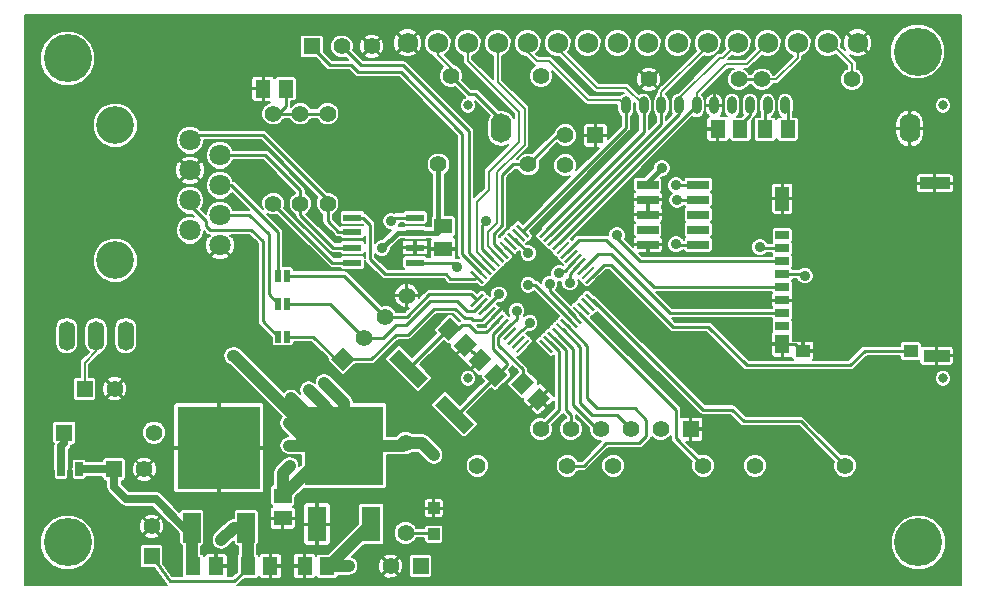
<source format=gtl>
G04 (created by PCBNEW (2013-05-18 BZR 4017)-stable) date Tue 31 Dec 2013 13:11:11 CST*
%MOIN*%
G04 Gerber Fmt 3.4, Leading zero omitted, Abs format*
%FSLAX34Y34*%
G01*
G70*
G90*
G04 APERTURE LIST*
%ADD10C,0.00590551*%
%ADD11R,0.0456693X0.0314961*%
%ADD12R,0.0456693X0.0629921*%
%ADD13R,0.0456693X0.0787402*%
%ADD14R,0.0492126X0.0413386*%
%ADD15R,0.0984252X0.0393701*%
%ADD16R,0.0866142X0.0393701*%
%ADD17C,0.055*%
%ADD18R,0.0393701X0.0393701*%
%ADD19C,0.069*%
%ADD20R,0.26378X0.26378*%
%ADD21R,0.0629921X0.11811*%
%ADD22R,0.0512X0.059*%
%ADD23R,0.059X0.0512*%
%ADD24C,0.16*%
%ADD25R,0.275591X0.275591*%
%ADD26R,0.0590551X0.0984252*%
%ADD27R,0.055X0.055*%
%ADD28R,0.0728346X0.0291339*%
%ADD29R,0.0610236X0.023622*%
%ADD30R,0.019685X0.0393701*%
%ADD31R,0.025X0.045*%
%ADD32O,0.0551181X0.0984252*%
%ADD33R,0.056X0.056*%
%ADD34C,0.056*%
%ADD35C,0.0708661*%
%ADD36C,0.125984*%
%ADD37O,0.0688976X0.0984252*%
%ADD38C,0.0314961*%
%ADD39O,0.0314961X0.0590551*%
%ADD40C,0.035*%
%ADD41C,0.028*%
%ADD42C,0.04*%
%ADD43C,0.01*%
%ADD44C,0.018*%
%ADD45C,0.008*%
G04 APERTURE END LIST*
G54D10*
G54D11*
X69291Y-42716D03*
X69291Y-43149D03*
X69291Y-43582D03*
X69291Y-44015D03*
X69291Y-44448D03*
X69291Y-44881D03*
X69291Y-45314D03*
X69291Y-45748D03*
G54D12*
X69291Y-46338D03*
G54D13*
X69291Y-41492D03*
G54D14*
X69978Y-46568D03*
X73570Y-46568D03*
G54D15*
X74377Y-40984D03*
G54D16*
X74437Y-46732D03*
G54D17*
X53228Y-38657D03*
X53228Y-41657D03*
X54133Y-41657D03*
X54133Y-38657D03*
X52322Y-41657D03*
X52322Y-38657D03*
X56732Y-49641D03*
X56732Y-52641D03*
G54D18*
X57677Y-52677D03*
X57677Y-51811D03*
G54D19*
X71800Y-36300D03*
X70800Y-36300D03*
X69800Y-36300D03*
X68800Y-36300D03*
X67800Y-36300D03*
X66800Y-36300D03*
X65800Y-36300D03*
X64800Y-36300D03*
X63800Y-36300D03*
X62800Y-36300D03*
X61800Y-36300D03*
X60800Y-36300D03*
X59800Y-36300D03*
X58800Y-36300D03*
X57800Y-36300D03*
X56800Y-36300D03*
G54D20*
X54685Y-49724D03*
G54D21*
X55590Y-52342D03*
X53779Y-52342D03*
G54D10*
G36*
X56178Y-46827D02*
X56512Y-46493D01*
X57487Y-47467D01*
X57153Y-47802D01*
X56178Y-46827D01*
X56178Y-46827D01*
G37*
G36*
X57709Y-48358D02*
X58043Y-48024D01*
X59018Y-48999D01*
X58684Y-49333D01*
X57709Y-48358D01*
X57709Y-48358D01*
G37*
G54D22*
X51475Y-53740D03*
X52225Y-53740D03*
G54D10*
G36*
X58340Y-46395D02*
X58757Y-45977D01*
X59119Y-46339D01*
X58702Y-46757D01*
X58340Y-46395D01*
X58340Y-46395D01*
G37*
G36*
X57809Y-45864D02*
X58226Y-45447D01*
X58589Y-45809D01*
X58171Y-46226D01*
X57809Y-45864D01*
X57809Y-45864D01*
G37*
G36*
X59612Y-46833D02*
X59195Y-47250D01*
X58833Y-46888D01*
X59250Y-46471D01*
X59612Y-46833D01*
X59612Y-46833D01*
G37*
G36*
X60142Y-47363D02*
X59725Y-47780D01*
X59363Y-47418D01*
X59780Y-47001D01*
X60142Y-47363D01*
X60142Y-47363D01*
G37*
G54D23*
X57992Y-42420D03*
X57992Y-43170D03*
G54D10*
G36*
X61029Y-47620D02*
X60612Y-48037D01*
X60250Y-47675D01*
X60667Y-47258D01*
X61029Y-47620D01*
X61029Y-47620D01*
G37*
G36*
X61560Y-48150D02*
X61143Y-48568D01*
X60781Y-48206D01*
X61198Y-47788D01*
X61560Y-48150D01*
X61560Y-48150D01*
G37*
G54D23*
X52637Y-51396D03*
X52637Y-52146D03*
G54D22*
X49664Y-53740D03*
X50414Y-53740D03*
X54115Y-53740D03*
X53365Y-53740D03*
X51987Y-37834D03*
X52737Y-37834D03*
G54D24*
X73818Y-52952D03*
X45472Y-52952D03*
X45472Y-36811D03*
X73800Y-36600D03*
G54D25*
X50511Y-49803D03*
G54D26*
X49606Y-52460D03*
X51417Y-52460D03*
G54D27*
X46035Y-47834D03*
G54D17*
X47035Y-47834D03*
G54D27*
X48267Y-53413D03*
G54D17*
X48267Y-52413D03*
G54D27*
X57232Y-53740D03*
G54D17*
X56232Y-53740D03*
X59129Y-50393D03*
X62129Y-50393D03*
X63657Y-50393D03*
X66657Y-50393D03*
X68381Y-50393D03*
X71381Y-50393D03*
X57830Y-40354D03*
X60830Y-40354D03*
G54D28*
X66486Y-41527D03*
X66486Y-42027D03*
X66486Y-42527D03*
X66486Y-43027D03*
X64812Y-41027D03*
X64812Y-41527D03*
X64812Y-42027D03*
X64812Y-42527D03*
X64812Y-43027D03*
X66486Y-41027D03*
G54D27*
X63059Y-39381D03*
G54D17*
X62059Y-39381D03*
X62059Y-40381D03*
G54D29*
X57047Y-43122D03*
X57047Y-42622D03*
X57047Y-42122D03*
X54960Y-43622D03*
X54960Y-43122D03*
X54960Y-42598D03*
X54960Y-42122D03*
X57047Y-43622D03*
G54D17*
X61244Y-37401D03*
X58244Y-37401D03*
G54D22*
X67144Y-39173D03*
X67894Y-39173D03*
X68719Y-39173D03*
X69469Y-39173D03*
G54D30*
X52490Y-46102D03*
X52785Y-46102D03*
X52490Y-45000D03*
X52785Y-45000D03*
X52490Y-44055D03*
X52785Y-44055D03*
G54D31*
X45851Y-50511D03*
X45251Y-50511D03*
G54D27*
X66240Y-49173D03*
G54D17*
X65240Y-49173D03*
X64240Y-49173D03*
X63240Y-49173D03*
X62240Y-49173D03*
X61240Y-49173D03*
G54D10*
G36*
X54648Y-47236D02*
X54259Y-46848D01*
X54648Y-46459D01*
X55036Y-46848D01*
X54648Y-47236D01*
X54648Y-47236D01*
G37*
G54D17*
X55355Y-46140D03*
X56062Y-45433D03*
X56769Y-44726D03*
G54D27*
X47019Y-50511D03*
G54D17*
X48019Y-50511D03*
X68618Y-37519D03*
X71618Y-37519D03*
X64838Y-37519D03*
X67838Y-37519D03*
G54D32*
X46417Y-46062D03*
X47401Y-46062D03*
X45433Y-46062D03*
G54D33*
X45350Y-49291D03*
G54D34*
X48350Y-49291D03*
G54D27*
X53606Y-36417D03*
G54D17*
X54606Y-36417D03*
X55606Y-36417D03*
G54D10*
G36*
X59267Y-44649D02*
X59331Y-44713D01*
X58939Y-45104D01*
X58875Y-45040D01*
X59267Y-44649D01*
X59267Y-44649D01*
G37*
G36*
X59406Y-44788D02*
X59470Y-44852D01*
X59079Y-45244D01*
X59015Y-45179D01*
X59406Y-44788D01*
X59406Y-44788D01*
G37*
G36*
X59545Y-44927D02*
X59609Y-44991D01*
X59218Y-45383D01*
X59154Y-45319D01*
X59545Y-44927D01*
X59545Y-44927D01*
G37*
G36*
X59684Y-45066D02*
X59748Y-45130D01*
X59357Y-45522D01*
X59293Y-45458D01*
X59684Y-45066D01*
X59684Y-45066D01*
G37*
G36*
X59824Y-45206D02*
X59888Y-45270D01*
X59496Y-45661D01*
X59432Y-45597D01*
X59824Y-45206D01*
X59824Y-45206D01*
G37*
G36*
X59963Y-45345D02*
X60027Y-45409D01*
X59635Y-45800D01*
X59571Y-45736D01*
X59963Y-45345D01*
X59963Y-45345D01*
G37*
G36*
X60102Y-45484D02*
X60166Y-45548D01*
X59775Y-45939D01*
X59711Y-45875D01*
X60102Y-45484D01*
X60102Y-45484D01*
G37*
G36*
X60241Y-45623D02*
X60305Y-45687D01*
X59914Y-46079D01*
X59850Y-46015D01*
X60241Y-45623D01*
X60241Y-45623D01*
G37*
G36*
X60380Y-45762D02*
X60444Y-45826D01*
X60053Y-46218D01*
X59989Y-46154D01*
X60380Y-45762D01*
X60380Y-45762D01*
G37*
G36*
X60520Y-45902D02*
X60584Y-45966D01*
X60192Y-46357D01*
X60128Y-46293D01*
X60520Y-45902D01*
X60520Y-45902D01*
G37*
G36*
X60659Y-46041D02*
X60723Y-46105D01*
X60331Y-46496D01*
X60267Y-46432D01*
X60659Y-46041D01*
X60659Y-46041D01*
G37*
G36*
X60798Y-46180D02*
X60862Y-46244D01*
X60471Y-46635D01*
X60406Y-46571D01*
X60798Y-46180D01*
X60798Y-46180D01*
G37*
G36*
X61184Y-46244D02*
X61248Y-46180D01*
X61640Y-46571D01*
X61576Y-46635D01*
X61184Y-46244D01*
X61184Y-46244D01*
G37*
G36*
X61323Y-46105D02*
X61388Y-46041D01*
X61779Y-46432D01*
X61715Y-46496D01*
X61323Y-46105D01*
X61323Y-46105D01*
G37*
G36*
X61463Y-45966D02*
X61527Y-45902D01*
X61918Y-46293D01*
X61854Y-46357D01*
X61463Y-45966D01*
X61463Y-45966D01*
G37*
G36*
X61602Y-45826D02*
X61666Y-45762D01*
X62057Y-46154D01*
X61993Y-46218D01*
X61602Y-45826D01*
X61602Y-45826D01*
G37*
G36*
X61741Y-45687D02*
X61805Y-45623D01*
X62197Y-46015D01*
X62133Y-46079D01*
X61741Y-45687D01*
X61741Y-45687D01*
G37*
G36*
X61880Y-45548D02*
X61944Y-45484D01*
X62336Y-45875D01*
X62272Y-45939D01*
X61880Y-45548D01*
X61880Y-45548D01*
G37*
G36*
X62019Y-45409D02*
X62083Y-45345D01*
X62475Y-45736D01*
X62411Y-45800D01*
X62019Y-45409D01*
X62019Y-45409D01*
G37*
G36*
X62159Y-45270D02*
X62223Y-45206D01*
X62614Y-45597D01*
X62550Y-45661D01*
X62159Y-45270D01*
X62159Y-45270D01*
G37*
G36*
X62298Y-45130D02*
X62362Y-45066D01*
X62753Y-45458D01*
X62689Y-45522D01*
X62298Y-45130D01*
X62298Y-45130D01*
G37*
G36*
X62437Y-44991D02*
X62501Y-44927D01*
X62893Y-45319D01*
X62828Y-45383D01*
X62437Y-44991D01*
X62437Y-44991D01*
G37*
G36*
X62576Y-44852D02*
X62640Y-44788D01*
X63032Y-45179D01*
X62968Y-45244D01*
X62576Y-44852D01*
X62576Y-44852D01*
G37*
G36*
X62715Y-44713D02*
X62779Y-44649D01*
X63171Y-45040D01*
X63107Y-45104D01*
X62715Y-44713D01*
X62715Y-44713D01*
G37*
G36*
X62779Y-44327D02*
X62715Y-44262D01*
X63107Y-43871D01*
X63171Y-43935D01*
X62779Y-44327D01*
X62779Y-44327D01*
G37*
G36*
X62640Y-44187D02*
X62576Y-44123D01*
X62968Y-43732D01*
X63032Y-43796D01*
X62640Y-44187D01*
X62640Y-44187D01*
G37*
G36*
X62501Y-44048D02*
X62437Y-43984D01*
X62828Y-43593D01*
X62893Y-43657D01*
X62501Y-44048D01*
X62501Y-44048D01*
G37*
G36*
X62362Y-43909D02*
X62298Y-43845D01*
X62689Y-43453D01*
X62753Y-43518D01*
X62362Y-43909D01*
X62362Y-43909D01*
G37*
G36*
X62223Y-43770D02*
X62159Y-43706D01*
X62550Y-43314D01*
X62614Y-43378D01*
X62223Y-43770D01*
X62223Y-43770D01*
G37*
G36*
X62083Y-43631D02*
X62019Y-43567D01*
X62411Y-43175D01*
X62475Y-43239D01*
X62083Y-43631D01*
X62083Y-43631D01*
G37*
G36*
X61944Y-43491D02*
X61880Y-43427D01*
X62272Y-43036D01*
X62336Y-43100D01*
X61944Y-43491D01*
X61944Y-43491D01*
G37*
G36*
X61805Y-43352D02*
X61741Y-43288D01*
X62133Y-42897D01*
X62197Y-42961D01*
X61805Y-43352D01*
X61805Y-43352D01*
G37*
G36*
X61666Y-43213D02*
X61602Y-43149D01*
X61993Y-42758D01*
X62057Y-42822D01*
X61666Y-43213D01*
X61666Y-43213D01*
G37*
G36*
X61527Y-43074D02*
X61463Y-43010D01*
X61854Y-42618D01*
X61918Y-42682D01*
X61527Y-43074D01*
X61527Y-43074D01*
G37*
G36*
X61388Y-42935D02*
X61323Y-42871D01*
X61715Y-42479D01*
X61779Y-42543D01*
X61388Y-42935D01*
X61388Y-42935D01*
G37*
G36*
X61248Y-42795D02*
X61184Y-42731D01*
X61576Y-42340D01*
X61640Y-42404D01*
X61248Y-42795D01*
X61248Y-42795D01*
G37*
G36*
X60862Y-42731D02*
X60798Y-42795D01*
X60406Y-42404D01*
X60471Y-42340D01*
X60862Y-42731D01*
X60862Y-42731D01*
G37*
G36*
X60723Y-42871D02*
X60659Y-42935D01*
X60267Y-42543D01*
X60331Y-42479D01*
X60723Y-42871D01*
X60723Y-42871D01*
G37*
G36*
X60584Y-43010D02*
X60520Y-43074D01*
X60128Y-42682D01*
X60192Y-42618D01*
X60584Y-43010D01*
X60584Y-43010D01*
G37*
G36*
X60444Y-43149D02*
X60380Y-43213D01*
X59989Y-42822D01*
X60053Y-42758D01*
X60444Y-43149D01*
X60444Y-43149D01*
G37*
G36*
X60305Y-43288D02*
X60241Y-43352D01*
X59850Y-42961D01*
X59914Y-42897D01*
X60305Y-43288D01*
X60305Y-43288D01*
G37*
G36*
X60166Y-43427D02*
X60102Y-43491D01*
X59711Y-43100D01*
X59775Y-43036D01*
X60166Y-43427D01*
X60166Y-43427D01*
G37*
G36*
X60027Y-43567D02*
X59963Y-43631D01*
X59571Y-43239D01*
X59635Y-43175D01*
X60027Y-43567D01*
X60027Y-43567D01*
G37*
G36*
X59888Y-43706D02*
X59824Y-43770D01*
X59432Y-43378D01*
X59496Y-43314D01*
X59888Y-43706D01*
X59888Y-43706D01*
G37*
G36*
X59748Y-43845D02*
X59684Y-43909D01*
X59293Y-43518D01*
X59357Y-43453D01*
X59748Y-43845D01*
X59748Y-43845D01*
G37*
G36*
X59609Y-43984D02*
X59545Y-44048D01*
X59154Y-43657D01*
X59218Y-43593D01*
X59609Y-43984D01*
X59609Y-43984D01*
G37*
G36*
X59470Y-44123D02*
X59406Y-44187D01*
X59015Y-43796D01*
X59079Y-43732D01*
X59470Y-44123D01*
X59470Y-44123D01*
G37*
G36*
X59331Y-44262D02*
X59267Y-44327D01*
X58875Y-43935D01*
X58939Y-43871D01*
X59331Y-44262D01*
X59331Y-44262D01*
G37*
G54D35*
X50550Y-40050D03*
X50550Y-41050D03*
X50550Y-42050D03*
X50550Y-43050D03*
X49550Y-39550D03*
X49550Y-40550D03*
X49550Y-41550D03*
X49550Y-42550D03*
G54D36*
X47050Y-39050D03*
X47050Y-43550D03*
G54D37*
X73543Y-39153D03*
X59921Y-39153D03*
G54D38*
X58818Y-38385D03*
X74645Y-38385D03*
X58818Y-47480D03*
X74645Y-47480D03*
G54D39*
X64074Y-38385D03*
X64665Y-38385D03*
X65255Y-38385D03*
X65846Y-38385D03*
X66437Y-38385D03*
X67027Y-38385D03*
X67618Y-38385D03*
X68208Y-38385D03*
X68799Y-38385D03*
X69389Y-38385D03*
G54D40*
X59409Y-42244D03*
X50984Y-46732D03*
X60433Y-45236D03*
X65275Y-40472D03*
X57677Y-50039D03*
X52913Y-48149D03*
X52834Y-48976D03*
X54015Y-47637D03*
X53503Y-47874D03*
X52874Y-50393D03*
X52834Y-49724D03*
X70039Y-44055D03*
X55944Y-43149D03*
X54842Y-53740D03*
X50590Y-52874D03*
X56259Y-42244D03*
X60826Y-44370D03*
X58464Y-43779D03*
X61535Y-44330D03*
X60433Y-43503D03*
X71653Y-52362D03*
X68031Y-52362D03*
X66929Y-52362D03*
X63385Y-52322D03*
X62244Y-52283D03*
X58700Y-52283D03*
X70039Y-44842D03*
X63779Y-42716D03*
X62204Y-44291D03*
X60866Y-45629D03*
X68543Y-43110D03*
X61850Y-43976D03*
X65787Y-41535D03*
X60826Y-43307D03*
X65748Y-41043D03*
X59842Y-44685D03*
X65748Y-43011D03*
G54D41*
X47019Y-50511D02*
X47019Y-51119D01*
X49360Y-52460D02*
X49606Y-52460D01*
X48400Y-51500D02*
X49360Y-52460D01*
X47400Y-51500D02*
X48400Y-51500D01*
X47019Y-51119D02*
X47400Y-51500D01*
X45851Y-50511D02*
X47019Y-50511D01*
G54D42*
X49606Y-52460D02*
X49606Y-53682D01*
X49606Y-53682D02*
X49664Y-53740D01*
G54D43*
X59660Y-43542D02*
X59660Y-43532D01*
X59291Y-42362D02*
X59409Y-42244D01*
X59291Y-43163D02*
X59291Y-42362D01*
X59660Y-43532D02*
X59291Y-43163D01*
G54D42*
X54685Y-49724D02*
X54015Y-49724D01*
X51023Y-46732D02*
X50984Y-46732D01*
X54015Y-49724D02*
X51023Y-46732D01*
G54D43*
X60077Y-45851D02*
X60093Y-45851D01*
X60433Y-45511D02*
X60433Y-45236D01*
X60093Y-45851D02*
X60433Y-45511D01*
X60077Y-45851D02*
X60077Y-45851D01*
X60640Y-47175D02*
X60640Y-47648D01*
X59825Y-46361D02*
X60640Y-47175D01*
X59825Y-46103D02*
X59825Y-46361D01*
X60077Y-45851D02*
X59825Y-46103D01*
G54D44*
X64812Y-41027D02*
X64812Y-40935D01*
X64812Y-40935D02*
X65275Y-40472D01*
G54D42*
X56732Y-49641D02*
X57279Y-49641D01*
X57279Y-49641D02*
X57677Y-50039D01*
X54685Y-49724D02*
X56649Y-49724D01*
X56649Y-49724D02*
X56732Y-49641D01*
X54685Y-49724D02*
X54488Y-49724D01*
X54488Y-49724D02*
X52913Y-48149D01*
X54685Y-49724D02*
X53582Y-49724D01*
X53582Y-49724D02*
X52834Y-48976D01*
X54685Y-49724D02*
X54685Y-48307D01*
X54685Y-48307D02*
X54015Y-47637D01*
X54685Y-49724D02*
X54685Y-49055D01*
X54685Y-49055D02*
X53503Y-47874D01*
X52637Y-51396D02*
X52637Y-50629D01*
X52637Y-50629D02*
X52874Y-50393D01*
X54685Y-49724D02*
X52834Y-49724D01*
X52637Y-51396D02*
X52658Y-51396D01*
X54330Y-49724D02*
X54685Y-49724D01*
X52658Y-51396D02*
X54330Y-49724D01*
G54D43*
X69291Y-44015D02*
X70000Y-44015D01*
X70000Y-44015D02*
X70039Y-44055D01*
G54D44*
X57047Y-42622D02*
X56472Y-42622D01*
X56472Y-42622D02*
X55944Y-43149D01*
X57047Y-42622D02*
X57790Y-42622D01*
X57790Y-42622D02*
X57992Y-42420D01*
X57830Y-40354D02*
X57830Y-42258D01*
X57830Y-42258D02*
X57992Y-42420D01*
G54D42*
X54115Y-53740D02*
X54842Y-53740D01*
X51003Y-52460D02*
X51417Y-52460D01*
X50590Y-52874D02*
X51003Y-52460D01*
X54115Y-53740D02*
X54192Y-53740D01*
X54192Y-53740D02*
X55590Y-52342D01*
G54D43*
X51475Y-53740D02*
X51475Y-53800D01*
X48870Y-54251D02*
X48267Y-53413D01*
X51023Y-54251D02*
X48870Y-54251D01*
X51475Y-53800D02*
X51023Y-54251D01*
G54D42*
X51475Y-53740D02*
X51475Y-52518D01*
X51475Y-52518D02*
X51417Y-52460D01*
G54D43*
X62129Y-50393D02*
X62677Y-50393D01*
X62795Y-46399D02*
X62108Y-45712D01*
X62795Y-48149D02*
X62795Y-46399D01*
X63110Y-48464D02*
X62795Y-48149D01*
X64370Y-48464D02*
X63110Y-48464D01*
X64763Y-48858D02*
X64370Y-48464D01*
X64763Y-49409D02*
X64763Y-48858D01*
X64527Y-49645D02*
X64763Y-49409D01*
X63425Y-49645D02*
X64527Y-49645D01*
X62677Y-50393D02*
X63425Y-49645D01*
X62526Y-45294D02*
X62526Y-45301D01*
X65748Y-49484D02*
X66657Y-50393D01*
X65748Y-48523D02*
X65748Y-49484D01*
X62526Y-45301D02*
X65748Y-48523D01*
X62943Y-44877D02*
X62987Y-44877D01*
X69905Y-48917D02*
X71381Y-50393D01*
X68011Y-48917D02*
X69905Y-48917D01*
X67618Y-48523D02*
X68011Y-48917D01*
X66633Y-48523D02*
X67618Y-48523D01*
X62987Y-44877D02*
X66633Y-48523D01*
X54133Y-41657D02*
X54133Y-41535D01*
X49720Y-39370D02*
X49551Y-39539D01*
X51968Y-39370D02*
X49720Y-39370D01*
X54133Y-41535D02*
X51968Y-39370D01*
X54960Y-42598D02*
X54488Y-42598D01*
X54133Y-42244D02*
X54133Y-41657D01*
X54488Y-42598D02*
X54133Y-42244D01*
X50551Y-40039D02*
X52047Y-40039D01*
X53228Y-41220D02*
X53228Y-41657D01*
X52047Y-40039D02*
X53228Y-41220D01*
X54960Y-43122D02*
X54303Y-43122D01*
X53228Y-42047D02*
X53228Y-41657D01*
X54303Y-43122D02*
X53228Y-42047D01*
X62247Y-45573D02*
X62247Y-45565D01*
X56381Y-42122D02*
X57047Y-42122D01*
X56259Y-42244D02*
X56381Y-42122D01*
X61052Y-44370D02*
X60826Y-44370D01*
X62247Y-45565D02*
X61052Y-44370D01*
X62386Y-45433D02*
X62386Y-45416D01*
X58307Y-43622D02*
X57047Y-43622D01*
X58464Y-43779D02*
X58307Y-43622D01*
X61535Y-44565D02*
X61535Y-44330D01*
X62386Y-45416D02*
X61535Y-44565D01*
X54960Y-42122D02*
X55311Y-42122D01*
X59029Y-44173D02*
X59103Y-44099D01*
X58228Y-44173D02*
X59029Y-44173D01*
X58070Y-44015D02*
X58228Y-44173D01*
X56062Y-44015D02*
X58070Y-44015D01*
X55551Y-43503D02*
X56062Y-44015D01*
X55551Y-42362D02*
X55551Y-43503D01*
X55311Y-42122D02*
X55551Y-42362D01*
X73570Y-46568D02*
X72033Y-46568D01*
X63342Y-43700D02*
X62943Y-44099D01*
X63582Y-43700D02*
X63342Y-43700D01*
X65649Y-45767D02*
X63582Y-43700D01*
X66830Y-45767D02*
X65649Y-45767D01*
X68110Y-47047D02*
X66830Y-45767D01*
X71555Y-47047D02*
X68110Y-47047D01*
X72033Y-46568D02*
X71555Y-47047D01*
X60314Y-43385D02*
X60354Y-43425D01*
X60433Y-43503D02*
X60314Y-43385D01*
X69978Y-46568D02*
X69954Y-46568D01*
X69724Y-46338D02*
X69291Y-46338D01*
X69954Y-46568D02*
X69724Y-46338D01*
X71692Y-52401D02*
X71692Y-52440D01*
X71653Y-52362D02*
X71692Y-52401D01*
X68031Y-52362D02*
X68110Y-52440D01*
X66929Y-52362D02*
X66929Y-52519D01*
X63385Y-52322D02*
X63385Y-52480D01*
X62244Y-52283D02*
X62244Y-52480D01*
X58779Y-52362D02*
X58897Y-52362D01*
X58700Y-52283D02*
X58779Y-52362D01*
X70000Y-44881D02*
X69291Y-44881D01*
X70039Y-44842D02*
X70000Y-44881D01*
X49551Y-41539D02*
X49551Y-41716D01*
X51968Y-45580D02*
X52490Y-46102D01*
X51968Y-42913D02*
X51968Y-45580D01*
X51591Y-42536D02*
X51968Y-42913D01*
X50213Y-42536D02*
X51591Y-42536D01*
X50078Y-42401D02*
X50213Y-42536D01*
X50078Y-42244D02*
X50078Y-42401D01*
X49551Y-41716D02*
X50078Y-42244D01*
G54D45*
X61800Y-36300D02*
X61800Y-36500D01*
X64079Y-37800D02*
X64665Y-38385D01*
X63100Y-37800D02*
X64079Y-37800D01*
X61800Y-36500D02*
X63100Y-37800D01*
G54D43*
X61412Y-42568D02*
X61412Y-42524D01*
X64665Y-39271D02*
X64665Y-38385D01*
X61412Y-42524D02*
X64665Y-39271D01*
G54D45*
X60800Y-36300D02*
X60800Y-36600D01*
X63888Y-38200D02*
X64074Y-38385D01*
X62800Y-38200D02*
X63888Y-38200D01*
X61500Y-36900D02*
X62800Y-38200D01*
X61100Y-36900D02*
X61500Y-36900D01*
X60800Y-36600D02*
X61100Y-36900D01*
G54D43*
X64074Y-38385D02*
X64074Y-39128D01*
X64074Y-39128D02*
X60634Y-42568D01*
G54D45*
X59799Y-43403D02*
X59799Y-43402D01*
X59800Y-37600D02*
X59800Y-36300D01*
X60700Y-38500D02*
X59800Y-37600D01*
X60700Y-39700D02*
X60700Y-38500D01*
X60500Y-39900D02*
X60700Y-39700D01*
X59784Y-40616D02*
X60500Y-39900D01*
X59784Y-42297D02*
X59784Y-40616D01*
X59484Y-42597D02*
X59784Y-42297D01*
X59484Y-43086D02*
X59484Y-42597D01*
X59799Y-43402D02*
X59484Y-43086D01*
X58800Y-36300D02*
X58800Y-36900D01*
X59100Y-43260D02*
X59521Y-43681D01*
X59100Y-41600D02*
X59100Y-43260D01*
X59500Y-41200D02*
X59100Y-41600D01*
X59500Y-40600D02*
X59500Y-41200D01*
X60500Y-39600D02*
X59500Y-40600D01*
X60500Y-38600D02*
X60500Y-39600D01*
X58800Y-36900D02*
X60500Y-38600D01*
X65255Y-38385D02*
X65255Y-37944D01*
X66800Y-36400D02*
X66800Y-36300D01*
X65255Y-37944D02*
X66800Y-36400D01*
G54D43*
X61551Y-42707D02*
X61551Y-42700D01*
X65255Y-38996D02*
X65255Y-38385D01*
X61551Y-42700D02*
X65255Y-38996D01*
G54D45*
X66437Y-38385D02*
X66437Y-37962D01*
X68100Y-37000D02*
X68800Y-36300D01*
X67400Y-37000D02*
X68100Y-37000D01*
X66437Y-37962D02*
X67400Y-37000D01*
G54D43*
X61830Y-42985D02*
X61837Y-42985D01*
X61837Y-42985D02*
X66437Y-38385D01*
G54D45*
X65846Y-38385D02*
X65846Y-38153D01*
X67300Y-36800D02*
X67800Y-36300D01*
X67200Y-36800D02*
X67300Y-36800D01*
X65846Y-38153D02*
X67200Y-36800D01*
G54D43*
X61690Y-42846D02*
X61690Y-42836D01*
X65846Y-38681D02*
X65846Y-38385D01*
X61690Y-42836D02*
X65846Y-38681D01*
X50551Y-42039D02*
X51527Y-42039D01*
X52165Y-44675D02*
X52490Y-45000D01*
X52165Y-42677D02*
X52165Y-44675D01*
X51527Y-42039D02*
X52165Y-42677D01*
X58199Y-45837D02*
X58493Y-45837D01*
X59427Y-45944D02*
X59799Y-45573D01*
X59094Y-45944D02*
X59427Y-45944D01*
X58858Y-45708D02*
X59094Y-45944D01*
X58622Y-45708D02*
X58858Y-45708D01*
X58493Y-45837D02*
X58622Y-45708D01*
X58199Y-45837D02*
X58143Y-45837D01*
X58143Y-45837D02*
X56832Y-47147D01*
X59938Y-45712D02*
X59938Y-45717D01*
X60118Y-47026D02*
X59753Y-47391D01*
X60118Y-46968D02*
X60118Y-47026D01*
X59645Y-46496D02*
X60118Y-46968D01*
X59645Y-46010D02*
X59645Y-46496D01*
X59938Y-45717D02*
X59645Y-46010D01*
X58363Y-48678D02*
X58465Y-48678D01*
X58465Y-48678D02*
X59753Y-47391D01*
X56062Y-45433D02*
X56062Y-45432D01*
X54685Y-44055D02*
X52785Y-44055D01*
X56062Y-45432D02*
X54685Y-44055D01*
X56062Y-45433D02*
X56770Y-45433D01*
X58911Y-44685D02*
X59103Y-44877D01*
X57519Y-44685D02*
X58911Y-44685D01*
X56770Y-45433D02*
X57519Y-44685D01*
X52785Y-45000D02*
X54212Y-45000D01*
X55353Y-46140D02*
X55355Y-46140D01*
X54212Y-45000D02*
X55353Y-46140D01*
X59242Y-45016D02*
X59235Y-45016D01*
X55985Y-46140D02*
X55355Y-46140D01*
X56417Y-45708D02*
X55985Y-46140D01*
X56750Y-45708D02*
X56417Y-45708D01*
X57538Y-44921D02*
X56750Y-45708D01*
X58464Y-44921D02*
X57538Y-44921D01*
X58779Y-45236D02*
X58464Y-44921D01*
X59015Y-45236D02*
X58779Y-45236D01*
X59235Y-45016D02*
X59015Y-45236D01*
X54648Y-46848D02*
X54407Y-46848D01*
X53661Y-46102D02*
X52785Y-46102D01*
X54407Y-46848D02*
X53661Y-46102D01*
X59521Y-45294D02*
X59508Y-45294D01*
X55592Y-46848D02*
X54648Y-46848D01*
X56417Y-46023D02*
X55592Y-46848D01*
X56811Y-46023D02*
X56417Y-46023D01*
X57677Y-45157D02*
X56811Y-46023D01*
X58385Y-45157D02*
X57677Y-45157D01*
X58700Y-45472D02*
X58385Y-45157D01*
X58914Y-45472D02*
X58700Y-45472D01*
X58993Y-45551D02*
X58914Y-45472D01*
X59251Y-45551D02*
X58993Y-45551D01*
X59508Y-45294D02*
X59251Y-45551D01*
X61969Y-45851D02*
X61969Y-45853D01*
X63767Y-48700D02*
X64240Y-49173D01*
X62952Y-48700D02*
X63767Y-48700D01*
X62559Y-48307D02*
X62952Y-48700D01*
X62559Y-46442D02*
X62559Y-48307D01*
X61969Y-45853D02*
X62559Y-46442D01*
X62240Y-49173D02*
X62240Y-48696D01*
X62086Y-46525D02*
X61690Y-46129D01*
X62086Y-48543D02*
X62086Y-46525D01*
X62240Y-48696D02*
X62086Y-48543D01*
X61830Y-45990D02*
X61830Y-46003D01*
X63110Y-49173D02*
X63240Y-49173D01*
X62322Y-48385D02*
X63110Y-49173D01*
X62322Y-46496D02*
X62322Y-48385D01*
X61830Y-46003D02*
X62322Y-46496D01*
X61551Y-46269D02*
X61551Y-46276D01*
X61240Y-49153D02*
X61240Y-49173D01*
X61850Y-48543D02*
X61240Y-49153D01*
X61850Y-46574D02*
X61850Y-48543D01*
X61551Y-46276D02*
X61850Y-46574D01*
G54D45*
X70800Y-36300D02*
X70900Y-36300D01*
X71618Y-37018D02*
X71618Y-37519D01*
X70900Y-36300D02*
X71618Y-37018D01*
X58244Y-37401D02*
X58244Y-37144D01*
X57800Y-36700D02*
X57800Y-36300D01*
X58244Y-37144D02*
X57800Y-36700D01*
G54D43*
X58244Y-37401D02*
X58834Y-37992D01*
X58834Y-37992D02*
X59055Y-37992D01*
X59055Y-37992D02*
X59921Y-38858D01*
X59921Y-38858D02*
X59921Y-39153D01*
X67894Y-39173D02*
X67894Y-39034D01*
X68208Y-38720D02*
X68208Y-38385D01*
X67894Y-39034D02*
X68208Y-38720D01*
X69469Y-39173D02*
X69469Y-38465D01*
X69469Y-38465D02*
X69389Y-38385D01*
X68719Y-39173D02*
X68719Y-38465D01*
X68719Y-38465D02*
X68799Y-38385D01*
X56732Y-52641D02*
X57641Y-52641D01*
X57641Y-52641D02*
X57677Y-52677D01*
X54960Y-43622D02*
X54287Y-43622D01*
X54287Y-43622D02*
X52322Y-41657D01*
X52322Y-38657D02*
X52484Y-38657D01*
X52737Y-38404D02*
X52737Y-37834D01*
X52484Y-38657D02*
X52737Y-38404D01*
X53228Y-38657D02*
X54133Y-38657D01*
X54133Y-38657D02*
X52322Y-38657D01*
G54D41*
X45350Y-49291D02*
X45350Y-49649D01*
X45251Y-49748D02*
X45251Y-50511D01*
X45350Y-49649D02*
X45251Y-49748D01*
G54D45*
X68618Y-37519D02*
X69080Y-37519D01*
X69800Y-36800D02*
X69800Y-36300D01*
X69080Y-37519D02*
X69800Y-36800D01*
G54D43*
X67838Y-37519D02*
X68618Y-37519D01*
X50551Y-41039D02*
X50921Y-41039D01*
X52490Y-42608D02*
X52490Y-44055D01*
X50921Y-41039D02*
X52490Y-42608D01*
X69291Y-45314D02*
X65551Y-45314D01*
X63139Y-43346D02*
X62665Y-43820D01*
X63582Y-43346D02*
X63139Y-43346D01*
X65551Y-45314D02*
X63582Y-43346D01*
X69291Y-43582D02*
X64547Y-43582D01*
X64547Y-43582D02*
X63779Y-42814D01*
X63779Y-42814D02*
X63779Y-42716D01*
X62204Y-44291D02*
X62204Y-43996D01*
X62204Y-43996D02*
X62519Y-43681D01*
X62519Y-43681D02*
X62526Y-43681D01*
X69291Y-44448D02*
X65000Y-44448D01*
X62498Y-42874D02*
X62108Y-43264D01*
X63425Y-42874D02*
X62498Y-42874D01*
X65000Y-44448D02*
X63425Y-42874D01*
X69291Y-43149D02*
X68582Y-43149D01*
X60356Y-46100D02*
X60356Y-46129D01*
X60866Y-45629D02*
X60356Y-46100D01*
X68582Y-43149D02*
X68543Y-43110D01*
X66486Y-41527D02*
X65795Y-41527D01*
X62391Y-43554D02*
X62386Y-43542D01*
X62048Y-43897D02*
X62391Y-43554D01*
X61929Y-43897D02*
X62048Y-43897D01*
X61850Y-43976D02*
X61929Y-43897D01*
X65795Y-41527D02*
X65787Y-41535D01*
X66486Y-41027D02*
X65763Y-41027D01*
X60366Y-42846D02*
X60356Y-42846D01*
X60826Y-43307D02*
X60366Y-42846D01*
X65763Y-41027D02*
X65748Y-41043D01*
X59938Y-43264D02*
X59938Y-43255D01*
X60314Y-40354D02*
X60830Y-40354D01*
X59960Y-40708D02*
X60314Y-40354D01*
X59960Y-42380D02*
X59960Y-40708D01*
X59685Y-42656D02*
X59960Y-42380D01*
X59685Y-43001D02*
X59685Y-42656D01*
X59938Y-43255D02*
X59685Y-43001D01*
X62059Y-39381D02*
X61803Y-39381D01*
X61803Y-39381D02*
X60830Y-40354D01*
X59381Y-43820D02*
X59358Y-43820D01*
X55236Y-37047D02*
X54606Y-36417D01*
X56653Y-37047D02*
X55236Y-37047D01*
X58858Y-39251D02*
X56653Y-37047D01*
X58858Y-43321D02*
X58858Y-39251D01*
X59358Y-43820D02*
X58858Y-43321D01*
X53606Y-36417D02*
X53606Y-36440D01*
X58622Y-43339D02*
X59242Y-43960D01*
X58622Y-39330D02*
X58622Y-43339D01*
X56574Y-37283D02*
X58622Y-39330D01*
X55157Y-37283D02*
X56574Y-37283D01*
X54921Y-37047D02*
X55157Y-37283D01*
X54212Y-37047D02*
X54921Y-37047D01*
X53606Y-36440D02*
X54212Y-37047D01*
G54D45*
X46035Y-47834D02*
X46035Y-46964D01*
X46417Y-46582D02*
X46417Y-46062D01*
X46035Y-46964D02*
X46417Y-46582D01*
G54D43*
X66486Y-43027D02*
X65763Y-43027D01*
X59381Y-45145D02*
X59381Y-45155D01*
X59842Y-44685D02*
X59381Y-45145D01*
X65763Y-43027D02*
X65748Y-43011D01*
G54D10*
G36*
X69635Y-46877D02*
X69271Y-46877D01*
X69271Y-46758D01*
X69271Y-46358D01*
X68957Y-46358D01*
X68922Y-46393D01*
X68922Y-46681D01*
X68944Y-46732D01*
X68983Y-46772D01*
X69035Y-46793D01*
X69090Y-46793D01*
X69236Y-46793D01*
X69271Y-46758D01*
X69271Y-46877D01*
X68180Y-46877D01*
X66950Y-45647D01*
X66895Y-45610D01*
X66830Y-45597D01*
X65720Y-45597D01*
X65607Y-45484D01*
X68942Y-45484D01*
X68942Y-45496D01*
X68957Y-45531D01*
X68943Y-45566D01*
X68942Y-45614D01*
X68942Y-45929D01*
X68947Y-45940D01*
X68944Y-45944D01*
X68922Y-45995D01*
X68922Y-46283D01*
X68957Y-46318D01*
X69271Y-46318D01*
X69271Y-46310D01*
X69311Y-46310D01*
X69311Y-46318D01*
X69319Y-46318D01*
X69319Y-46358D01*
X69311Y-46358D01*
X69311Y-46758D01*
X69346Y-46793D01*
X69491Y-46793D01*
X69547Y-46793D01*
X69592Y-46774D01*
X69592Y-46803D01*
X69613Y-46854D01*
X69635Y-46877D01*
X69635Y-46877D01*
G37*
G54D45*
X69635Y-46877D02*
X69271Y-46877D01*
X69271Y-46758D01*
X69271Y-46358D01*
X68957Y-46358D01*
X68922Y-46393D01*
X68922Y-46681D01*
X68944Y-46732D01*
X68983Y-46772D01*
X69035Y-46793D01*
X69090Y-46793D01*
X69236Y-46793D01*
X69271Y-46758D01*
X69271Y-46877D01*
X68180Y-46877D01*
X66950Y-45647D01*
X66895Y-45610D01*
X66830Y-45597D01*
X65720Y-45597D01*
X65607Y-45484D01*
X68942Y-45484D01*
X68942Y-45496D01*
X68957Y-45531D01*
X68943Y-45566D01*
X68942Y-45614D01*
X68942Y-45929D01*
X68947Y-45940D01*
X68944Y-45944D01*
X68922Y-45995D01*
X68922Y-46283D01*
X68957Y-46318D01*
X69271Y-46318D01*
X69271Y-46310D01*
X69311Y-46310D01*
X69311Y-46318D01*
X69319Y-46318D01*
X69319Y-46358D01*
X69311Y-46358D01*
X69311Y-46758D01*
X69346Y-46793D01*
X69491Y-46793D01*
X69547Y-46793D01*
X69592Y-46774D01*
X69592Y-46803D01*
X69613Y-46854D01*
X69635Y-46877D01*
G54D10*
G36*
X75254Y-54387D02*
X75010Y-54387D01*
X75010Y-46956D01*
X75010Y-46507D01*
X75010Y-41208D01*
X75010Y-40759D01*
X74988Y-40708D01*
X74949Y-40668D01*
X74923Y-40657D01*
X74923Y-38330D01*
X74881Y-38228D01*
X74803Y-38150D01*
X74720Y-38116D01*
X74720Y-36417D01*
X74580Y-36079D01*
X74321Y-35820D01*
X73983Y-35680D01*
X73617Y-35679D01*
X73279Y-35819D01*
X73020Y-36078D01*
X72880Y-36416D01*
X72879Y-36782D01*
X73019Y-37120D01*
X73278Y-37379D01*
X73616Y-37519D01*
X73982Y-37520D01*
X74320Y-37380D01*
X74579Y-37121D01*
X74719Y-36783D01*
X74720Y-36417D01*
X74720Y-38116D01*
X74701Y-38108D01*
X74590Y-38108D01*
X74488Y-38150D01*
X74410Y-38228D01*
X74368Y-38330D01*
X74368Y-38440D01*
X74410Y-38542D01*
X74488Y-38620D01*
X74590Y-38663D01*
X74700Y-38663D01*
X74802Y-38621D01*
X74880Y-38543D01*
X74923Y-38441D01*
X74923Y-38330D01*
X74923Y-40657D01*
X74898Y-40647D01*
X74842Y-40647D01*
X74432Y-40647D01*
X74397Y-40682D01*
X74397Y-40964D01*
X74975Y-40964D01*
X75010Y-40929D01*
X75010Y-40759D01*
X75010Y-41208D01*
X75010Y-41039D01*
X74975Y-41004D01*
X74397Y-41004D01*
X74397Y-41286D01*
X74432Y-41321D01*
X74842Y-41321D01*
X74898Y-41321D01*
X74949Y-41299D01*
X74988Y-41260D01*
X75010Y-41208D01*
X75010Y-46507D01*
X74988Y-46456D01*
X74949Y-46416D01*
X74898Y-46395D01*
X74842Y-46395D01*
X74492Y-46395D01*
X74457Y-46430D01*
X74457Y-46712D01*
X74975Y-46712D01*
X75010Y-46677D01*
X75010Y-46507D01*
X75010Y-46956D01*
X75010Y-46787D01*
X74975Y-46752D01*
X74457Y-46752D01*
X74457Y-47034D01*
X74492Y-47069D01*
X74842Y-47069D01*
X74898Y-47069D01*
X74949Y-47047D01*
X74988Y-47008D01*
X75010Y-46956D01*
X75010Y-54387D01*
X75000Y-54387D01*
X74923Y-54387D01*
X74923Y-47425D01*
X74881Y-47323D01*
X74803Y-47245D01*
X74701Y-47202D01*
X74590Y-47202D01*
X74488Y-47244D01*
X74417Y-47316D01*
X74417Y-47034D01*
X74417Y-46752D01*
X74409Y-46752D01*
X74409Y-46712D01*
X74417Y-46712D01*
X74417Y-46430D01*
X74382Y-46395D01*
X74357Y-46395D01*
X74357Y-41286D01*
X74357Y-41004D01*
X74357Y-40964D01*
X74357Y-40682D01*
X74322Y-40647D01*
X74027Y-40647D01*
X74027Y-39321D01*
X74027Y-39173D01*
X74027Y-39133D01*
X74027Y-38985D01*
X73983Y-38802D01*
X73871Y-38649D01*
X73710Y-38550D01*
X73638Y-38530D01*
X73563Y-38556D01*
X73563Y-39133D01*
X74027Y-39133D01*
X74027Y-39173D01*
X73563Y-39173D01*
X73563Y-39750D01*
X73638Y-39776D01*
X73710Y-39756D01*
X73871Y-39657D01*
X73983Y-39505D01*
X74027Y-39321D01*
X74027Y-40647D01*
X73913Y-40647D01*
X73857Y-40647D01*
X73806Y-40668D01*
X73767Y-40708D01*
X73745Y-40759D01*
X73745Y-40929D01*
X73780Y-40964D01*
X74357Y-40964D01*
X74357Y-41004D01*
X73780Y-41004D01*
X73745Y-41039D01*
X73745Y-41208D01*
X73767Y-41260D01*
X73806Y-41299D01*
X73857Y-41321D01*
X73913Y-41321D01*
X74322Y-41321D01*
X74357Y-41286D01*
X74357Y-46395D01*
X74031Y-46395D01*
X73975Y-46395D01*
X73936Y-46411D01*
X73936Y-46338D01*
X73918Y-46294D01*
X73884Y-46260D01*
X73840Y-46242D01*
X73793Y-46242D01*
X73523Y-46242D01*
X73523Y-39750D01*
X73523Y-39173D01*
X73523Y-39133D01*
X73523Y-38556D01*
X73447Y-38530D01*
X73376Y-38550D01*
X73214Y-38649D01*
X73103Y-38802D01*
X73058Y-38985D01*
X73058Y-39133D01*
X73523Y-39133D01*
X73523Y-39173D01*
X73058Y-39173D01*
X73058Y-39321D01*
X73103Y-39505D01*
X73214Y-39657D01*
X73376Y-39756D01*
X73447Y-39776D01*
X73523Y-39750D01*
X73523Y-46242D01*
X73301Y-46242D01*
X73256Y-46260D01*
X73223Y-46294D01*
X73204Y-46338D01*
X73204Y-46385D01*
X73204Y-46398D01*
X72285Y-46398D01*
X72285Y-36395D01*
X72284Y-36202D01*
X72211Y-36025D01*
X72138Y-35989D01*
X72110Y-36017D01*
X72110Y-35961D01*
X72074Y-35888D01*
X71895Y-35814D01*
X71702Y-35815D01*
X71525Y-35888D01*
X71489Y-35961D01*
X71800Y-36271D01*
X72110Y-35961D01*
X72110Y-36017D01*
X71828Y-36300D01*
X72138Y-36610D01*
X72211Y-36574D01*
X72285Y-36395D01*
X72285Y-46398D01*
X72110Y-46398D01*
X72110Y-36638D01*
X71800Y-36328D01*
X71794Y-36333D01*
X71766Y-36305D01*
X71771Y-36300D01*
X71461Y-35989D01*
X71388Y-36025D01*
X71314Y-36204D01*
X71315Y-36397D01*
X71380Y-36553D01*
X71251Y-36425D01*
X71264Y-36392D01*
X71265Y-36207D01*
X71194Y-36036D01*
X71063Y-35906D01*
X70892Y-35835D01*
X70707Y-35834D01*
X70536Y-35905D01*
X70406Y-36036D01*
X70335Y-36207D01*
X70334Y-36392D01*
X70405Y-36563D01*
X70536Y-36693D01*
X70707Y-36764D01*
X70892Y-36765D01*
X71063Y-36694D01*
X71065Y-36691D01*
X71458Y-37084D01*
X71458Y-37158D01*
X71394Y-37184D01*
X71283Y-37295D01*
X71223Y-37440D01*
X71223Y-37597D01*
X71283Y-37743D01*
X71394Y-37854D01*
X71539Y-37914D01*
X71696Y-37914D01*
X71841Y-37854D01*
X71952Y-37743D01*
X72013Y-37598D01*
X72013Y-37441D01*
X71953Y-37296D01*
X71842Y-37185D01*
X71778Y-37158D01*
X71778Y-37018D01*
X71765Y-36956D01*
X71731Y-36904D01*
X71731Y-36904D01*
X71546Y-36719D01*
X71704Y-36785D01*
X71897Y-36784D01*
X72074Y-36711D01*
X72110Y-36638D01*
X72110Y-46398D01*
X72033Y-46398D01*
X71968Y-46411D01*
X71913Y-46448D01*
X71913Y-46448D01*
X71484Y-46877D01*
X70320Y-46877D01*
X70343Y-46854D01*
X70364Y-46803D01*
X70364Y-46334D01*
X70343Y-46283D01*
X70303Y-46243D01*
X70252Y-46222D01*
X70196Y-46222D01*
X70033Y-46222D01*
X69998Y-46257D01*
X69998Y-46548D01*
X70329Y-46548D01*
X70364Y-46513D01*
X70364Y-46334D01*
X70364Y-46803D01*
X70364Y-46623D01*
X70329Y-46588D01*
X69998Y-46588D01*
X69998Y-46596D01*
X69958Y-46596D01*
X69958Y-46588D01*
X69950Y-46588D01*
X69950Y-46548D01*
X69958Y-46548D01*
X69958Y-46257D01*
X69923Y-46222D01*
X69760Y-46222D01*
X69704Y-46222D01*
X69659Y-46240D01*
X69659Y-45995D01*
X69638Y-45944D01*
X69634Y-45940D01*
X69639Y-45929D01*
X69639Y-45881D01*
X69639Y-45566D01*
X69625Y-45531D01*
X69639Y-45496D01*
X69639Y-45448D01*
X69639Y-45133D01*
X69634Y-45122D01*
X69638Y-45118D01*
X69659Y-45067D01*
X69659Y-44936D01*
X69624Y-44901D01*
X69311Y-44901D01*
X69311Y-44909D01*
X69271Y-44909D01*
X69271Y-44901D01*
X68957Y-44901D01*
X68922Y-44936D01*
X68922Y-45067D01*
X68944Y-45118D01*
X68947Y-45122D01*
X68943Y-45133D01*
X68943Y-45144D01*
X65621Y-45144D01*
X65095Y-44618D01*
X68942Y-44618D01*
X68942Y-44630D01*
X68947Y-44641D01*
X68944Y-44645D01*
X68922Y-44696D01*
X68922Y-44826D01*
X68957Y-44861D01*
X69271Y-44861D01*
X69271Y-44854D01*
X69311Y-44854D01*
X69311Y-44861D01*
X69624Y-44861D01*
X69659Y-44826D01*
X69659Y-44696D01*
X69638Y-44645D01*
X69634Y-44641D01*
X69639Y-44630D01*
X69639Y-44582D01*
X69639Y-44267D01*
X69625Y-44232D01*
X69639Y-44197D01*
X69639Y-44185D01*
X69774Y-44185D01*
X69789Y-44222D01*
X69872Y-44305D01*
X69980Y-44350D01*
X70097Y-44350D01*
X70206Y-44305D01*
X70289Y-44222D01*
X70334Y-44114D01*
X70334Y-43996D01*
X70289Y-43888D01*
X70206Y-43805D01*
X70098Y-43760D01*
X69980Y-43760D01*
X69872Y-43804D01*
X69845Y-43831D01*
X69845Y-39444D01*
X69845Y-38854D01*
X69827Y-38810D01*
X69793Y-38776D01*
X69749Y-38758D01*
X69701Y-38758D01*
X69639Y-38758D01*
X69639Y-38647D01*
X69646Y-38637D01*
X69667Y-38531D01*
X69667Y-38239D01*
X69646Y-38133D01*
X69585Y-38043D01*
X69495Y-37983D01*
X69389Y-37962D01*
X69283Y-37983D01*
X69193Y-38043D01*
X69133Y-38133D01*
X69112Y-38239D01*
X69112Y-38531D01*
X69133Y-38637D01*
X69193Y-38727D01*
X69238Y-38758D01*
X69189Y-38758D01*
X69145Y-38776D01*
X69111Y-38810D01*
X69094Y-38851D01*
X69077Y-38810D01*
X69043Y-38776D01*
X68999Y-38758D01*
X68951Y-38758D01*
X68950Y-38758D01*
X68995Y-38727D01*
X69055Y-38637D01*
X69076Y-38531D01*
X69076Y-38239D01*
X69055Y-38133D01*
X68995Y-38043D01*
X68905Y-37983D01*
X68799Y-37962D01*
X68693Y-37983D01*
X68603Y-38043D01*
X68542Y-38133D01*
X68521Y-38239D01*
X68521Y-38531D01*
X68542Y-38637D01*
X68549Y-38647D01*
X68549Y-38758D01*
X68486Y-38758D01*
X68486Y-38531D01*
X68486Y-38239D01*
X68465Y-38133D01*
X68404Y-38043D01*
X68314Y-37983D01*
X68208Y-37962D01*
X68102Y-37983D01*
X68012Y-38043D01*
X67952Y-38133D01*
X67931Y-38239D01*
X67931Y-38531D01*
X67952Y-38637D01*
X67991Y-38696D01*
X67930Y-38758D01*
X67769Y-38758D01*
X67814Y-38727D01*
X67874Y-38637D01*
X67895Y-38531D01*
X67895Y-38239D01*
X67874Y-38133D01*
X67814Y-38043D01*
X67724Y-37983D01*
X67618Y-37962D01*
X67511Y-37983D01*
X67421Y-38043D01*
X67361Y-38133D01*
X67340Y-38239D01*
X67340Y-38531D01*
X67361Y-38637D01*
X67421Y-38727D01*
X67451Y-38747D01*
X67428Y-38738D01*
X67231Y-38738D01*
X67294Y-38655D01*
X67325Y-38543D01*
X67325Y-38405D01*
X67325Y-38365D01*
X67325Y-38228D01*
X67294Y-38115D01*
X67223Y-38023D01*
X67122Y-37965D01*
X67093Y-37958D01*
X67047Y-37986D01*
X67047Y-38365D01*
X67325Y-38365D01*
X67325Y-38405D01*
X67047Y-38405D01*
X67047Y-38413D01*
X67007Y-38413D01*
X67007Y-38405D01*
X67007Y-38365D01*
X67007Y-37986D01*
X66961Y-37958D01*
X66932Y-37965D01*
X66831Y-38023D01*
X66760Y-38115D01*
X66730Y-38228D01*
X66730Y-38365D01*
X67007Y-38365D01*
X67007Y-38405D01*
X66730Y-38405D01*
X66730Y-38543D01*
X66760Y-38655D01*
X66831Y-38748D01*
X66833Y-38749D01*
X66809Y-38759D01*
X66770Y-38798D01*
X66748Y-38850D01*
X66748Y-38905D01*
X66748Y-39118D01*
X66783Y-39153D01*
X67124Y-39153D01*
X67124Y-39145D01*
X67164Y-39145D01*
X67164Y-39153D01*
X67172Y-39153D01*
X67172Y-39193D01*
X67164Y-39193D01*
X67164Y-39573D01*
X67199Y-39608D01*
X67428Y-39608D01*
X67479Y-39586D01*
X67519Y-39547D01*
X67530Y-39520D01*
X67536Y-39536D01*
X67570Y-39569D01*
X67614Y-39588D01*
X67662Y-39588D01*
X68174Y-39588D01*
X68218Y-39570D01*
X68252Y-39536D01*
X68270Y-39492D01*
X68270Y-39444D01*
X68270Y-38898D01*
X68328Y-38840D01*
X68328Y-38840D01*
X68328Y-38840D01*
X68365Y-38785D01*
X68372Y-38749D01*
X68404Y-38727D01*
X68465Y-38637D01*
X68486Y-38531D01*
X68486Y-38758D01*
X68439Y-38758D01*
X68395Y-38776D01*
X68361Y-38810D01*
X68343Y-38854D01*
X68343Y-38901D01*
X68343Y-39491D01*
X68361Y-39536D01*
X68395Y-39569D01*
X68439Y-39588D01*
X68487Y-39588D01*
X68999Y-39588D01*
X69043Y-39570D01*
X69077Y-39536D01*
X69094Y-39494D01*
X69111Y-39536D01*
X69145Y-39569D01*
X69189Y-39588D01*
X69237Y-39588D01*
X69749Y-39588D01*
X69793Y-39570D01*
X69827Y-39536D01*
X69845Y-39492D01*
X69845Y-39444D01*
X69845Y-43831D01*
X69831Y-43845D01*
X69659Y-43845D01*
X69659Y-41913D01*
X69659Y-41070D01*
X69638Y-41019D01*
X69599Y-40979D01*
X69547Y-40958D01*
X69491Y-40958D01*
X69346Y-40958D01*
X69311Y-40993D01*
X69311Y-41472D01*
X69624Y-41472D01*
X69659Y-41437D01*
X69659Y-41070D01*
X69659Y-41913D01*
X69659Y-41547D01*
X69624Y-41512D01*
X69311Y-41512D01*
X69311Y-41990D01*
X69346Y-42025D01*
X69491Y-42025D01*
X69547Y-42025D01*
X69599Y-42004D01*
X69638Y-41965D01*
X69659Y-41913D01*
X69659Y-43845D01*
X69639Y-43845D01*
X69639Y-43834D01*
X69625Y-43799D01*
X69639Y-43764D01*
X69639Y-43716D01*
X69639Y-43401D01*
X69625Y-43366D01*
X69639Y-43331D01*
X69639Y-43283D01*
X69639Y-42968D01*
X69625Y-42933D01*
X69639Y-42897D01*
X69639Y-42850D01*
X69639Y-42535D01*
X69621Y-42491D01*
X69587Y-42457D01*
X69543Y-42439D01*
X69495Y-42439D01*
X69271Y-42439D01*
X69271Y-41990D01*
X69271Y-41512D01*
X69271Y-41472D01*
X69271Y-40993D01*
X69236Y-40958D01*
X69090Y-40958D01*
X69035Y-40958D01*
X68983Y-40979D01*
X68944Y-41019D01*
X68922Y-41070D01*
X68922Y-41437D01*
X68957Y-41472D01*
X69271Y-41472D01*
X69271Y-41512D01*
X68957Y-41512D01*
X68922Y-41547D01*
X68922Y-41913D01*
X68944Y-41965D01*
X68983Y-42004D01*
X69035Y-42025D01*
X69090Y-42025D01*
X69236Y-42025D01*
X69271Y-41990D01*
X69271Y-42439D01*
X69039Y-42439D01*
X68995Y-42457D01*
X68961Y-42490D01*
X68943Y-42535D01*
X68942Y-42582D01*
X68942Y-42897D01*
X68957Y-42933D01*
X68943Y-42968D01*
X68943Y-42979D01*
X68808Y-42979D01*
X68793Y-42943D01*
X68710Y-42860D01*
X68602Y-42815D01*
X68484Y-42815D01*
X68376Y-42860D01*
X68293Y-42942D01*
X68248Y-43051D01*
X68248Y-43168D01*
X68293Y-43277D01*
X68375Y-43360D01*
X68484Y-43405D01*
X68601Y-43405D01*
X68710Y-43360D01*
X68751Y-43319D01*
X68942Y-43319D01*
X68942Y-43330D01*
X68957Y-43366D01*
X68943Y-43401D01*
X68943Y-43412D01*
X67124Y-43412D01*
X67124Y-39573D01*
X67124Y-39193D01*
X66783Y-39193D01*
X66748Y-39228D01*
X66748Y-39440D01*
X66748Y-39496D01*
X66770Y-39547D01*
X66809Y-39586D01*
X66860Y-39608D01*
X67089Y-39608D01*
X67124Y-39573D01*
X67124Y-43412D01*
X66970Y-43412D01*
X66970Y-43149D01*
X66970Y-42858D01*
X66952Y-42814D01*
X66918Y-42780D01*
X66912Y-42777D01*
X66918Y-42775D01*
X66952Y-42741D01*
X66970Y-42697D01*
X66970Y-42649D01*
X66970Y-42358D01*
X66952Y-42314D01*
X66918Y-42280D01*
X66912Y-42277D01*
X66918Y-42275D01*
X66952Y-42241D01*
X66970Y-42197D01*
X66970Y-42149D01*
X66970Y-41858D01*
X66952Y-41814D01*
X66918Y-41780D01*
X66912Y-41777D01*
X66918Y-41775D01*
X66952Y-41741D01*
X66970Y-41697D01*
X66970Y-41649D01*
X66970Y-41358D01*
X66952Y-41314D01*
X66918Y-41280D01*
X66912Y-41277D01*
X66918Y-41275D01*
X66952Y-41241D01*
X66970Y-41197D01*
X66970Y-41149D01*
X66970Y-40858D01*
X66952Y-40814D01*
X66918Y-40780D01*
X66874Y-40761D01*
X66826Y-40761D01*
X66098Y-40761D01*
X66054Y-40780D01*
X66020Y-40813D01*
X66002Y-40857D01*
X65979Y-40857D01*
X65915Y-40793D01*
X65806Y-40748D01*
X65689Y-40748D01*
X65581Y-40793D01*
X65570Y-40803D01*
X65570Y-40414D01*
X65525Y-40305D01*
X65442Y-40222D01*
X65334Y-40177D01*
X65217Y-40177D01*
X65108Y-40222D01*
X65025Y-40305D01*
X64980Y-40413D01*
X64980Y-40470D01*
X64689Y-40761D01*
X64425Y-40761D01*
X64380Y-40780D01*
X64347Y-40813D01*
X64328Y-40857D01*
X64328Y-40905D01*
X64328Y-41196D01*
X64347Y-41241D01*
X64369Y-41263D01*
X64330Y-41302D01*
X64308Y-41354D01*
X64308Y-41472D01*
X64343Y-41507D01*
X64792Y-41507D01*
X64792Y-41499D01*
X64832Y-41499D01*
X64832Y-41507D01*
X65282Y-41507D01*
X65317Y-41472D01*
X65317Y-41354D01*
X65295Y-41302D01*
X65256Y-41263D01*
X65278Y-41241D01*
X65297Y-41197D01*
X65297Y-41149D01*
X65297Y-40858D01*
X65278Y-40814D01*
X65255Y-40790D01*
X65277Y-40767D01*
X65334Y-40767D01*
X65442Y-40722D01*
X65525Y-40639D01*
X65570Y-40531D01*
X65570Y-40414D01*
X65570Y-40803D01*
X65498Y-40875D01*
X65453Y-40984D01*
X65452Y-41101D01*
X65497Y-41210D01*
X65580Y-41293D01*
X65603Y-41302D01*
X65537Y-41368D01*
X65492Y-41476D01*
X65492Y-41593D01*
X65537Y-41702D01*
X65620Y-41785D01*
X65728Y-41830D01*
X65845Y-41830D01*
X65954Y-41785D01*
X66014Y-41726D01*
X66020Y-41741D01*
X66053Y-41774D01*
X66060Y-41777D01*
X66054Y-41780D01*
X66020Y-41813D01*
X66002Y-41857D01*
X66002Y-41905D01*
X66002Y-42196D01*
X66020Y-42241D01*
X66053Y-42274D01*
X66060Y-42277D01*
X66054Y-42280D01*
X66020Y-42313D01*
X66002Y-42357D01*
X66002Y-42405D01*
X66002Y-42696D01*
X66020Y-42741D01*
X66053Y-42774D01*
X66060Y-42777D01*
X66054Y-42780D01*
X66020Y-42813D01*
X66002Y-42856D01*
X65998Y-42844D01*
X65915Y-42761D01*
X65806Y-42716D01*
X65689Y-42716D01*
X65581Y-42761D01*
X65498Y-42844D01*
X65453Y-42952D01*
X65452Y-43070D01*
X65497Y-43178D01*
X65580Y-43261D01*
X65689Y-43306D01*
X65806Y-43306D01*
X65914Y-43262D01*
X65979Y-43197D01*
X66002Y-43197D01*
X66020Y-43241D01*
X66053Y-43274D01*
X66098Y-43293D01*
X66145Y-43293D01*
X66874Y-43293D01*
X66918Y-43275D01*
X66952Y-43241D01*
X66970Y-43197D01*
X66970Y-43149D01*
X66970Y-43412D01*
X65317Y-43412D01*
X65317Y-43200D01*
X65317Y-42854D01*
X65295Y-42802D01*
X65256Y-42763D01*
X65278Y-42741D01*
X65297Y-42697D01*
X65297Y-42649D01*
X65297Y-42358D01*
X65278Y-42314D01*
X65256Y-42291D01*
X65295Y-42252D01*
X65317Y-42200D01*
X65317Y-41854D01*
X65295Y-41802D01*
X65270Y-41777D01*
X65295Y-41752D01*
X65317Y-41700D01*
X65317Y-41582D01*
X65282Y-41547D01*
X64832Y-41547D01*
X64832Y-41776D01*
X64832Y-41778D01*
X64832Y-42007D01*
X65282Y-42007D01*
X65317Y-41972D01*
X65317Y-41854D01*
X65317Y-42200D01*
X65317Y-42082D01*
X65282Y-42047D01*
X64832Y-42047D01*
X64832Y-42055D01*
X64792Y-42055D01*
X64792Y-42047D01*
X64792Y-42007D01*
X64792Y-41778D01*
X64792Y-41776D01*
X64792Y-41547D01*
X64343Y-41547D01*
X64308Y-41582D01*
X64308Y-41700D01*
X64330Y-41752D01*
X64355Y-41777D01*
X64330Y-41802D01*
X64308Y-41854D01*
X64308Y-41972D01*
X64343Y-42007D01*
X64792Y-42007D01*
X64792Y-42047D01*
X64343Y-42047D01*
X64308Y-42082D01*
X64308Y-42200D01*
X64330Y-42252D01*
X64369Y-42291D01*
X64347Y-42313D01*
X64328Y-42357D01*
X64328Y-42405D01*
X64328Y-42696D01*
X64347Y-42741D01*
X64369Y-42763D01*
X64330Y-42802D01*
X64308Y-42854D01*
X64308Y-42972D01*
X64343Y-43007D01*
X64792Y-43007D01*
X64792Y-42999D01*
X64832Y-42999D01*
X64832Y-43007D01*
X65282Y-43007D01*
X65317Y-42972D01*
X65317Y-42854D01*
X65317Y-43200D01*
X65317Y-43082D01*
X65282Y-43047D01*
X64832Y-43047D01*
X64832Y-43278D01*
X64867Y-43313D01*
X65149Y-43313D01*
X65205Y-43313D01*
X65256Y-43291D01*
X65295Y-43252D01*
X65317Y-43200D01*
X65317Y-43412D01*
X64617Y-43412D01*
X64518Y-43313D01*
X64757Y-43313D01*
X64792Y-43278D01*
X64792Y-43047D01*
X64343Y-43047D01*
X64308Y-43082D01*
X64308Y-43103D01*
X64046Y-42841D01*
X64074Y-42775D01*
X64074Y-42658D01*
X64029Y-42549D01*
X63946Y-42466D01*
X63838Y-42421D01*
X63721Y-42421D01*
X63612Y-42466D01*
X63529Y-42549D01*
X63484Y-42657D01*
X63484Y-42715D01*
X63425Y-42704D01*
X62498Y-42704D01*
X62498Y-42704D01*
X62433Y-42716D01*
X62378Y-42753D01*
X62378Y-42753D01*
X62268Y-42863D01*
X62265Y-42859D01*
X62234Y-42828D01*
X66297Y-38765D01*
X66330Y-38788D01*
X66437Y-38809D01*
X66543Y-38788D01*
X66633Y-38727D01*
X66693Y-38637D01*
X66714Y-38531D01*
X66714Y-38239D01*
X66693Y-38133D01*
X66633Y-38043D01*
X66602Y-38023D01*
X67466Y-37160D01*
X67674Y-37160D01*
X67615Y-37184D01*
X67503Y-37295D01*
X67443Y-37440D01*
X67443Y-37597D01*
X67503Y-37743D01*
X67614Y-37854D01*
X67759Y-37914D01*
X67916Y-37914D01*
X68062Y-37854D01*
X68173Y-37743D01*
X68195Y-37689D01*
X68260Y-37689D01*
X68283Y-37743D01*
X68394Y-37854D01*
X68539Y-37914D01*
X68696Y-37914D01*
X68841Y-37854D01*
X68952Y-37743D01*
X68979Y-37679D01*
X69080Y-37679D01*
X69141Y-37667D01*
X69141Y-37667D01*
X69193Y-37632D01*
X69913Y-36913D01*
X69947Y-36861D01*
X69959Y-36800D01*
X69960Y-36800D01*
X69960Y-36737D01*
X70063Y-36694D01*
X70193Y-36563D01*
X70264Y-36392D01*
X70265Y-36207D01*
X70194Y-36036D01*
X70063Y-35906D01*
X69892Y-35835D01*
X69707Y-35834D01*
X69536Y-35905D01*
X69406Y-36036D01*
X69335Y-36207D01*
X69334Y-36392D01*
X69405Y-36563D01*
X69536Y-36693D01*
X69637Y-36736D01*
X69014Y-37359D01*
X68979Y-37359D01*
X68953Y-37296D01*
X68842Y-37185D01*
X68697Y-37124D01*
X68539Y-37124D01*
X68394Y-37184D01*
X68283Y-37295D01*
X68261Y-37349D01*
X68195Y-37349D01*
X68173Y-37296D01*
X68062Y-37185D01*
X68002Y-37160D01*
X68100Y-37160D01*
X68161Y-37147D01*
X68161Y-37147D01*
X68213Y-37113D01*
X68604Y-36722D01*
X68707Y-36764D01*
X68892Y-36765D01*
X69063Y-36694D01*
X69193Y-36563D01*
X69264Y-36392D01*
X69265Y-36207D01*
X69194Y-36036D01*
X69063Y-35906D01*
X68892Y-35835D01*
X68707Y-35834D01*
X68536Y-35905D01*
X68406Y-36036D01*
X68335Y-36207D01*
X68334Y-36392D01*
X68377Y-36495D01*
X68033Y-36840D01*
X67486Y-36840D01*
X67604Y-36722D01*
X67707Y-36764D01*
X67892Y-36765D01*
X68063Y-36694D01*
X68193Y-36563D01*
X68264Y-36392D01*
X68265Y-36207D01*
X68194Y-36036D01*
X68063Y-35906D01*
X67892Y-35835D01*
X67707Y-35834D01*
X67536Y-35905D01*
X67406Y-36036D01*
X67335Y-36207D01*
X67334Y-36392D01*
X67377Y-36495D01*
X67233Y-36640D01*
X67200Y-36640D01*
X67138Y-36652D01*
X67086Y-36686D01*
X65802Y-37971D01*
X65740Y-37983D01*
X65650Y-38043D01*
X65590Y-38133D01*
X65568Y-38239D01*
X65568Y-38531D01*
X65590Y-38637D01*
X65613Y-38673D01*
X65425Y-38861D01*
X65425Y-38745D01*
X65452Y-38727D01*
X65512Y-38637D01*
X65533Y-38531D01*
X65533Y-38239D01*
X65512Y-38133D01*
X65452Y-38043D01*
X65415Y-38019D01*
X65415Y-38010D01*
X66674Y-36751D01*
X66707Y-36764D01*
X66892Y-36765D01*
X67063Y-36694D01*
X67193Y-36563D01*
X67264Y-36392D01*
X67265Y-36207D01*
X67194Y-36036D01*
X67063Y-35906D01*
X66892Y-35835D01*
X66707Y-35834D01*
X66536Y-35905D01*
X66406Y-36036D01*
X66335Y-36207D01*
X66334Y-36392D01*
X66405Y-36563D01*
X66408Y-36565D01*
X66265Y-36708D01*
X66265Y-36207D01*
X66194Y-36036D01*
X66063Y-35906D01*
X65892Y-35835D01*
X65707Y-35834D01*
X65536Y-35905D01*
X65406Y-36036D01*
X65335Y-36207D01*
X65334Y-36392D01*
X65405Y-36563D01*
X65536Y-36693D01*
X65707Y-36764D01*
X65892Y-36765D01*
X66063Y-36694D01*
X66193Y-36563D01*
X66264Y-36392D01*
X66265Y-36207D01*
X66265Y-36708D01*
X65265Y-37708D01*
X65265Y-36207D01*
X65194Y-36036D01*
X65063Y-35906D01*
X64892Y-35835D01*
X64707Y-35834D01*
X64536Y-35905D01*
X64406Y-36036D01*
X64335Y-36207D01*
X64334Y-36392D01*
X64405Y-36563D01*
X64536Y-36693D01*
X64707Y-36764D01*
X64892Y-36765D01*
X65063Y-36694D01*
X65193Y-36563D01*
X65264Y-36392D01*
X65265Y-36207D01*
X65265Y-37708D01*
X65254Y-37719D01*
X65254Y-37598D01*
X65252Y-37433D01*
X65192Y-37287D01*
X65126Y-37259D01*
X65098Y-37288D01*
X65098Y-37231D01*
X65070Y-37165D01*
X64917Y-37104D01*
X64752Y-37105D01*
X64606Y-37165D01*
X64578Y-37231D01*
X64838Y-37491D01*
X65098Y-37231D01*
X65098Y-37288D01*
X64866Y-37519D01*
X65126Y-37779D01*
X65192Y-37751D01*
X65254Y-37598D01*
X65254Y-37719D01*
X65142Y-37830D01*
X65108Y-37882D01*
X65098Y-37930D01*
X65098Y-37807D01*
X64838Y-37547D01*
X64810Y-37576D01*
X64810Y-37519D01*
X64550Y-37259D01*
X64484Y-37287D01*
X64422Y-37440D01*
X64424Y-37605D01*
X64484Y-37751D01*
X64550Y-37779D01*
X64810Y-37519D01*
X64810Y-37576D01*
X64578Y-37807D01*
X64606Y-37873D01*
X64759Y-37935D01*
X64924Y-37934D01*
X65070Y-37873D01*
X65098Y-37807D01*
X65098Y-37930D01*
X65095Y-37944D01*
X65095Y-38019D01*
X65059Y-38043D01*
X64999Y-38133D01*
X64978Y-38239D01*
X64978Y-38531D01*
X64999Y-38637D01*
X65059Y-38727D01*
X65085Y-38745D01*
X65085Y-38925D01*
X64835Y-39176D01*
X64835Y-38745D01*
X64861Y-38727D01*
X64921Y-38637D01*
X64942Y-38531D01*
X64942Y-38239D01*
X64921Y-38133D01*
X64861Y-38043D01*
X64771Y-37983D01*
X64665Y-37962D01*
X64559Y-37983D01*
X64517Y-38011D01*
X64265Y-37759D01*
X64265Y-36207D01*
X64194Y-36036D01*
X64063Y-35906D01*
X63892Y-35835D01*
X63707Y-35834D01*
X63536Y-35905D01*
X63406Y-36036D01*
X63335Y-36207D01*
X63334Y-36392D01*
X63405Y-36563D01*
X63536Y-36693D01*
X63707Y-36764D01*
X63892Y-36765D01*
X64063Y-36694D01*
X64193Y-36563D01*
X64264Y-36392D01*
X64265Y-36207D01*
X64265Y-37759D01*
X64192Y-37686D01*
X64140Y-37652D01*
X64079Y-37640D01*
X63265Y-37640D01*
X63265Y-36207D01*
X63194Y-36036D01*
X63063Y-35906D01*
X62892Y-35835D01*
X62707Y-35834D01*
X62536Y-35905D01*
X62406Y-36036D01*
X62335Y-36207D01*
X62334Y-36392D01*
X62405Y-36563D01*
X62536Y-36693D01*
X62707Y-36764D01*
X62892Y-36765D01*
X63063Y-36694D01*
X63193Y-36563D01*
X63264Y-36392D01*
X63265Y-36207D01*
X63265Y-37640D01*
X63166Y-37640D01*
X62141Y-36615D01*
X62193Y-36563D01*
X62264Y-36392D01*
X62265Y-36207D01*
X62194Y-36036D01*
X62063Y-35906D01*
X61892Y-35835D01*
X61707Y-35834D01*
X61536Y-35905D01*
X61406Y-36036D01*
X61335Y-36207D01*
X61334Y-36392D01*
X61405Y-36563D01*
X61536Y-36693D01*
X61707Y-36764D01*
X61838Y-36765D01*
X62986Y-37913D01*
X63038Y-37947D01*
X63100Y-37960D01*
X64013Y-37960D01*
X64025Y-37972D01*
X63968Y-37983D01*
X63884Y-38040D01*
X62866Y-38040D01*
X61613Y-36786D01*
X61561Y-36752D01*
X61500Y-36740D01*
X61166Y-36740D01*
X61091Y-36665D01*
X61193Y-36563D01*
X61264Y-36392D01*
X61265Y-36207D01*
X61194Y-36036D01*
X61063Y-35906D01*
X60892Y-35835D01*
X60707Y-35834D01*
X60536Y-35905D01*
X60406Y-36036D01*
X60335Y-36207D01*
X60334Y-36392D01*
X60405Y-36563D01*
X60536Y-36693D01*
X60707Y-36764D01*
X60738Y-36764D01*
X60986Y-37013D01*
X60986Y-37013D01*
X61038Y-37047D01*
X61057Y-37051D01*
X61020Y-37066D01*
X60909Y-37177D01*
X60849Y-37322D01*
X60849Y-37479D01*
X60909Y-37625D01*
X61020Y-37736D01*
X61165Y-37796D01*
X61322Y-37796D01*
X61467Y-37736D01*
X61578Y-37625D01*
X61639Y-37480D01*
X61639Y-37323D01*
X61598Y-37224D01*
X62686Y-38313D01*
X62738Y-38347D01*
X62800Y-38360D01*
X63797Y-38360D01*
X63797Y-38531D01*
X63818Y-38637D01*
X63878Y-38727D01*
X63904Y-38745D01*
X63904Y-39057D01*
X63474Y-39488D01*
X63474Y-39134D01*
X63474Y-39078D01*
X63452Y-39027D01*
X63413Y-38988D01*
X63361Y-38966D01*
X63114Y-38966D01*
X63079Y-39001D01*
X63079Y-39361D01*
X63439Y-39361D01*
X63474Y-39326D01*
X63474Y-39134D01*
X63474Y-39488D01*
X63474Y-39488D01*
X63474Y-39436D01*
X63439Y-39401D01*
X63079Y-39401D01*
X63079Y-39761D01*
X63114Y-39796D01*
X63165Y-39796D01*
X63039Y-39923D01*
X63039Y-39761D01*
X63039Y-39401D01*
X63039Y-39361D01*
X63039Y-39001D01*
X63004Y-38966D01*
X62756Y-38966D01*
X62704Y-38988D01*
X62665Y-39027D01*
X62644Y-39078D01*
X62644Y-39134D01*
X62644Y-39326D01*
X62679Y-39361D01*
X63039Y-39361D01*
X63039Y-39401D01*
X62679Y-39401D01*
X62644Y-39436D01*
X62644Y-39629D01*
X62644Y-39684D01*
X62665Y-39736D01*
X62704Y-39775D01*
X62756Y-39796D01*
X63004Y-39796D01*
X63039Y-39761D01*
X63039Y-39923D01*
X62420Y-40542D01*
X62453Y-40460D01*
X62454Y-40303D01*
X62394Y-40158D01*
X62283Y-40047D01*
X62137Y-39986D01*
X61980Y-39986D01*
X61835Y-40046D01*
X61724Y-40157D01*
X61664Y-40302D01*
X61663Y-40460D01*
X61723Y-40605D01*
X61835Y-40716D01*
X61980Y-40776D01*
X62137Y-40776D01*
X62219Y-40743D01*
X60631Y-42331D01*
X60539Y-42238D01*
X60494Y-42220D01*
X60447Y-42220D01*
X60403Y-42238D01*
X60369Y-42272D01*
X60305Y-42336D01*
X60293Y-42365D01*
X60263Y-42377D01*
X60230Y-42411D01*
X60166Y-42475D01*
X60153Y-42504D01*
X60124Y-42517D01*
X60090Y-42550D01*
X60026Y-42614D01*
X60014Y-42644D01*
X59985Y-42656D01*
X59951Y-42689D01*
X59887Y-42753D01*
X59886Y-42757D01*
X59855Y-42770D01*
X59855Y-42726D01*
X60080Y-42500D01*
X60080Y-42500D01*
X60080Y-42500D01*
X60117Y-42445D01*
X60130Y-42380D01*
X60130Y-40779D01*
X60385Y-40524D01*
X60473Y-40524D01*
X60495Y-40577D01*
X60606Y-40689D01*
X60751Y-40749D01*
X60908Y-40749D01*
X61054Y-40689D01*
X61165Y-40578D01*
X61225Y-40433D01*
X61225Y-40276D01*
X61203Y-40222D01*
X61772Y-39653D01*
X61835Y-39716D01*
X61980Y-39776D01*
X62137Y-39776D01*
X62282Y-39716D01*
X62393Y-39605D01*
X62453Y-39460D01*
X62454Y-39303D01*
X62394Y-39158D01*
X62283Y-39047D01*
X62137Y-38986D01*
X61980Y-38986D01*
X61835Y-39046D01*
X61724Y-39157D01*
X61680Y-39264D01*
X60963Y-39981D01*
X60909Y-39959D01*
X60752Y-39959D01*
X60607Y-40019D01*
X60496Y-40130D01*
X60473Y-40184D01*
X60441Y-40184D01*
X60613Y-40013D01*
X60813Y-39813D01*
X60813Y-39813D01*
X60847Y-39761D01*
X60859Y-39700D01*
X60860Y-39700D01*
X60860Y-38500D01*
X60847Y-38438D01*
X60813Y-38386D01*
X59960Y-37533D01*
X59960Y-36737D01*
X60063Y-36694D01*
X60193Y-36563D01*
X60264Y-36392D01*
X60265Y-36207D01*
X60194Y-36036D01*
X60063Y-35906D01*
X59892Y-35835D01*
X59707Y-35834D01*
X59536Y-35905D01*
X59406Y-36036D01*
X59335Y-36207D01*
X59334Y-36392D01*
X59405Y-36563D01*
X59536Y-36693D01*
X59640Y-36737D01*
X59640Y-37513D01*
X58960Y-36833D01*
X58960Y-36737D01*
X59063Y-36694D01*
X59193Y-36563D01*
X59264Y-36392D01*
X59265Y-36207D01*
X59194Y-36036D01*
X59063Y-35906D01*
X58892Y-35835D01*
X58707Y-35834D01*
X58536Y-35905D01*
X58406Y-36036D01*
X58335Y-36207D01*
X58334Y-36392D01*
X58405Y-36563D01*
X58536Y-36693D01*
X58640Y-36737D01*
X58640Y-36900D01*
X58652Y-36961D01*
X58686Y-37013D01*
X60340Y-38666D01*
X60340Y-38800D01*
X60249Y-38665D01*
X60099Y-38564D01*
X59921Y-38529D01*
X59847Y-38544D01*
X59175Y-37871D01*
X59120Y-37835D01*
X59055Y-37822D01*
X58905Y-37822D01*
X58616Y-37533D01*
X58639Y-37480D01*
X58639Y-37323D01*
X58579Y-37178D01*
X58468Y-37066D01*
X58339Y-37013D01*
X58033Y-36706D01*
X58063Y-36694D01*
X58193Y-36563D01*
X58264Y-36392D01*
X58265Y-36207D01*
X58194Y-36036D01*
X58063Y-35906D01*
X57892Y-35835D01*
X57707Y-35834D01*
X57536Y-35905D01*
X57406Y-36036D01*
X57335Y-36207D01*
X57334Y-36392D01*
X57405Y-36563D01*
X57536Y-36693D01*
X57648Y-36740D01*
X57652Y-36761D01*
X57686Y-36813D01*
X57980Y-37106D01*
X57909Y-37177D01*
X57849Y-37322D01*
X57849Y-37479D01*
X57909Y-37625D01*
X58020Y-37736D01*
X58165Y-37796D01*
X58322Y-37796D01*
X58376Y-37774D01*
X58714Y-38112D01*
X58714Y-38112D01*
X58729Y-38122D01*
X58661Y-38150D01*
X58583Y-38228D01*
X58541Y-38330D01*
X58541Y-38440D01*
X58583Y-38542D01*
X58661Y-38620D01*
X58763Y-38663D01*
X58873Y-38663D01*
X58975Y-38621D01*
X59053Y-38543D01*
X59096Y-38441D01*
X59096Y-38330D01*
X59056Y-38233D01*
X59550Y-38728D01*
X59492Y-38816D01*
X59456Y-38993D01*
X59456Y-39313D01*
X59492Y-39490D01*
X59592Y-39641D01*
X59743Y-39742D01*
X59921Y-39777D01*
X60099Y-39742D01*
X60196Y-39677D01*
X59386Y-40486D01*
X59352Y-40538D01*
X59340Y-40600D01*
X59340Y-41133D01*
X59028Y-41445D01*
X59028Y-39251D01*
X59028Y-39251D01*
X59028Y-39251D01*
X59015Y-39186D01*
X58978Y-39131D01*
X58978Y-39131D01*
X57285Y-37438D01*
X57285Y-36395D01*
X57284Y-36202D01*
X57211Y-36025D01*
X57138Y-35989D01*
X57110Y-36017D01*
X57110Y-35961D01*
X57074Y-35888D01*
X56895Y-35814D01*
X56702Y-35815D01*
X56525Y-35888D01*
X56489Y-35961D01*
X56800Y-36271D01*
X57110Y-35961D01*
X57110Y-36017D01*
X56828Y-36300D01*
X57138Y-36610D01*
X57211Y-36574D01*
X57285Y-36395D01*
X57285Y-37438D01*
X57110Y-37263D01*
X57110Y-36638D01*
X56800Y-36328D01*
X56771Y-36356D01*
X56771Y-36300D01*
X56461Y-35989D01*
X56388Y-36025D01*
X56314Y-36204D01*
X56315Y-36397D01*
X56388Y-36574D01*
X56461Y-36610D01*
X56771Y-36300D01*
X56771Y-36356D01*
X56489Y-36638D01*
X56525Y-36711D01*
X56704Y-36785D01*
X56897Y-36784D01*
X57074Y-36711D01*
X57110Y-36638D01*
X57110Y-37263D01*
X56773Y-36927D01*
X56718Y-36890D01*
X56653Y-36877D01*
X56021Y-36877D01*
X56021Y-36496D01*
X56020Y-36331D01*
X55959Y-36185D01*
X55894Y-36157D01*
X55866Y-36185D01*
X55866Y-36129D01*
X55838Y-36063D01*
X55685Y-36001D01*
X55520Y-36002D01*
X55374Y-36063D01*
X55346Y-36129D01*
X55606Y-36389D01*
X55866Y-36129D01*
X55866Y-36185D01*
X55634Y-36417D01*
X55894Y-36677D01*
X55959Y-36649D01*
X56021Y-36496D01*
X56021Y-36877D01*
X55866Y-36877D01*
X55866Y-36705D01*
X55606Y-36445D01*
X55578Y-36473D01*
X55578Y-36417D01*
X55318Y-36157D01*
X55252Y-36185D01*
X55190Y-36338D01*
X55191Y-36503D01*
X55252Y-36649D01*
X55318Y-36677D01*
X55578Y-36417D01*
X55578Y-36473D01*
X55346Y-36705D01*
X55374Y-36771D01*
X55527Y-36832D01*
X55692Y-36831D01*
X55838Y-36771D01*
X55866Y-36705D01*
X55866Y-36877D01*
X55306Y-36877D01*
X54979Y-36549D01*
X55001Y-36496D01*
X55001Y-36339D01*
X54941Y-36193D01*
X54830Y-36082D01*
X54685Y-36022D01*
X54528Y-36022D01*
X54382Y-36082D01*
X54271Y-36193D01*
X54211Y-36338D01*
X54211Y-36495D01*
X54271Y-36640D01*
X54382Y-36751D01*
X54527Y-36812D01*
X54684Y-36812D01*
X54738Y-36790D01*
X54825Y-36877D01*
X54283Y-36877D01*
X54001Y-36595D01*
X54001Y-36118D01*
X53983Y-36074D01*
X53949Y-36040D01*
X53905Y-36022D01*
X53857Y-36022D01*
X53307Y-36022D01*
X53263Y-36040D01*
X53229Y-36074D01*
X53211Y-36118D01*
X53211Y-36166D01*
X53211Y-36716D01*
X53229Y-36760D01*
X53263Y-36793D01*
X53307Y-36812D01*
X53355Y-36812D01*
X53737Y-36812D01*
X54092Y-37167D01*
X54092Y-37167D01*
X54147Y-37204D01*
X54212Y-37217D01*
X54212Y-37217D01*
X54212Y-37217D01*
X54850Y-37217D01*
X55037Y-37403D01*
X55092Y-37440D01*
X55092Y-37440D01*
X55157Y-37453D01*
X56504Y-37453D01*
X58452Y-39401D01*
X58452Y-43339D01*
X58464Y-43404D01*
X58501Y-43459D01*
X58529Y-43486D01*
X58523Y-43484D01*
X58414Y-43484D01*
X58427Y-43454D01*
X58427Y-43225D01*
X58392Y-43190D01*
X58012Y-43190D01*
X58012Y-43198D01*
X57972Y-43198D01*
X57972Y-43190D01*
X57592Y-43190D01*
X57557Y-43225D01*
X57557Y-43452D01*
X57492Y-43452D01*
X57492Y-43267D01*
X57492Y-42976D01*
X57471Y-42924D01*
X57431Y-42885D01*
X57380Y-42863D01*
X57324Y-42863D01*
X57102Y-42863D01*
X57067Y-42898D01*
X57067Y-43102D01*
X57457Y-43102D01*
X57492Y-43067D01*
X57492Y-42976D01*
X57492Y-43267D01*
X57492Y-43177D01*
X57457Y-43142D01*
X57067Y-43142D01*
X57067Y-43345D01*
X57102Y-43380D01*
X57324Y-43380D01*
X57380Y-43380D01*
X57431Y-43358D01*
X57471Y-43319D01*
X57492Y-43267D01*
X57492Y-43452D01*
X57460Y-43452D01*
X57454Y-43436D01*
X57420Y-43402D01*
X57376Y-43383D01*
X57328Y-43383D01*
X57027Y-43383D01*
X57027Y-43345D01*
X57027Y-43142D01*
X57027Y-43102D01*
X57027Y-42898D01*
X56992Y-42863D01*
X56769Y-42863D01*
X56714Y-42863D01*
X56662Y-42885D01*
X56623Y-42924D01*
X56602Y-42976D01*
X56602Y-43067D01*
X56637Y-43102D01*
X57027Y-43102D01*
X57027Y-43142D01*
X56637Y-43142D01*
X56602Y-43177D01*
X56602Y-43267D01*
X56623Y-43319D01*
X56662Y-43358D01*
X56714Y-43380D01*
X56769Y-43380D01*
X56992Y-43380D01*
X57027Y-43345D01*
X57027Y-43383D01*
X56718Y-43383D01*
X56674Y-43402D01*
X56640Y-43435D01*
X56622Y-43479D01*
X56622Y-43527D01*
X56622Y-43763D01*
X56640Y-43808D01*
X56674Y-43841D01*
X56683Y-43845D01*
X56133Y-43845D01*
X55721Y-43433D01*
X55721Y-43343D01*
X55777Y-43399D01*
X55885Y-43444D01*
X56003Y-43444D01*
X56111Y-43399D01*
X56194Y-43316D01*
X56239Y-43208D01*
X56239Y-43151D01*
X56559Y-42832D01*
X56664Y-42832D01*
X56674Y-42841D01*
X56718Y-42860D01*
X56765Y-42860D01*
X57376Y-42860D01*
X57420Y-42841D01*
X57430Y-42832D01*
X57581Y-42832D01*
X57578Y-42835D01*
X57557Y-42886D01*
X57557Y-43115D01*
X57592Y-43150D01*
X57972Y-43150D01*
X57972Y-43142D01*
X58012Y-43142D01*
X58012Y-43150D01*
X58392Y-43150D01*
X58427Y-43115D01*
X58427Y-42886D01*
X58405Y-42835D01*
X58366Y-42795D01*
X58339Y-42784D01*
X58355Y-42778D01*
X58388Y-42744D01*
X58407Y-42700D01*
X58407Y-42652D01*
X58407Y-42140D01*
X58388Y-42096D01*
X58355Y-42062D01*
X58311Y-42044D01*
X58263Y-42044D01*
X58040Y-42044D01*
X58040Y-40694D01*
X58054Y-40689D01*
X58165Y-40578D01*
X58225Y-40433D01*
X58225Y-40276D01*
X58165Y-40130D01*
X58054Y-40019D01*
X57909Y-39959D01*
X57752Y-39959D01*
X57607Y-40019D01*
X57496Y-40130D01*
X57435Y-40275D01*
X57435Y-40432D01*
X57495Y-40577D01*
X57606Y-40689D01*
X57620Y-40694D01*
X57620Y-42071D01*
X57595Y-42096D01*
X57577Y-42140D01*
X57577Y-42188D01*
X57577Y-42412D01*
X57430Y-42412D01*
X57420Y-42402D01*
X57376Y-42383D01*
X57328Y-42383D01*
X56718Y-42383D01*
X56674Y-42402D01*
X56664Y-42412D01*
X56509Y-42412D01*
X56509Y-42411D01*
X56554Y-42303D01*
X56554Y-42292D01*
X56633Y-42292D01*
X56640Y-42308D01*
X56674Y-42341D01*
X56718Y-42360D01*
X56765Y-42360D01*
X57376Y-42360D01*
X57420Y-42341D01*
X57454Y-42308D01*
X57472Y-42264D01*
X57472Y-42216D01*
X57472Y-41980D01*
X57454Y-41936D01*
X57420Y-41902D01*
X57376Y-41883D01*
X57328Y-41883D01*
X56718Y-41883D01*
X56674Y-41902D01*
X56640Y-41935D01*
X56633Y-41952D01*
X56381Y-41952D01*
X56343Y-41959D01*
X56318Y-41949D01*
X56201Y-41949D01*
X56092Y-41993D01*
X56009Y-42076D01*
X55964Y-42185D01*
X55964Y-42302D01*
X56009Y-42410D01*
X56092Y-42494D01*
X56200Y-42539D01*
X56258Y-42539D01*
X55942Y-42854D01*
X55886Y-42854D01*
X55777Y-42899D01*
X55721Y-42956D01*
X55721Y-42362D01*
X55708Y-42297D01*
X55671Y-42241D01*
X55431Y-42001D01*
X55380Y-41968D01*
X55380Y-41968D01*
X55367Y-41936D01*
X55333Y-41902D01*
X55289Y-41883D01*
X55241Y-41883D01*
X54631Y-41883D01*
X54587Y-41902D01*
X54553Y-41935D01*
X54535Y-41979D01*
X54535Y-42027D01*
X54535Y-42263D01*
X54553Y-42308D01*
X54587Y-42341D01*
X54631Y-42360D01*
X54679Y-42360D01*
X55289Y-42360D01*
X55303Y-42354D01*
X55322Y-42373D01*
X55289Y-42360D01*
X55241Y-42360D01*
X54631Y-42360D01*
X54587Y-42378D01*
X54553Y-42412D01*
X54550Y-42420D01*
X54303Y-42173D01*
X54303Y-42014D01*
X54357Y-41992D01*
X54468Y-41881D01*
X54528Y-41736D01*
X54528Y-41579D01*
X54528Y-38579D01*
X54468Y-38434D01*
X54357Y-38322D01*
X54212Y-38262D01*
X54055Y-38262D01*
X53910Y-38322D01*
X53799Y-38433D01*
X53776Y-38487D01*
X53585Y-38487D01*
X53563Y-38434D01*
X53452Y-38322D01*
X53307Y-38262D01*
X53150Y-38262D01*
X53004Y-38322D01*
X52903Y-38423D01*
X52907Y-38404D01*
X52907Y-38249D01*
X53016Y-38249D01*
X53061Y-38231D01*
X53094Y-38197D01*
X53113Y-38153D01*
X53113Y-38105D01*
X53113Y-37515D01*
X53094Y-37471D01*
X53061Y-37437D01*
X53017Y-37419D01*
X52969Y-37419D01*
X52457Y-37419D01*
X52413Y-37437D01*
X52379Y-37471D01*
X52373Y-37487D01*
X52361Y-37460D01*
X52322Y-37420D01*
X52270Y-37399D01*
X52042Y-37399D01*
X52007Y-37434D01*
X52007Y-37814D01*
X52015Y-37814D01*
X52015Y-37854D01*
X52007Y-37854D01*
X52007Y-38234D01*
X52042Y-38269D01*
X52227Y-38269D01*
X52099Y-38322D01*
X51988Y-38433D01*
X51967Y-38483D01*
X51967Y-38234D01*
X51967Y-37854D01*
X51967Y-37814D01*
X51967Y-37434D01*
X51932Y-37399D01*
X51703Y-37399D01*
X51652Y-37420D01*
X51612Y-37460D01*
X51591Y-37511D01*
X51591Y-37567D01*
X51591Y-37779D01*
X51626Y-37814D01*
X51967Y-37814D01*
X51967Y-37854D01*
X51626Y-37854D01*
X51591Y-37889D01*
X51591Y-38101D01*
X51591Y-38157D01*
X51612Y-38209D01*
X51652Y-38248D01*
X51703Y-38269D01*
X51932Y-38269D01*
X51967Y-38234D01*
X51967Y-38483D01*
X51927Y-38578D01*
X51927Y-38735D01*
X51987Y-38880D01*
X52098Y-38992D01*
X52243Y-39052D01*
X52401Y-39052D01*
X52546Y-38992D01*
X52657Y-38881D01*
X52679Y-38827D01*
X52871Y-38827D01*
X52893Y-38880D01*
X53004Y-38992D01*
X53149Y-39052D01*
X53306Y-39052D01*
X53451Y-38992D01*
X53563Y-38881D01*
X53585Y-38827D01*
X53776Y-38827D01*
X53798Y-38880D01*
X53909Y-38992D01*
X54054Y-39052D01*
X54212Y-39052D01*
X54357Y-38992D01*
X54468Y-38881D01*
X54528Y-38736D01*
X54528Y-38579D01*
X54528Y-41579D01*
X54468Y-41434D01*
X54357Y-41322D01*
X54212Y-41262D01*
X54101Y-41262D01*
X52088Y-39249D01*
X52033Y-39213D01*
X51968Y-39200D01*
X49870Y-39200D01*
X49819Y-39148D01*
X49644Y-39075D01*
X49456Y-39075D01*
X49281Y-39147D01*
X49148Y-39280D01*
X49075Y-39455D01*
X49075Y-39643D01*
X49147Y-39818D01*
X49280Y-39951D01*
X49455Y-40024D01*
X49643Y-40024D01*
X49818Y-39952D01*
X49951Y-39819D01*
X50024Y-39644D01*
X50024Y-39540D01*
X51898Y-39540D01*
X53796Y-41438D01*
X53738Y-41578D01*
X53738Y-41735D01*
X53798Y-41880D01*
X53909Y-41992D01*
X53963Y-42014D01*
X53963Y-42244D01*
X53976Y-42309D01*
X54013Y-42364D01*
X54367Y-42718D01*
X54423Y-42755D01*
X54488Y-42768D01*
X54547Y-42768D01*
X54553Y-42784D01*
X54587Y-42818D01*
X54631Y-42836D01*
X54679Y-42836D01*
X55289Y-42836D01*
X55333Y-42818D01*
X55367Y-42784D01*
X55381Y-42751D01*
X55381Y-42969D01*
X55367Y-42936D01*
X55333Y-42902D01*
X55289Y-42883D01*
X55241Y-42883D01*
X54631Y-42883D01*
X54587Y-42902D01*
X54553Y-42935D01*
X54547Y-42952D01*
X54373Y-42952D01*
X53425Y-42003D01*
X53451Y-41992D01*
X53563Y-41881D01*
X53623Y-41736D01*
X53623Y-41579D01*
X53563Y-41434D01*
X53452Y-41322D01*
X53398Y-41300D01*
X53398Y-41220D01*
X53385Y-41155D01*
X53348Y-41100D01*
X53348Y-41100D01*
X52167Y-39919D01*
X52112Y-39882D01*
X52047Y-39869D01*
X50988Y-39869D01*
X50952Y-39781D01*
X50819Y-39648D01*
X50644Y-39575D01*
X50456Y-39575D01*
X50281Y-39647D01*
X50148Y-39780D01*
X50075Y-39955D01*
X50075Y-40143D01*
X50147Y-40318D01*
X50280Y-40451D01*
X50455Y-40524D01*
X50643Y-40524D01*
X50818Y-40452D01*
X50951Y-40319D01*
X50997Y-40209D01*
X51976Y-40209D01*
X53058Y-41290D01*
X53058Y-41300D01*
X53004Y-41322D01*
X52893Y-41433D01*
X52833Y-41578D01*
X52833Y-41735D01*
X52893Y-41880D01*
X53004Y-41992D01*
X53058Y-42014D01*
X53058Y-42047D01*
X53071Y-42112D01*
X53108Y-42167D01*
X54182Y-43242D01*
X54238Y-43279D01*
X54238Y-43279D01*
X54303Y-43292D01*
X54547Y-43292D01*
X54553Y-43308D01*
X54587Y-43341D01*
X54631Y-43360D01*
X54679Y-43360D01*
X55289Y-43360D01*
X55333Y-43341D01*
X55367Y-43308D01*
X55381Y-43275D01*
X55381Y-43469D01*
X55367Y-43436D01*
X55333Y-43402D01*
X55289Y-43383D01*
X55241Y-43383D01*
X54631Y-43383D01*
X54587Y-43402D01*
X54553Y-43435D01*
X54547Y-43452D01*
X54357Y-43452D01*
X52695Y-41789D01*
X52717Y-41736D01*
X52717Y-41579D01*
X52657Y-41434D01*
X52546Y-41322D01*
X52401Y-41262D01*
X52244Y-41262D01*
X52099Y-41322D01*
X51988Y-41433D01*
X51927Y-41578D01*
X51927Y-41735D01*
X51976Y-41854D01*
X51041Y-40919D01*
X50996Y-40889D01*
X50952Y-40781D01*
X50819Y-40648D01*
X50644Y-40575D01*
X50456Y-40575D01*
X50281Y-40647D01*
X50148Y-40780D01*
X50075Y-40955D01*
X50075Y-41143D01*
X50147Y-41318D01*
X50280Y-41451D01*
X50455Y-41524D01*
X50643Y-41524D01*
X50818Y-41452D01*
X50951Y-41319D01*
X50954Y-41312D01*
X51510Y-41869D01*
X50988Y-41869D01*
X50952Y-41781D01*
X50819Y-41648D01*
X50644Y-41575D01*
X50456Y-41575D01*
X50281Y-41647D01*
X50148Y-41780D01*
X50075Y-41955D01*
X50075Y-42000D01*
X50044Y-41969D01*
X50044Y-40648D01*
X50044Y-40451D01*
X49969Y-40270D01*
X49895Y-40232D01*
X49867Y-40261D01*
X49867Y-40204D01*
X49829Y-40130D01*
X49648Y-40055D01*
X49451Y-40055D01*
X49270Y-40130D01*
X49232Y-40204D01*
X49550Y-40521D01*
X49867Y-40204D01*
X49867Y-40261D01*
X49578Y-40550D01*
X49895Y-40867D01*
X49969Y-40829D01*
X50044Y-40648D01*
X50044Y-41969D01*
X49922Y-41847D01*
X49951Y-41819D01*
X50024Y-41644D01*
X50024Y-41456D01*
X49952Y-41281D01*
X49867Y-41196D01*
X49867Y-40895D01*
X49550Y-40578D01*
X49521Y-40606D01*
X49521Y-40550D01*
X49204Y-40232D01*
X49130Y-40270D01*
X49055Y-40451D01*
X49055Y-40648D01*
X49130Y-40829D01*
X49204Y-40867D01*
X49521Y-40550D01*
X49521Y-40606D01*
X49232Y-40895D01*
X49270Y-40969D01*
X49451Y-41044D01*
X49648Y-41044D01*
X49829Y-40969D01*
X49867Y-40895D01*
X49867Y-41196D01*
X49819Y-41148D01*
X49644Y-41075D01*
X49456Y-41075D01*
X49281Y-41147D01*
X49148Y-41280D01*
X49075Y-41455D01*
X49075Y-41643D01*
X49147Y-41818D01*
X49280Y-41951D01*
X49455Y-42024D01*
X49618Y-42024D01*
X49687Y-42093D01*
X49644Y-42075D01*
X49456Y-42075D01*
X49281Y-42147D01*
X49148Y-42280D01*
X49075Y-42455D01*
X49075Y-42643D01*
X49147Y-42818D01*
X49280Y-42951D01*
X49455Y-43024D01*
X49643Y-43024D01*
X49818Y-42952D01*
X49951Y-42819D01*
X50024Y-42644D01*
X50024Y-42587D01*
X50092Y-42656D01*
X50148Y-42693D01*
X50148Y-42693D01*
X50187Y-42700D01*
X50180Y-42708D01*
X50204Y-42732D01*
X50130Y-42770D01*
X50055Y-42951D01*
X50055Y-43148D01*
X50130Y-43329D01*
X50204Y-43367D01*
X50521Y-43050D01*
X50516Y-43044D01*
X50544Y-43016D01*
X50550Y-43021D01*
X50555Y-43016D01*
X50583Y-43044D01*
X50578Y-43050D01*
X50895Y-43367D01*
X50969Y-43329D01*
X51044Y-43148D01*
X51044Y-42951D01*
X50969Y-42770D01*
X50895Y-42732D01*
X50919Y-42708D01*
X50917Y-42706D01*
X51520Y-42706D01*
X51798Y-42983D01*
X51798Y-45580D01*
X51811Y-45645D01*
X51848Y-45700D01*
X52271Y-46124D01*
X52271Y-46322D01*
X52289Y-46367D01*
X52323Y-46400D01*
X52367Y-46419D01*
X52415Y-46419D01*
X52612Y-46419D01*
X52637Y-46408D01*
X52663Y-46419D01*
X52710Y-46419D01*
X52907Y-46419D01*
X52951Y-46401D01*
X52985Y-46367D01*
X53003Y-46323D01*
X53003Y-46275D01*
X53003Y-46272D01*
X53591Y-46272D01*
X54140Y-46821D01*
X54139Y-46824D01*
X54139Y-46871D01*
X54157Y-46915D01*
X54191Y-46949D01*
X54579Y-47338D01*
X54624Y-47356D01*
X54671Y-47356D01*
X54715Y-47338D01*
X54749Y-47305D01*
X55036Y-47018D01*
X55592Y-47018D01*
X55657Y-47005D01*
X55657Y-47005D01*
X55713Y-46968D01*
X56487Y-46193D01*
X56811Y-46193D01*
X56876Y-46180D01*
X56876Y-46180D01*
X56931Y-46143D01*
X57747Y-45327D01*
X58315Y-45327D01*
X58546Y-45558D01*
X58523Y-45574D01*
X58295Y-45345D01*
X58250Y-45327D01*
X58203Y-45327D01*
X58159Y-45345D01*
X58125Y-45379D01*
X57708Y-45796D01*
X57689Y-45840D01*
X57689Y-45888D01*
X57707Y-45932D01*
X57741Y-45966D01*
X57757Y-45982D01*
X56964Y-46775D01*
X56580Y-46391D01*
X56536Y-46373D01*
X56488Y-46373D01*
X56444Y-46391D01*
X56411Y-46425D01*
X56076Y-46759D01*
X56058Y-46803D01*
X56058Y-46851D01*
X56076Y-46895D01*
X56110Y-46929D01*
X57084Y-47903D01*
X57129Y-47922D01*
X57176Y-47922D01*
X57220Y-47903D01*
X57254Y-47870D01*
X57588Y-47536D01*
X57607Y-47491D01*
X57607Y-47444D01*
X57588Y-47400D01*
X57555Y-47366D01*
X57204Y-47016D01*
X57998Y-46222D01*
X58103Y-46328D01*
X58147Y-46346D01*
X58195Y-46346D01*
X58211Y-46340D01*
X58200Y-46367D01*
X58200Y-46423D01*
X58221Y-46474D01*
X58383Y-46636D01*
X58432Y-46636D01*
X58701Y-46367D01*
X58695Y-46361D01*
X58724Y-46333D01*
X58729Y-46339D01*
X58735Y-46333D01*
X58763Y-46361D01*
X58758Y-46367D01*
X58981Y-46591D01*
X58990Y-46600D01*
X58999Y-46608D01*
X59223Y-46832D01*
X59228Y-46826D01*
X59256Y-46855D01*
X59251Y-46860D01*
X59256Y-46866D01*
X59228Y-46894D01*
X59223Y-46889D01*
X59194Y-46917D01*
X59194Y-46860D01*
X58970Y-46636D01*
X58962Y-46628D01*
X58953Y-46619D01*
X58729Y-46395D01*
X58461Y-46664D01*
X58461Y-46714D01*
X58622Y-46875D01*
X58674Y-46897D01*
X58693Y-46897D01*
X58693Y-46916D01*
X58714Y-46967D01*
X58876Y-47129D01*
X58926Y-47129D01*
X59194Y-46860D01*
X59194Y-46917D01*
X58954Y-47157D01*
X58954Y-47207D01*
X59116Y-47369D01*
X59167Y-47390D01*
X59223Y-47390D01*
X59250Y-47379D01*
X59243Y-47394D01*
X59243Y-47442D01*
X59261Y-47486D01*
X59295Y-47520D01*
X59339Y-47564D01*
X59096Y-47807D01*
X59096Y-47425D01*
X59054Y-47323D01*
X58976Y-47245D01*
X58874Y-47202D01*
X58763Y-47202D01*
X58661Y-47244D01*
X58583Y-47322D01*
X58541Y-47424D01*
X58541Y-47535D01*
X58583Y-47637D01*
X58661Y-47715D01*
X58763Y-47757D01*
X58873Y-47757D01*
X58975Y-47715D01*
X59053Y-47637D01*
X59096Y-47535D01*
X59096Y-47425D01*
X59096Y-47807D01*
X58546Y-48357D01*
X58111Y-47923D01*
X58067Y-47904D01*
X58020Y-47904D01*
X57975Y-47922D01*
X57942Y-47956D01*
X57608Y-48290D01*
X57589Y-48334D01*
X57589Y-48382D01*
X57607Y-48426D01*
X57641Y-48460D01*
X58616Y-49434D01*
X58660Y-49453D01*
X58707Y-49453D01*
X58752Y-49434D01*
X58785Y-49401D01*
X59119Y-49067D01*
X59138Y-49023D01*
X59138Y-48975D01*
X59119Y-48931D01*
X59086Y-48897D01*
X58786Y-48598D01*
X59580Y-47804D01*
X59657Y-47882D01*
X59701Y-47900D01*
X59749Y-47900D01*
X59793Y-47882D01*
X59827Y-47848D01*
X60244Y-47431D01*
X60262Y-47387D01*
X60262Y-47339D01*
X60244Y-47295D01*
X60211Y-47261D01*
X60167Y-47217D01*
X60238Y-47146D01*
X60238Y-47146D01*
X60238Y-47146D01*
X60275Y-47091D01*
X60281Y-47057D01*
X60470Y-47246D01*
X60470Y-47286D01*
X60149Y-47607D01*
X60130Y-47651D01*
X60130Y-47699D01*
X60148Y-47743D01*
X60182Y-47777D01*
X60544Y-48139D01*
X60588Y-48157D01*
X60636Y-48157D01*
X60652Y-48151D01*
X60641Y-48178D01*
X60641Y-48234D01*
X60662Y-48285D01*
X60824Y-48447D01*
X60873Y-48447D01*
X61142Y-48178D01*
X61136Y-48172D01*
X61165Y-48144D01*
X61170Y-48150D01*
X61439Y-47881D01*
X61439Y-47832D01*
X61277Y-47670D01*
X61226Y-47648D01*
X61170Y-47648D01*
X61143Y-47660D01*
X61149Y-47644D01*
X61149Y-47596D01*
X61131Y-47552D01*
X61098Y-47518D01*
X60810Y-47231D01*
X60810Y-47175D01*
X60797Y-47110D01*
X60760Y-47055D01*
X60760Y-47055D01*
X60460Y-46755D01*
X60494Y-46755D01*
X60538Y-46737D01*
X60572Y-46704D01*
X60964Y-46312D01*
X60982Y-46268D01*
X60982Y-46220D01*
X60964Y-46176D01*
X60930Y-46142D01*
X60866Y-46078D01*
X60837Y-46066D01*
X60825Y-46037D01*
X60791Y-46003D01*
X60753Y-45965D01*
X60800Y-45922D01*
X60807Y-45924D01*
X60924Y-45924D01*
X61033Y-45880D01*
X61116Y-45797D01*
X61161Y-45688D01*
X61161Y-45571D01*
X61116Y-45463D01*
X61033Y-45379D01*
X60925Y-45334D01*
X60807Y-45334D01*
X60699Y-45379D01*
X60688Y-45390D01*
X60728Y-45295D01*
X60728Y-45177D01*
X60683Y-45069D01*
X60600Y-44986D01*
X60492Y-44941D01*
X60374Y-44941D01*
X60266Y-44985D01*
X60183Y-45068D01*
X60138Y-45177D01*
X60138Y-45294D01*
X60177Y-45389D01*
X60170Y-45382D01*
X60141Y-45370D01*
X60129Y-45341D01*
X60095Y-45307D01*
X60031Y-45243D01*
X60028Y-45242D01*
X60006Y-45190D01*
X59993Y-45178D01*
X59944Y-45178D01*
X59688Y-45433D01*
X59694Y-45439D01*
X59683Y-45449D01*
X59679Y-45452D01*
X59665Y-45466D01*
X59660Y-45462D01*
X59404Y-45717D01*
X59404Y-45727D01*
X59384Y-45747D01*
X59404Y-45767D01*
X59404Y-45767D01*
X59384Y-45747D01*
X59357Y-45774D01*
X59164Y-45774D01*
X59111Y-45721D01*
X59251Y-45721D01*
X59317Y-45708D01*
X59317Y-45708D01*
X59333Y-45696D01*
X59333Y-45696D01*
X59333Y-45696D01*
X59333Y-45696D01*
X59344Y-45689D01*
X59376Y-45689D01*
X59632Y-45433D01*
X59626Y-45428D01*
X59637Y-45417D01*
X59641Y-45414D01*
X59644Y-45410D01*
X59654Y-45400D01*
X59660Y-45405D01*
X59916Y-45149D01*
X59916Y-45100D01*
X59903Y-45087D01*
X59851Y-45066D01*
X59850Y-45063D01*
X59816Y-45029D01*
X59777Y-44990D01*
X59787Y-44979D01*
X59900Y-44980D01*
X60009Y-44935D01*
X60092Y-44852D01*
X60137Y-44743D01*
X60137Y-44626D01*
X60092Y-44518D01*
X60009Y-44435D01*
X59901Y-44390D01*
X59784Y-44389D01*
X59675Y-44434D01*
X59592Y-44517D01*
X59547Y-44626D01*
X59547Y-44739D01*
X59537Y-44749D01*
X59474Y-44686D01*
X59445Y-44674D01*
X59433Y-44645D01*
X59399Y-44611D01*
X59335Y-44547D01*
X59291Y-44529D01*
X59243Y-44529D01*
X59199Y-44547D01*
X59165Y-44581D01*
X59106Y-44639D01*
X59031Y-44564D01*
X58976Y-44527D01*
X58911Y-44515D01*
X57519Y-44515D01*
X57454Y-44527D01*
X57399Y-44564D01*
X57399Y-44564D01*
X57183Y-44780D01*
X57183Y-44640D01*
X57119Y-44488D01*
X57001Y-44373D01*
X56855Y-44312D01*
X56789Y-44339D01*
X56789Y-44706D01*
X57156Y-44706D01*
X57183Y-44640D01*
X57183Y-44780D01*
X57174Y-44789D01*
X57156Y-44746D01*
X56817Y-44746D01*
X56803Y-44732D01*
X56774Y-44760D01*
X56789Y-44775D01*
X56789Y-45114D01*
X56832Y-45131D01*
X56749Y-45214D01*
X56749Y-45114D01*
X56749Y-44746D01*
X56749Y-44706D01*
X56749Y-44339D01*
X56683Y-44312D01*
X56531Y-44376D01*
X56415Y-44494D01*
X56354Y-44640D01*
X56381Y-44706D01*
X56749Y-44706D01*
X56749Y-44746D01*
X56381Y-44746D01*
X56354Y-44812D01*
X56419Y-44964D01*
X56537Y-45080D01*
X56683Y-45141D01*
X56749Y-45114D01*
X56749Y-45214D01*
X56700Y-45263D01*
X56419Y-45263D01*
X56397Y-45210D01*
X56286Y-45099D01*
X56141Y-45038D01*
X55983Y-45038D01*
X55931Y-45060D01*
X54805Y-43934D01*
X54750Y-43898D01*
X54685Y-43885D01*
X53003Y-43885D01*
X53003Y-43834D01*
X52985Y-43790D01*
X52951Y-43756D01*
X52907Y-43738D01*
X52860Y-43738D01*
X52663Y-43738D01*
X52660Y-43739D01*
X52660Y-42608D01*
X52647Y-42543D01*
X52647Y-42543D01*
X52610Y-42488D01*
X52125Y-42003D01*
X52243Y-42052D01*
X52401Y-42052D01*
X52455Y-42030D01*
X54167Y-43742D01*
X54167Y-43742D01*
X54222Y-43779D01*
X54287Y-43792D01*
X54547Y-43792D01*
X54553Y-43808D01*
X54587Y-43841D01*
X54631Y-43860D01*
X54679Y-43860D01*
X55289Y-43860D01*
X55333Y-43841D01*
X55367Y-43808D01*
X55385Y-43764D01*
X55385Y-43716D01*
X55385Y-43526D01*
X55394Y-43568D01*
X55430Y-43624D01*
X55942Y-44135D01*
X55942Y-44135D01*
X55997Y-44172D01*
X56062Y-44185D01*
X58000Y-44185D01*
X58108Y-44293D01*
X58108Y-44293D01*
X58163Y-44330D01*
X58228Y-44343D01*
X59029Y-44343D01*
X59094Y-44330D01*
X59094Y-44330D01*
X59098Y-44327D01*
X59199Y-44428D01*
X59243Y-44446D01*
X59291Y-44447D01*
X59335Y-44428D01*
X59368Y-44395D01*
X59432Y-44331D01*
X59445Y-44301D01*
X59474Y-44289D01*
X59508Y-44255D01*
X59572Y-44191D01*
X59584Y-44162D01*
X59613Y-44150D01*
X59647Y-44116D01*
X59711Y-44052D01*
X59723Y-44023D01*
X59752Y-44011D01*
X59786Y-43977D01*
X59850Y-43913D01*
X59862Y-43884D01*
X59891Y-43872D01*
X59925Y-43838D01*
X59989Y-43774D01*
X60001Y-43744D01*
X60031Y-43732D01*
X60064Y-43699D01*
X60128Y-43635D01*
X60141Y-43605D01*
X60170Y-43593D01*
X60204Y-43559D01*
X60268Y-43495D01*
X60269Y-43492D01*
X60320Y-43471D01*
X60333Y-43458D01*
X60333Y-43409D01*
X60077Y-43153D01*
X60073Y-43157D01*
X60058Y-43135D01*
X60058Y-43135D01*
X60049Y-43125D01*
X60049Y-43124D01*
X60044Y-43119D01*
X60072Y-43091D01*
X60077Y-43096D01*
X60083Y-43091D01*
X60111Y-43119D01*
X60106Y-43124D01*
X60362Y-43380D01*
X60411Y-43380D01*
X60424Y-43367D01*
X60445Y-43316D01*
X60448Y-43315D01*
X60482Y-43281D01*
X60521Y-43242D01*
X60531Y-43252D01*
X60531Y-43365D01*
X60576Y-43473D01*
X60659Y-43557D01*
X60767Y-43602D01*
X60885Y-43602D01*
X60993Y-43557D01*
X61076Y-43474D01*
X61121Y-43366D01*
X61121Y-43248D01*
X61077Y-43140D01*
X60994Y-43057D01*
X60885Y-43012D01*
X60772Y-43012D01*
X60762Y-43001D01*
X60824Y-42939D01*
X60837Y-42909D01*
X60866Y-42897D01*
X60900Y-42863D01*
X60964Y-42799D01*
X60982Y-42755D01*
X60982Y-42708D01*
X60964Y-42663D01*
X60930Y-42630D01*
X60871Y-42571D01*
X64195Y-39248D01*
X64195Y-39248D01*
X64195Y-39248D01*
X64231Y-39193D01*
X64244Y-39128D01*
X64244Y-38745D01*
X64271Y-38727D01*
X64331Y-38637D01*
X64352Y-38531D01*
X64352Y-38299D01*
X64387Y-38334D01*
X64387Y-38531D01*
X64408Y-38637D01*
X64469Y-38727D01*
X64495Y-38745D01*
X64495Y-39201D01*
X61292Y-42404D01*
X61255Y-42459D01*
X61247Y-42499D01*
X61083Y-42663D01*
X61064Y-42707D01*
X61064Y-42755D01*
X61083Y-42799D01*
X61116Y-42833D01*
X61180Y-42897D01*
X61210Y-42909D01*
X61222Y-42938D01*
X61255Y-42972D01*
X61319Y-43036D01*
X61349Y-43048D01*
X61361Y-43078D01*
X61395Y-43111D01*
X61459Y-43175D01*
X61488Y-43188D01*
X61500Y-43217D01*
X61534Y-43251D01*
X61598Y-43315D01*
X61627Y-43327D01*
X61639Y-43356D01*
X61673Y-43390D01*
X61737Y-43454D01*
X61766Y-43466D01*
X61778Y-43495D01*
X61812Y-43529D01*
X61876Y-43593D01*
X61906Y-43605D01*
X61918Y-43634D01*
X61951Y-43668D01*
X61994Y-43711D01*
X61990Y-43715D01*
X61909Y-43681D01*
X61791Y-43681D01*
X61683Y-43726D01*
X61600Y-43809D01*
X61555Y-43917D01*
X61555Y-44034D01*
X61555Y-44035D01*
X61477Y-44035D01*
X61368Y-44080D01*
X61285Y-44163D01*
X61240Y-44271D01*
X61240Y-44317D01*
X61172Y-44249D01*
X61117Y-44213D01*
X61077Y-44205D01*
X61077Y-44203D01*
X60994Y-44120D01*
X60885Y-44075D01*
X60768Y-44075D01*
X60659Y-44119D01*
X60576Y-44202D01*
X60531Y-44311D01*
X60531Y-44428D01*
X60576Y-44536D01*
X60659Y-44620D01*
X60767Y-44665D01*
X60885Y-44665D01*
X60993Y-44620D01*
X61027Y-44586D01*
X61850Y-45408D01*
X61843Y-45416D01*
X61779Y-45480D01*
X61766Y-45509D01*
X61737Y-45521D01*
X61703Y-45555D01*
X61639Y-45619D01*
X61627Y-45649D01*
X61598Y-45661D01*
X61564Y-45694D01*
X61500Y-45758D01*
X61488Y-45788D01*
X61459Y-45800D01*
X61425Y-45834D01*
X61361Y-45898D01*
X61349Y-45927D01*
X61320Y-45939D01*
X61286Y-45973D01*
X61222Y-46037D01*
X61210Y-46066D01*
X61180Y-46078D01*
X61147Y-46112D01*
X61083Y-46176D01*
X61064Y-46220D01*
X61064Y-46268D01*
X61083Y-46312D01*
X61116Y-46346D01*
X61508Y-46737D01*
X61552Y-46755D01*
X61599Y-46755D01*
X61644Y-46737D01*
X61677Y-46704D01*
X61680Y-46701D01*
X61680Y-48075D01*
X61678Y-48071D01*
X61517Y-47909D01*
X61467Y-47909D01*
X61198Y-48178D01*
X61440Y-48419D01*
X61489Y-48419D01*
X61639Y-48269D01*
X61679Y-48230D01*
X61680Y-48226D01*
X61680Y-48472D01*
X61411Y-48741D01*
X61411Y-48497D01*
X61411Y-48447D01*
X61170Y-48206D01*
X60901Y-48475D01*
X60901Y-48525D01*
X61063Y-48686D01*
X61115Y-48708D01*
X61170Y-48708D01*
X61222Y-48686D01*
X61261Y-48647D01*
X61411Y-48497D01*
X61411Y-48741D01*
X61358Y-48794D01*
X61319Y-48778D01*
X61161Y-48778D01*
X61016Y-48838D01*
X60905Y-48949D01*
X60845Y-49094D01*
X60845Y-49251D01*
X60905Y-49396D01*
X61016Y-49507D01*
X61161Y-49568D01*
X61318Y-49568D01*
X61463Y-49508D01*
X61574Y-49397D01*
X61635Y-49252D01*
X61635Y-49095D01*
X61607Y-49026D01*
X61968Y-48665D01*
X62070Y-48767D01*
X62070Y-48816D01*
X62016Y-48838D01*
X61905Y-48949D01*
X61845Y-49094D01*
X61845Y-49251D01*
X61905Y-49396D01*
X62016Y-49507D01*
X62161Y-49568D01*
X62318Y-49568D01*
X62463Y-49508D01*
X62574Y-49397D01*
X62635Y-49252D01*
X62635Y-49095D01*
X62575Y-48949D01*
X62464Y-48838D01*
X62410Y-48816D01*
X62410Y-48713D01*
X62845Y-49148D01*
X62845Y-49251D01*
X62905Y-49396D01*
X63016Y-49507D01*
X63161Y-49568D01*
X63262Y-49568D01*
X62606Y-50223D01*
X62487Y-50223D01*
X62464Y-50170D01*
X62353Y-50059D01*
X62208Y-49998D01*
X62051Y-49998D01*
X61906Y-50058D01*
X61795Y-50169D01*
X61734Y-50314D01*
X61734Y-50471D01*
X61794Y-50617D01*
X61905Y-50728D01*
X62051Y-50788D01*
X62208Y-50788D01*
X62353Y-50728D01*
X62464Y-50617D01*
X62487Y-50563D01*
X62677Y-50563D01*
X62742Y-50550D01*
X62742Y-50550D01*
X62797Y-50513D01*
X63495Y-49815D01*
X64527Y-49815D01*
X64592Y-49802D01*
X64592Y-49802D01*
X64647Y-49765D01*
X64883Y-49529D01*
X64920Y-49474D01*
X64920Y-49474D01*
X64931Y-49422D01*
X65016Y-49507D01*
X65161Y-49568D01*
X65318Y-49568D01*
X65463Y-49508D01*
X65574Y-49397D01*
X65578Y-49389D01*
X65578Y-49484D01*
X65590Y-49549D01*
X65627Y-49604D01*
X66284Y-50261D01*
X66262Y-50314D01*
X66262Y-50471D01*
X66322Y-50617D01*
X66433Y-50728D01*
X66578Y-50788D01*
X66735Y-50788D01*
X66880Y-50728D01*
X66992Y-50617D01*
X67052Y-50472D01*
X67052Y-50315D01*
X66992Y-50170D01*
X66881Y-50059D01*
X66736Y-49998D01*
X66655Y-49998D01*
X66655Y-49420D01*
X66655Y-48925D01*
X66655Y-48870D01*
X66633Y-48818D01*
X66594Y-48779D01*
X66542Y-48758D01*
X66295Y-48758D01*
X66260Y-48793D01*
X66260Y-49153D01*
X66620Y-49153D01*
X66655Y-49118D01*
X66655Y-48925D01*
X66655Y-49420D01*
X66655Y-49228D01*
X66620Y-49193D01*
X66260Y-49193D01*
X66260Y-49553D01*
X66295Y-49588D01*
X66542Y-49588D01*
X66594Y-49566D01*
X66633Y-49527D01*
X66655Y-49476D01*
X66655Y-49420D01*
X66655Y-49998D01*
X66579Y-49998D01*
X66525Y-50020D01*
X66092Y-49588D01*
X66185Y-49588D01*
X66220Y-49553D01*
X66220Y-49193D01*
X66212Y-49193D01*
X66212Y-49153D01*
X66220Y-49153D01*
X66220Y-48793D01*
X66185Y-48758D01*
X65937Y-48758D01*
X65918Y-48766D01*
X65918Y-48523D01*
X65905Y-48458D01*
X65868Y-48403D01*
X65868Y-48403D01*
X62923Y-45458D01*
X62930Y-45451D01*
X62994Y-45387D01*
X63006Y-45357D01*
X63036Y-45345D01*
X63069Y-45312D01*
X63125Y-45256D01*
X66513Y-48643D01*
X66513Y-48643D01*
X66568Y-48680D01*
X66633Y-48693D01*
X66633Y-48693D01*
X66633Y-48693D01*
X67547Y-48693D01*
X67891Y-49037D01*
X67891Y-49037D01*
X67946Y-49074D01*
X68011Y-49087D01*
X69835Y-49087D01*
X71009Y-50261D01*
X70986Y-50314D01*
X70986Y-50471D01*
X71046Y-50617D01*
X71157Y-50728D01*
X71302Y-50788D01*
X71460Y-50788D01*
X71605Y-50728D01*
X71716Y-50617D01*
X71776Y-50472D01*
X71776Y-50315D01*
X71716Y-50170D01*
X71605Y-50059D01*
X71460Y-49998D01*
X71303Y-49998D01*
X71249Y-50020D01*
X70025Y-48797D01*
X69970Y-48760D01*
X69905Y-48747D01*
X68082Y-48747D01*
X67738Y-48403D01*
X67683Y-48366D01*
X67618Y-48353D01*
X66704Y-48353D01*
X63107Y-44756D01*
X63052Y-44720D01*
X63012Y-44712D01*
X62848Y-44547D01*
X62803Y-44529D01*
X62756Y-44529D01*
X62712Y-44547D01*
X62678Y-44581D01*
X62614Y-44645D01*
X62602Y-44674D01*
X62572Y-44686D01*
X62539Y-44720D01*
X62475Y-44784D01*
X62462Y-44813D01*
X62433Y-44825D01*
X62399Y-44859D01*
X62335Y-44923D01*
X62323Y-44953D01*
X62294Y-44965D01*
X62260Y-44998D01*
X62235Y-45024D01*
X61746Y-44536D01*
X61785Y-44498D01*
X61830Y-44389D01*
X61830Y-44272D01*
X61830Y-44271D01*
X61908Y-44271D01*
X61909Y-44271D01*
X61909Y-44349D01*
X61954Y-44458D01*
X62037Y-44541D01*
X62145Y-44586D01*
X62263Y-44586D01*
X62371Y-44541D01*
X62454Y-44458D01*
X62499Y-44350D01*
X62499Y-44232D01*
X62488Y-44205D01*
X62508Y-44225D01*
X62572Y-44289D01*
X62602Y-44301D01*
X62614Y-44330D01*
X62647Y-44364D01*
X62711Y-44428D01*
X62755Y-44446D01*
X62803Y-44447D01*
X62847Y-44428D01*
X62881Y-44395D01*
X63043Y-44232D01*
X63063Y-44219D01*
X63412Y-43870D01*
X63512Y-43870D01*
X65529Y-45887D01*
X65584Y-45924D01*
X65649Y-45937D01*
X66760Y-45937D01*
X67990Y-47167D01*
X68045Y-47204D01*
X68045Y-47204D01*
X68110Y-47217D01*
X71555Y-47217D01*
X71620Y-47204D01*
X71620Y-47204D01*
X71675Y-47167D01*
X72103Y-46738D01*
X73204Y-46738D01*
X73204Y-46799D01*
X73223Y-46843D01*
X73256Y-46877D01*
X73300Y-46895D01*
X73348Y-46895D01*
X73840Y-46895D01*
X73863Y-46886D01*
X73863Y-46956D01*
X73885Y-47008D01*
X73924Y-47047D01*
X73975Y-47069D01*
X74031Y-47069D01*
X74382Y-47069D01*
X74417Y-47034D01*
X74417Y-47316D01*
X74410Y-47322D01*
X74368Y-47424D01*
X74368Y-47535D01*
X74410Y-47637D01*
X74488Y-47715D01*
X74590Y-47757D01*
X74700Y-47757D01*
X74802Y-47715D01*
X74880Y-47637D01*
X74923Y-47535D01*
X74923Y-47425D01*
X74923Y-54387D01*
X74739Y-54387D01*
X74739Y-52770D01*
X74599Y-52432D01*
X74340Y-52173D01*
X74002Y-52032D01*
X73636Y-52032D01*
X73298Y-52172D01*
X73039Y-52430D01*
X72899Y-52768D01*
X72898Y-53134D01*
X73038Y-53473D01*
X73297Y-53732D01*
X73635Y-53872D01*
X74001Y-53872D01*
X74339Y-53733D01*
X74598Y-53474D01*
X74738Y-53136D01*
X74739Y-52770D01*
X74739Y-54387D01*
X68776Y-54387D01*
X68776Y-50315D01*
X68716Y-50170D01*
X68605Y-50059D01*
X68460Y-49998D01*
X68303Y-49998D01*
X68158Y-50058D01*
X68047Y-50169D01*
X67986Y-50314D01*
X67986Y-50471D01*
X68046Y-50617D01*
X68157Y-50728D01*
X68302Y-50788D01*
X68460Y-50788D01*
X68605Y-50728D01*
X68716Y-50617D01*
X68776Y-50472D01*
X68776Y-50315D01*
X68776Y-54387D01*
X64052Y-54387D01*
X64052Y-50315D01*
X63992Y-50170D01*
X63881Y-50059D01*
X63736Y-49998D01*
X63579Y-49998D01*
X63434Y-50058D01*
X63322Y-50169D01*
X63262Y-50314D01*
X63262Y-50471D01*
X63322Y-50617D01*
X63433Y-50728D01*
X63578Y-50788D01*
X63735Y-50788D01*
X63880Y-50728D01*
X63992Y-50617D01*
X64052Y-50472D01*
X64052Y-50315D01*
X64052Y-54387D01*
X59524Y-54387D01*
X59524Y-50315D01*
X59464Y-50170D01*
X59353Y-50059D01*
X59208Y-49998D01*
X59051Y-49998D01*
X58906Y-50058D01*
X58795Y-50169D01*
X58734Y-50314D01*
X58734Y-50471D01*
X58794Y-50617D01*
X58905Y-50728D01*
X59051Y-50788D01*
X59208Y-50788D01*
X59353Y-50728D01*
X59464Y-50617D01*
X59524Y-50472D01*
X59524Y-50315D01*
X59524Y-54387D01*
X58014Y-54387D01*
X58014Y-52035D01*
X58014Y-51586D01*
X57997Y-51545D01*
X57997Y-50039D01*
X57972Y-49916D01*
X57903Y-49813D01*
X57505Y-49415D01*
X57401Y-49346D01*
X57279Y-49321D01*
X56970Y-49321D01*
X56956Y-49307D01*
X56811Y-49246D01*
X56654Y-49246D01*
X56508Y-49306D01*
X56410Y-49404D01*
X56123Y-49404D01*
X56123Y-48381D01*
X56105Y-48337D01*
X56072Y-48303D01*
X56027Y-48285D01*
X55980Y-48285D01*
X55000Y-48285D01*
X54980Y-48184D01*
X54911Y-48080D01*
X54242Y-47411D01*
X54138Y-47342D01*
X54015Y-47317D01*
X53893Y-47342D01*
X53789Y-47411D01*
X53720Y-47515D01*
X53698Y-47626D01*
X53626Y-47578D01*
X53503Y-47554D01*
X53381Y-47578D01*
X53277Y-47647D01*
X53208Y-47751D01*
X53183Y-47874D01*
X53207Y-47990D01*
X53139Y-47923D01*
X53035Y-47853D01*
X52913Y-47829D01*
X52790Y-47853D01*
X52687Y-47923D01*
X52679Y-47935D01*
X51249Y-46506D01*
X51146Y-46436D01*
X51044Y-46416D01*
X51023Y-46412D01*
X50984Y-46412D01*
X50867Y-46435D01*
X50867Y-43395D01*
X50550Y-43078D01*
X50521Y-43106D01*
X50232Y-43395D01*
X50270Y-43469D01*
X50451Y-43544D01*
X50648Y-43544D01*
X50829Y-43469D01*
X50867Y-43395D01*
X50867Y-46435D01*
X50861Y-46436D01*
X50757Y-46506D01*
X50688Y-46609D01*
X50664Y-46732D01*
X50688Y-46854D01*
X50757Y-46958D01*
X50861Y-47027D01*
X50867Y-47029D01*
X52600Y-48761D01*
X52539Y-48853D01*
X52514Y-48976D01*
X52539Y-49098D01*
X52608Y-49202D01*
X52814Y-49408D01*
X52712Y-49428D01*
X52608Y-49498D01*
X52539Y-49601D01*
X52514Y-49724D01*
X52539Y-49846D01*
X52608Y-49950D01*
X52712Y-50020D01*
X52834Y-50044D01*
X53246Y-50044D01*
X53246Y-50356D01*
X53190Y-50412D01*
X53194Y-50393D01*
X53169Y-50271D01*
X53100Y-50167D01*
X52996Y-50098D01*
X52874Y-50073D01*
X52751Y-50098D01*
X52647Y-50167D01*
X52411Y-50403D01*
X52342Y-50507D01*
X52317Y-50629D01*
X52317Y-51021D01*
X52274Y-51038D01*
X52241Y-51072D01*
X52222Y-51116D01*
X52222Y-51164D01*
X52222Y-51676D01*
X52241Y-51720D01*
X52274Y-51754D01*
X52290Y-51760D01*
X52263Y-51772D01*
X52224Y-51811D01*
X52202Y-51862D01*
X52202Y-52091D01*
X52237Y-52126D01*
X52617Y-52126D01*
X52617Y-52118D01*
X52657Y-52118D01*
X52657Y-52126D01*
X53037Y-52126D01*
X53072Y-52091D01*
X53072Y-51862D01*
X53051Y-51811D01*
X53012Y-51772D01*
X52985Y-51760D01*
X53000Y-51754D01*
X53034Y-51720D01*
X53052Y-51676D01*
X53052Y-51628D01*
X53052Y-51454D01*
X53344Y-51163D01*
X53389Y-51163D01*
X56027Y-51163D01*
X56071Y-51145D01*
X56105Y-51111D01*
X56123Y-51067D01*
X56123Y-51019D01*
X56123Y-50044D01*
X56649Y-50044D01*
X56649Y-50044D01*
X56688Y-50036D01*
X56810Y-50036D01*
X56955Y-49976D01*
X56970Y-49961D01*
X57146Y-49961D01*
X57450Y-50265D01*
X57554Y-50335D01*
X57677Y-50359D01*
X57799Y-50335D01*
X57903Y-50265D01*
X57972Y-50161D01*
X57997Y-50039D01*
X57997Y-51545D01*
X57992Y-51534D01*
X57953Y-51495D01*
X57901Y-51474D01*
X57846Y-51474D01*
X57732Y-51474D01*
X57697Y-51509D01*
X57697Y-51791D01*
X57979Y-51791D01*
X58014Y-51756D01*
X58014Y-51586D01*
X58014Y-52035D01*
X58014Y-51866D01*
X57979Y-51831D01*
X57697Y-51831D01*
X57697Y-52112D01*
X57732Y-52147D01*
X57846Y-52147D01*
X57901Y-52147D01*
X57953Y-52126D01*
X57992Y-52087D01*
X58014Y-52035D01*
X58014Y-54387D01*
X57994Y-54387D01*
X57994Y-52850D01*
X57994Y-52456D01*
X57975Y-52412D01*
X57942Y-52378D01*
X57897Y-52360D01*
X57850Y-52360D01*
X57657Y-52360D01*
X57657Y-52112D01*
X57657Y-51831D01*
X57657Y-51791D01*
X57657Y-51509D01*
X57622Y-51474D01*
X57508Y-51474D01*
X57452Y-51474D01*
X57400Y-51495D01*
X57361Y-51534D01*
X57340Y-51586D01*
X57340Y-51756D01*
X57375Y-51791D01*
X57657Y-51791D01*
X57657Y-51831D01*
X57375Y-51831D01*
X57340Y-51866D01*
X57340Y-52035D01*
X57361Y-52087D01*
X57400Y-52126D01*
X57452Y-52147D01*
X57508Y-52147D01*
X57622Y-52147D01*
X57657Y-52112D01*
X57657Y-52360D01*
X57456Y-52360D01*
X57412Y-52378D01*
X57378Y-52412D01*
X57360Y-52456D01*
X57360Y-52471D01*
X57089Y-52471D01*
X57067Y-52418D01*
X56956Y-52307D01*
X56811Y-52246D01*
X56654Y-52246D01*
X56508Y-52306D01*
X56397Y-52417D01*
X56337Y-52562D01*
X56337Y-52719D01*
X56397Y-52865D01*
X56508Y-52976D01*
X56653Y-53036D01*
X56810Y-53036D01*
X56955Y-52976D01*
X57066Y-52865D01*
X57089Y-52811D01*
X57360Y-52811D01*
X57360Y-52897D01*
X57378Y-52941D01*
X57412Y-52975D01*
X57456Y-52993D01*
X57504Y-52994D01*
X57897Y-52994D01*
X57941Y-52975D01*
X57975Y-52942D01*
X57993Y-52897D01*
X57994Y-52850D01*
X57994Y-54387D01*
X57627Y-54387D01*
X57627Y-53991D01*
X57627Y-53441D01*
X57609Y-53397D01*
X57575Y-53363D01*
X57531Y-53345D01*
X57483Y-53345D01*
X56933Y-53345D01*
X56889Y-53363D01*
X56855Y-53397D01*
X56837Y-53441D01*
X56837Y-53488D01*
X56837Y-54038D01*
X56855Y-54083D01*
X56889Y-54116D01*
X56933Y-54135D01*
X56981Y-54135D01*
X57531Y-54135D01*
X57575Y-54116D01*
X57608Y-54083D01*
X57627Y-54039D01*
X57627Y-53991D01*
X57627Y-54387D01*
X56647Y-54387D01*
X56647Y-53819D01*
X56646Y-53654D01*
X56585Y-53507D01*
X56520Y-53480D01*
X56492Y-53508D01*
X56492Y-53451D01*
X56464Y-53386D01*
X56311Y-53324D01*
X56146Y-53325D01*
X56025Y-53375D01*
X56025Y-52909D01*
X56025Y-51728D01*
X56007Y-51684D01*
X55973Y-51650D01*
X55929Y-51631D01*
X55881Y-51631D01*
X55251Y-51631D01*
X55207Y-51650D01*
X55173Y-51683D01*
X55155Y-51727D01*
X55155Y-51775D01*
X55155Y-52324D01*
X54234Y-53246D01*
X54234Y-52960D01*
X54234Y-51724D01*
X54213Y-51672D01*
X54173Y-51633D01*
X54122Y-51611D01*
X54066Y-51611D01*
X53834Y-51611D01*
X53799Y-51646D01*
X53799Y-52322D01*
X54199Y-52322D01*
X54234Y-52287D01*
X54234Y-51724D01*
X54234Y-52960D01*
X54234Y-52397D01*
X54199Y-52362D01*
X53799Y-52362D01*
X53799Y-53038D01*
X53834Y-53073D01*
X54066Y-53073D01*
X54122Y-53073D01*
X54173Y-53051D01*
X54213Y-53012D01*
X54234Y-52960D01*
X54234Y-53246D01*
X54155Y-53325D01*
X53835Y-53325D01*
X53791Y-53343D01*
X53759Y-53375D01*
X53759Y-53038D01*
X53759Y-52362D01*
X53759Y-52322D01*
X53759Y-51646D01*
X53724Y-51611D01*
X53492Y-51611D01*
X53436Y-51611D01*
X53385Y-51633D01*
X53345Y-51672D01*
X53324Y-51724D01*
X53324Y-52287D01*
X53359Y-52322D01*
X53759Y-52322D01*
X53759Y-52362D01*
X53359Y-52362D01*
X53324Y-52397D01*
X53324Y-52960D01*
X53345Y-53012D01*
X53385Y-53051D01*
X53436Y-53073D01*
X53492Y-53073D01*
X53724Y-53073D01*
X53759Y-53038D01*
X53759Y-53375D01*
X53757Y-53377D01*
X53750Y-53392D01*
X53739Y-53365D01*
X53700Y-53326D01*
X53648Y-53305D01*
X53420Y-53305D01*
X53385Y-53340D01*
X53385Y-53720D01*
X53393Y-53720D01*
X53393Y-53760D01*
X53385Y-53760D01*
X53385Y-54140D01*
X53420Y-54175D01*
X53648Y-54175D01*
X53700Y-54153D01*
X53739Y-54114D01*
X53750Y-54087D01*
X53757Y-54103D01*
X53791Y-54136D01*
X53835Y-54155D01*
X53882Y-54155D01*
X54394Y-54155D01*
X54439Y-54136D01*
X54472Y-54103D01*
X54490Y-54060D01*
X54842Y-54060D01*
X54964Y-54035D01*
X55068Y-53966D01*
X55138Y-53862D01*
X55162Y-53740D01*
X55138Y-53617D01*
X55068Y-53513D01*
X54964Y-53444D01*
X54945Y-53440D01*
X55332Y-53053D01*
X55929Y-53053D01*
X55973Y-53034D01*
X56007Y-53001D01*
X56025Y-52957D01*
X56025Y-52909D01*
X56025Y-53375D01*
X56000Y-53386D01*
X55972Y-53451D01*
X56232Y-53711D01*
X56492Y-53451D01*
X56492Y-53508D01*
X56260Y-53740D01*
X56520Y-54000D01*
X56585Y-53972D01*
X56647Y-53819D01*
X56647Y-54387D01*
X56492Y-54387D01*
X56492Y-54028D01*
X56232Y-53768D01*
X56203Y-53796D01*
X56203Y-53740D01*
X55944Y-53480D01*
X55878Y-53507D01*
X55816Y-53660D01*
X55817Y-53826D01*
X55878Y-53972D01*
X55944Y-54000D01*
X56203Y-53740D01*
X56203Y-53796D01*
X55972Y-54028D01*
X56000Y-54093D01*
X56153Y-54155D01*
X56318Y-54154D01*
X56464Y-54093D01*
X56492Y-54028D01*
X56492Y-54387D01*
X53345Y-54387D01*
X53345Y-54140D01*
X53345Y-53760D01*
X53345Y-53720D01*
X53345Y-53340D01*
X53310Y-53305D01*
X53081Y-53305D01*
X53072Y-53308D01*
X53072Y-52430D01*
X53072Y-52201D01*
X53037Y-52166D01*
X52657Y-52166D01*
X52657Y-52507D01*
X52692Y-52542D01*
X52905Y-52542D01*
X52960Y-52542D01*
X53012Y-52521D01*
X53051Y-52481D01*
X53072Y-52430D01*
X53072Y-53308D01*
X53029Y-53326D01*
X52990Y-53365D01*
X52969Y-53417D01*
X52969Y-53472D01*
X52969Y-53685D01*
X53004Y-53720D01*
X53345Y-53720D01*
X53345Y-53760D01*
X53004Y-53760D01*
X52969Y-53795D01*
X52969Y-54007D01*
X52969Y-54063D01*
X52990Y-54114D01*
X53029Y-54153D01*
X53081Y-54175D01*
X53310Y-54175D01*
X53345Y-54140D01*
X53345Y-54387D01*
X52621Y-54387D01*
X52621Y-54007D01*
X52621Y-53472D01*
X52621Y-53417D01*
X52617Y-53408D01*
X52617Y-52507D01*
X52617Y-52166D01*
X52237Y-52166D01*
X52202Y-52201D01*
X52202Y-52430D01*
X52224Y-52481D01*
X52263Y-52521D01*
X52314Y-52542D01*
X52370Y-52542D01*
X52582Y-52542D01*
X52617Y-52507D01*
X52617Y-53408D01*
X52600Y-53365D01*
X52560Y-53326D01*
X52509Y-53305D01*
X52280Y-53305D01*
X52245Y-53340D01*
X52245Y-53720D01*
X52586Y-53720D01*
X52621Y-53685D01*
X52621Y-53472D01*
X52621Y-54007D01*
X52621Y-53795D01*
X52586Y-53760D01*
X52245Y-53760D01*
X52245Y-54140D01*
X52280Y-54175D01*
X52509Y-54175D01*
X52560Y-54153D01*
X52600Y-54114D01*
X52621Y-54063D01*
X52621Y-54007D01*
X52621Y-54387D01*
X51120Y-54387D01*
X51143Y-54372D01*
X51360Y-54155D01*
X51755Y-54155D01*
X51799Y-54136D01*
X51833Y-54103D01*
X51839Y-54087D01*
X51850Y-54114D01*
X51890Y-54153D01*
X51941Y-54175D01*
X52170Y-54175D01*
X52205Y-54140D01*
X52205Y-53760D01*
X52197Y-53760D01*
X52197Y-53720D01*
X52205Y-53720D01*
X52205Y-53340D01*
X52170Y-53305D01*
X52029Y-53305D01*
X52029Y-51153D01*
X52029Y-48452D01*
X52029Y-48397D01*
X52008Y-48345D01*
X51968Y-48306D01*
X51917Y-48285D01*
X50566Y-48285D01*
X50531Y-48320D01*
X50531Y-49783D01*
X51994Y-49783D01*
X52029Y-49748D01*
X52029Y-48452D01*
X52029Y-51153D01*
X52029Y-49858D01*
X51994Y-49823D01*
X50531Y-49823D01*
X50531Y-51286D01*
X50566Y-51321D01*
X51917Y-51321D01*
X51968Y-51299D01*
X52008Y-51260D01*
X52029Y-51209D01*
X52029Y-51153D01*
X52029Y-53305D01*
X51941Y-53305D01*
X51890Y-53326D01*
X51850Y-53365D01*
X51839Y-53392D01*
X51833Y-53377D01*
X51799Y-53343D01*
X51795Y-53341D01*
X51795Y-53039D01*
X51814Y-53020D01*
X51832Y-52976D01*
X51832Y-52928D01*
X51832Y-51944D01*
X51814Y-51900D01*
X51780Y-51866D01*
X51736Y-51848D01*
X51688Y-51848D01*
X51098Y-51848D01*
X51054Y-51866D01*
X51020Y-51900D01*
X51002Y-51944D01*
X51002Y-51992D01*
X51002Y-52141D01*
X50881Y-52164D01*
X50777Y-52234D01*
X50491Y-52520D01*
X50491Y-51286D01*
X50491Y-49823D01*
X50491Y-49783D01*
X50491Y-48320D01*
X50456Y-48285D01*
X49106Y-48285D01*
X49054Y-48306D01*
X49015Y-48345D01*
X48993Y-48397D01*
X48993Y-48452D01*
X48993Y-49748D01*
X49028Y-49783D01*
X50491Y-49783D01*
X50491Y-49823D01*
X49028Y-49823D01*
X48993Y-49858D01*
X48993Y-51153D01*
X48993Y-51209D01*
X49015Y-51260D01*
X49054Y-51299D01*
X49106Y-51321D01*
X50456Y-51321D01*
X50491Y-51286D01*
X50491Y-52520D01*
X50364Y-52647D01*
X50294Y-52751D01*
X50270Y-52874D01*
X50294Y-52996D01*
X50364Y-53100D01*
X50468Y-53169D01*
X50590Y-53194D01*
X50713Y-53169D01*
X50816Y-53100D01*
X51002Y-52915D01*
X51002Y-52976D01*
X51020Y-53020D01*
X51053Y-53054D01*
X51098Y-53072D01*
X51145Y-53072D01*
X51155Y-53072D01*
X51155Y-53341D01*
X51151Y-53343D01*
X51117Y-53377D01*
X51099Y-53421D01*
X51099Y-53468D01*
X51099Y-53935D01*
X50953Y-54081D01*
X50802Y-54081D01*
X50810Y-54063D01*
X50810Y-54007D01*
X50810Y-53472D01*
X50810Y-53417D01*
X50788Y-53365D01*
X50749Y-53326D01*
X50698Y-53305D01*
X50469Y-53305D01*
X50434Y-53340D01*
X50434Y-53720D01*
X50775Y-53720D01*
X50810Y-53685D01*
X50810Y-53472D01*
X50810Y-54007D01*
X50810Y-53795D01*
X50775Y-53760D01*
X50434Y-53760D01*
X50434Y-53768D01*
X50394Y-53768D01*
X50394Y-53760D01*
X50386Y-53760D01*
X50386Y-53720D01*
X50394Y-53720D01*
X50394Y-53340D01*
X50359Y-53305D01*
X50130Y-53305D01*
X50079Y-53326D01*
X50039Y-53365D01*
X50028Y-53392D01*
X50022Y-53377D01*
X49988Y-53343D01*
X49944Y-53325D01*
X49926Y-53325D01*
X49926Y-53072D01*
X49969Y-53054D01*
X50003Y-53020D01*
X50021Y-52976D01*
X50021Y-52928D01*
X50021Y-51944D01*
X50003Y-51900D01*
X49969Y-51866D01*
X49925Y-51848D01*
X49877Y-51848D01*
X49287Y-51848D01*
X49243Y-51866D01*
X49209Y-51900D01*
X49197Y-51929D01*
X48750Y-51482D01*
X48750Y-49212D01*
X48689Y-49065D01*
X48577Y-48952D01*
X48430Y-48891D01*
X48271Y-48891D01*
X48124Y-48952D01*
X48011Y-49064D01*
X47950Y-49211D01*
X47950Y-49370D01*
X48011Y-49517D01*
X48123Y-49630D01*
X48270Y-49691D01*
X48429Y-49691D01*
X48576Y-49630D01*
X48689Y-49518D01*
X48750Y-49371D01*
X48750Y-49212D01*
X48750Y-51482D01*
X48583Y-51316D01*
X48499Y-51259D01*
X48435Y-51247D01*
X48435Y-50591D01*
X48434Y-50425D01*
X48373Y-50279D01*
X48307Y-50251D01*
X48279Y-50280D01*
X48279Y-50223D01*
X48251Y-50158D01*
X48098Y-50096D01*
X47933Y-50097D01*
X47800Y-50152D01*
X47800Y-43401D01*
X47800Y-38901D01*
X47686Y-38625D01*
X47475Y-38414D01*
X47199Y-38300D01*
X46901Y-38299D01*
X46625Y-38413D01*
X46414Y-38624D01*
X46392Y-38677D01*
X46392Y-36628D01*
X46252Y-36290D01*
X45994Y-36031D01*
X45656Y-35891D01*
X45290Y-35890D01*
X44951Y-36030D01*
X44692Y-36289D01*
X44552Y-36627D01*
X44552Y-36993D01*
X44692Y-37331D01*
X44950Y-37590D01*
X45288Y-37730D01*
X45654Y-37731D01*
X45992Y-37591D01*
X46251Y-37332D01*
X46392Y-36994D01*
X46392Y-36628D01*
X46392Y-38677D01*
X46300Y-38900D01*
X46299Y-39198D01*
X46413Y-39474D01*
X46624Y-39685D01*
X46900Y-39799D01*
X47198Y-39800D01*
X47474Y-39686D01*
X47685Y-39475D01*
X47799Y-39199D01*
X47800Y-38901D01*
X47800Y-43401D01*
X47686Y-43125D01*
X47475Y-42914D01*
X47199Y-42800D01*
X46901Y-42799D01*
X46625Y-42913D01*
X46414Y-43124D01*
X46300Y-43400D01*
X46299Y-43698D01*
X46413Y-43974D01*
X46624Y-44185D01*
X46900Y-44299D01*
X47198Y-44300D01*
X47474Y-44186D01*
X47685Y-43975D01*
X47799Y-43699D01*
X47800Y-43401D01*
X47800Y-50152D01*
X47797Y-50154D01*
X47797Y-46291D01*
X47797Y-45834D01*
X47767Y-45683D01*
X47681Y-45554D01*
X47552Y-45468D01*
X47401Y-45438D01*
X47250Y-45468D01*
X47121Y-45554D01*
X47036Y-45683D01*
X47005Y-45834D01*
X47005Y-46291D01*
X47036Y-46442D01*
X47121Y-46571D01*
X47250Y-46656D01*
X47401Y-46687D01*
X47552Y-46656D01*
X47681Y-46571D01*
X47767Y-46442D01*
X47797Y-46291D01*
X47797Y-50154D01*
X47787Y-50158D01*
X47759Y-50223D01*
X48019Y-50483D01*
X48279Y-50223D01*
X48279Y-50280D01*
X48047Y-50511D01*
X48307Y-50771D01*
X48373Y-50744D01*
X48435Y-50591D01*
X48435Y-51247D01*
X48400Y-51240D01*
X48279Y-51240D01*
X48279Y-50800D01*
X48019Y-50540D01*
X47991Y-50568D01*
X47991Y-50511D01*
X47731Y-50251D01*
X47665Y-50279D01*
X47604Y-50432D01*
X47605Y-50597D01*
X47665Y-50744D01*
X47731Y-50771D01*
X47991Y-50511D01*
X47991Y-50568D01*
X47759Y-50800D01*
X47787Y-50865D01*
X47940Y-50927D01*
X48105Y-50926D01*
X48251Y-50865D01*
X48279Y-50800D01*
X48279Y-51240D01*
X47507Y-51240D01*
X47451Y-51183D01*
X47451Y-47913D01*
X47449Y-47748D01*
X47389Y-47602D01*
X47323Y-47574D01*
X47295Y-47602D01*
X47295Y-47546D01*
X47267Y-47480D01*
X47114Y-47418D01*
X46949Y-47420D01*
X46812Y-47476D01*
X46812Y-46291D01*
X46812Y-45834D01*
X46782Y-45683D01*
X46697Y-45554D01*
X46568Y-45468D01*
X46417Y-45438D01*
X46265Y-45468D01*
X46137Y-45554D01*
X46051Y-45683D01*
X46021Y-45834D01*
X46021Y-46291D01*
X46051Y-46442D01*
X46137Y-46571D01*
X46176Y-46597D01*
X45922Y-46851D01*
X45887Y-46903D01*
X45875Y-46964D01*
X45875Y-47439D01*
X45828Y-47439D01*
X45828Y-46291D01*
X45828Y-45834D01*
X45798Y-45683D01*
X45712Y-45554D01*
X45584Y-45468D01*
X45433Y-45438D01*
X45281Y-45468D01*
X45153Y-45554D01*
X45067Y-45683D01*
X45037Y-45834D01*
X45037Y-46291D01*
X45067Y-46442D01*
X45153Y-46571D01*
X45281Y-46656D01*
X45433Y-46687D01*
X45584Y-46656D01*
X45712Y-46571D01*
X45798Y-46442D01*
X45828Y-46291D01*
X45828Y-47439D01*
X45736Y-47439D01*
X45692Y-47457D01*
X45658Y-47491D01*
X45640Y-47535D01*
X45640Y-47583D01*
X45640Y-48133D01*
X45658Y-48177D01*
X45692Y-48211D01*
X45736Y-48229D01*
X45784Y-48229D01*
X46334Y-48229D01*
X46378Y-48211D01*
X46412Y-48177D01*
X46430Y-48133D01*
X46430Y-48085D01*
X46430Y-47535D01*
X46412Y-47491D01*
X46378Y-47457D01*
X46334Y-47439D01*
X46286Y-47439D01*
X46195Y-47439D01*
X46195Y-47030D01*
X46530Y-46695D01*
X46554Y-46659D01*
X46568Y-46656D01*
X46697Y-46571D01*
X46782Y-46442D01*
X46812Y-46291D01*
X46812Y-47476D01*
X46803Y-47480D01*
X46775Y-47546D01*
X47035Y-47806D01*
X47295Y-47546D01*
X47295Y-47602D01*
X47063Y-47834D01*
X47323Y-48094D01*
X47389Y-48066D01*
X47451Y-47913D01*
X47451Y-51183D01*
X47279Y-51011D01*
X47279Y-50906D01*
X47318Y-50906D01*
X47362Y-50888D01*
X47396Y-50854D01*
X47414Y-50810D01*
X47414Y-50763D01*
X47414Y-50213D01*
X47396Y-50168D01*
X47362Y-50135D01*
X47318Y-50116D01*
X47295Y-50116D01*
X47295Y-48122D01*
X47035Y-47862D01*
X47007Y-47891D01*
X47007Y-47834D01*
X46747Y-47574D01*
X46681Y-47602D01*
X46619Y-47755D01*
X46621Y-47920D01*
X46681Y-48066D01*
X46747Y-48094D01*
X47007Y-47834D01*
X47007Y-47891D01*
X46775Y-48122D01*
X46803Y-48188D01*
X46956Y-48250D01*
X47121Y-48248D01*
X47267Y-48188D01*
X47295Y-48122D01*
X47295Y-50116D01*
X47270Y-50116D01*
X46720Y-50116D01*
X46676Y-50135D01*
X46643Y-50168D01*
X46624Y-50212D01*
X46624Y-50251D01*
X46091Y-50251D01*
X46077Y-50218D01*
X46044Y-50185D01*
X46000Y-50166D01*
X45952Y-50166D01*
X45750Y-50166D01*
X45750Y-49547D01*
X45750Y-48987D01*
X45732Y-48943D01*
X45698Y-48909D01*
X45654Y-48891D01*
X45606Y-48891D01*
X45046Y-48891D01*
X45002Y-48909D01*
X44968Y-48943D01*
X44950Y-48987D01*
X44950Y-49035D01*
X44950Y-49595D01*
X44968Y-49639D01*
X45002Y-49673D01*
X45005Y-49674D01*
X44991Y-49748D01*
X44991Y-50511D01*
X45006Y-50587D01*
X45006Y-50760D01*
X45024Y-50804D01*
X45058Y-50838D01*
X45102Y-50856D01*
X45149Y-50856D01*
X45399Y-50856D01*
X45444Y-50838D01*
X45477Y-50804D01*
X45496Y-50760D01*
X45496Y-50713D01*
X45496Y-50587D01*
X45511Y-50511D01*
X45511Y-49856D01*
X45534Y-49833D01*
X45534Y-49833D01*
X45571Y-49777D01*
X45590Y-49749D01*
X45590Y-49749D01*
X45602Y-49691D01*
X45654Y-49691D01*
X45698Y-49673D01*
X45732Y-49639D01*
X45750Y-49595D01*
X45750Y-49547D01*
X45750Y-50166D01*
X45702Y-50166D01*
X45658Y-50185D01*
X45624Y-50218D01*
X45606Y-50262D01*
X45606Y-50310D01*
X45606Y-50436D01*
X45591Y-50511D01*
X45606Y-50587D01*
X45606Y-50760D01*
X45624Y-50804D01*
X45658Y-50838D01*
X45702Y-50856D01*
X45749Y-50856D01*
X45999Y-50856D01*
X46044Y-50838D01*
X46077Y-50804D01*
X46091Y-50771D01*
X46624Y-50771D01*
X46624Y-50810D01*
X46642Y-50854D01*
X46676Y-50888D01*
X46720Y-50906D01*
X46759Y-50906D01*
X46759Y-51119D01*
X46779Y-51219D01*
X46835Y-51303D01*
X47216Y-51683D01*
X47216Y-51683D01*
X47300Y-51740D01*
X47400Y-51760D01*
X48292Y-51760D01*
X49176Y-52644D01*
X49191Y-52653D01*
X49191Y-52976D01*
X49209Y-53020D01*
X49242Y-53054D01*
X49286Y-53072D01*
X49286Y-53682D01*
X49288Y-53692D01*
X49288Y-54058D01*
X49297Y-54081D01*
X48957Y-54081D01*
X48683Y-53700D01*
X48683Y-52492D01*
X48682Y-52327D01*
X48621Y-52181D01*
X48555Y-52153D01*
X48527Y-52181D01*
X48527Y-52125D01*
X48499Y-52059D01*
X48346Y-51997D01*
X48181Y-51999D01*
X48035Y-52059D01*
X48007Y-52125D01*
X48267Y-52385D01*
X48527Y-52125D01*
X48527Y-52181D01*
X48296Y-52413D01*
X48555Y-52673D01*
X48621Y-52645D01*
X48683Y-52492D01*
X48683Y-53700D01*
X48662Y-53671D01*
X48662Y-53664D01*
X48662Y-53114D01*
X48644Y-53070D01*
X48610Y-53036D01*
X48566Y-53018D01*
X48527Y-53018D01*
X48527Y-52701D01*
X48267Y-52441D01*
X48239Y-52469D01*
X48239Y-52413D01*
X47979Y-52153D01*
X47914Y-52181D01*
X47852Y-52334D01*
X47853Y-52499D01*
X47914Y-52645D01*
X47979Y-52673D01*
X48239Y-52413D01*
X48239Y-52469D01*
X48007Y-52701D01*
X48035Y-52767D01*
X48188Y-52829D01*
X48353Y-52827D01*
X48499Y-52767D01*
X48527Y-52701D01*
X48527Y-53018D01*
X48518Y-53018D01*
X47968Y-53018D01*
X47924Y-53036D01*
X47891Y-53070D01*
X47872Y-53114D01*
X47872Y-53162D01*
X47872Y-53712D01*
X47890Y-53756D01*
X47924Y-53790D01*
X47968Y-53808D01*
X48016Y-53808D01*
X48342Y-53808D01*
X48732Y-54351D01*
X48741Y-54360D01*
X48749Y-54372D01*
X48767Y-54383D01*
X48771Y-54387D01*
X46392Y-54387D01*
X46392Y-52770D01*
X46252Y-52432D01*
X45994Y-52173D01*
X45656Y-52032D01*
X45290Y-52032D01*
X44951Y-52172D01*
X44692Y-52430D01*
X44552Y-52768D01*
X44552Y-53134D01*
X44692Y-53473D01*
X44950Y-53732D01*
X45288Y-53872D01*
X45654Y-53872D01*
X45992Y-53733D01*
X46251Y-53474D01*
X46392Y-53136D01*
X46392Y-52770D01*
X46392Y-54387D01*
X44037Y-54387D01*
X44037Y-35375D01*
X75254Y-35375D01*
X75254Y-54387D01*
X75254Y-54387D01*
G37*
G54D45*
X75254Y-54387D02*
X75010Y-54387D01*
X75010Y-46956D01*
X75010Y-46507D01*
X75010Y-41208D01*
X75010Y-40759D01*
X74988Y-40708D01*
X74949Y-40668D01*
X74923Y-40657D01*
X74923Y-38330D01*
X74881Y-38228D01*
X74803Y-38150D01*
X74720Y-38116D01*
X74720Y-36417D01*
X74580Y-36079D01*
X74321Y-35820D01*
X73983Y-35680D01*
X73617Y-35679D01*
X73279Y-35819D01*
X73020Y-36078D01*
X72880Y-36416D01*
X72879Y-36782D01*
X73019Y-37120D01*
X73278Y-37379D01*
X73616Y-37519D01*
X73982Y-37520D01*
X74320Y-37380D01*
X74579Y-37121D01*
X74719Y-36783D01*
X74720Y-36417D01*
X74720Y-38116D01*
X74701Y-38108D01*
X74590Y-38108D01*
X74488Y-38150D01*
X74410Y-38228D01*
X74368Y-38330D01*
X74368Y-38440D01*
X74410Y-38542D01*
X74488Y-38620D01*
X74590Y-38663D01*
X74700Y-38663D01*
X74802Y-38621D01*
X74880Y-38543D01*
X74923Y-38441D01*
X74923Y-38330D01*
X74923Y-40657D01*
X74898Y-40647D01*
X74842Y-40647D01*
X74432Y-40647D01*
X74397Y-40682D01*
X74397Y-40964D01*
X74975Y-40964D01*
X75010Y-40929D01*
X75010Y-40759D01*
X75010Y-41208D01*
X75010Y-41039D01*
X74975Y-41004D01*
X74397Y-41004D01*
X74397Y-41286D01*
X74432Y-41321D01*
X74842Y-41321D01*
X74898Y-41321D01*
X74949Y-41299D01*
X74988Y-41260D01*
X75010Y-41208D01*
X75010Y-46507D01*
X74988Y-46456D01*
X74949Y-46416D01*
X74898Y-46395D01*
X74842Y-46395D01*
X74492Y-46395D01*
X74457Y-46430D01*
X74457Y-46712D01*
X74975Y-46712D01*
X75010Y-46677D01*
X75010Y-46507D01*
X75010Y-46956D01*
X75010Y-46787D01*
X74975Y-46752D01*
X74457Y-46752D01*
X74457Y-47034D01*
X74492Y-47069D01*
X74842Y-47069D01*
X74898Y-47069D01*
X74949Y-47047D01*
X74988Y-47008D01*
X75010Y-46956D01*
X75010Y-54387D01*
X75000Y-54387D01*
X74923Y-54387D01*
X74923Y-47425D01*
X74881Y-47323D01*
X74803Y-47245D01*
X74701Y-47202D01*
X74590Y-47202D01*
X74488Y-47244D01*
X74417Y-47316D01*
X74417Y-47034D01*
X74417Y-46752D01*
X74409Y-46752D01*
X74409Y-46712D01*
X74417Y-46712D01*
X74417Y-46430D01*
X74382Y-46395D01*
X74357Y-46395D01*
X74357Y-41286D01*
X74357Y-41004D01*
X74357Y-40964D01*
X74357Y-40682D01*
X74322Y-40647D01*
X74027Y-40647D01*
X74027Y-39321D01*
X74027Y-39173D01*
X74027Y-39133D01*
X74027Y-38985D01*
X73983Y-38802D01*
X73871Y-38649D01*
X73710Y-38550D01*
X73638Y-38530D01*
X73563Y-38556D01*
X73563Y-39133D01*
X74027Y-39133D01*
X74027Y-39173D01*
X73563Y-39173D01*
X73563Y-39750D01*
X73638Y-39776D01*
X73710Y-39756D01*
X73871Y-39657D01*
X73983Y-39505D01*
X74027Y-39321D01*
X74027Y-40647D01*
X73913Y-40647D01*
X73857Y-40647D01*
X73806Y-40668D01*
X73767Y-40708D01*
X73745Y-40759D01*
X73745Y-40929D01*
X73780Y-40964D01*
X74357Y-40964D01*
X74357Y-41004D01*
X73780Y-41004D01*
X73745Y-41039D01*
X73745Y-41208D01*
X73767Y-41260D01*
X73806Y-41299D01*
X73857Y-41321D01*
X73913Y-41321D01*
X74322Y-41321D01*
X74357Y-41286D01*
X74357Y-46395D01*
X74031Y-46395D01*
X73975Y-46395D01*
X73936Y-46411D01*
X73936Y-46338D01*
X73918Y-46294D01*
X73884Y-46260D01*
X73840Y-46242D01*
X73793Y-46242D01*
X73523Y-46242D01*
X73523Y-39750D01*
X73523Y-39173D01*
X73523Y-39133D01*
X73523Y-38556D01*
X73447Y-38530D01*
X73376Y-38550D01*
X73214Y-38649D01*
X73103Y-38802D01*
X73058Y-38985D01*
X73058Y-39133D01*
X73523Y-39133D01*
X73523Y-39173D01*
X73058Y-39173D01*
X73058Y-39321D01*
X73103Y-39505D01*
X73214Y-39657D01*
X73376Y-39756D01*
X73447Y-39776D01*
X73523Y-39750D01*
X73523Y-46242D01*
X73301Y-46242D01*
X73256Y-46260D01*
X73223Y-46294D01*
X73204Y-46338D01*
X73204Y-46385D01*
X73204Y-46398D01*
X72285Y-46398D01*
X72285Y-36395D01*
X72284Y-36202D01*
X72211Y-36025D01*
X72138Y-35989D01*
X72110Y-36017D01*
X72110Y-35961D01*
X72074Y-35888D01*
X71895Y-35814D01*
X71702Y-35815D01*
X71525Y-35888D01*
X71489Y-35961D01*
X71800Y-36271D01*
X72110Y-35961D01*
X72110Y-36017D01*
X71828Y-36300D01*
X72138Y-36610D01*
X72211Y-36574D01*
X72285Y-36395D01*
X72285Y-46398D01*
X72110Y-46398D01*
X72110Y-36638D01*
X71800Y-36328D01*
X71794Y-36333D01*
X71766Y-36305D01*
X71771Y-36300D01*
X71461Y-35989D01*
X71388Y-36025D01*
X71314Y-36204D01*
X71315Y-36397D01*
X71380Y-36553D01*
X71251Y-36425D01*
X71264Y-36392D01*
X71265Y-36207D01*
X71194Y-36036D01*
X71063Y-35906D01*
X70892Y-35835D01*
X70707Y-35834D01*
X70536Y-35905D01*
X70406Y-36036D01*
X70335Y-36207D01*
X70334Y-36392D01*
X70405Y-36563D01*
X70536Y-36693D01*
X70707Y-36764D01*
X70892Y-36765D01*
X71063Y-36694D01*
X71065Y-36691D01*
X71458Y-37084D01*
X71458Y-37158D01*
X71394Y-37184D01*
X71283Y-37295D01*
X71223Y-37440D01*
X71223Y-37597D01*
X71283Y-37743D01*
X71394Y-37854D01*
X71539Y-37914D01*
X71696Y-37914D01*
X71841Y-37854D01*
X71952Y-37743D01*
X72013Y-37598D01*
X72013Y-37441D01*
X71953Y-37296D01*
X71842Y-37185D01*
X71778Y-37158D01*
X71778Y-37018D01*
X71765Y-36956D01*
X71731Y-36904D01*
X71731Y-36904D01*
X71546Y-36719D01*
X71704Y-36785D01*
X71897Y-36784D01*
X72074Y-36711D01*
X72110Y-36638D01*
X72110Y-46398D01*
X72033Y-46398D01*
X71968Y-46411D01*
X71913Y-46448D01*
X71913Y-46448D01*
X71484Y-46877D01*
X70320Y-46877D01*
X70343Y-46854D01*
X70364Y-46803D01*
X70364Y-46334D01*
X70343Y-46283D01*
X70303Y-46243D01*
X70252Y-46222D01*
X70196Y-46222D01*
X70033Y-46222D01*
X69998Y-46257D01*
X69998Y-46548D01*
X70329Y-46548D01*
X70364Y-46513D01*
X70364Y-46334D01*
X70364Y-46803D01*
X70364Y-46623D01*
X70329Y-46588D01*
X69998Y-46588D01*
X69998Y-46596D01*
X69958Y-46596D01*
X69958Y-46588D01*
X69950Y-46588D01*
X69950Y-46548D01*
X69958Y-46548D01*
X69958Y-46257D01*
X69923Y-46222D01*
X69760Y-46222D01*
X69704Y-46222D01*
X69659Y-46240D01*
X69659Y-45995D01*
X69638Y-45944D01*
X69634Y-45940D01*
X69639Y-45929D01*
X69639Y-45881D01*
X69639Y-45566D01*
X69625Y-45531D01*
X69639Y-45496D01*
X69639Y-45448D01*
X69639Y-45133D01*
X69634Y-45122D01*
X69638Y-45118D01*
X69659Y-45067D01*
X69659Y-44936D01*
X69624Y-44901D01*
X69311Y-44901D01*
X69311Y-44909D01*
X69271Y-44909D01*
X69271Y-44901D01*
X68957Y-44901D01*
X68922Y-44936D01*
X68922Y-45067D01*
X68944Y-45118D01*
X68947Y-45122D01*
X68943Y-45133D01*
X68943Y-45144D01*
X65621Y-45144D01*
X65095Y-44618D01*
X68942Y-44618D01*
X68942Y-44630D01*
X68947Y-44641D01*
X68944Y-44645D01*
X68922Y-44696D01*
X68922Y-44826D01*
X68957Y-44861D01*
X69271Y-44861D01*
X69271Y-44854D01*
X69311Y-44854D01*
X69311Y-44861D01*
X69624Y-44861D01*
X69659Y-44826D01*
X69659Y-44696D01*
X69638Y-44645D01*
X69634Y-44641D01*
X69639Y-44630D01*
X69639Y-44582D01*
X69639Y-44267D01*
X69625Y-44232D01*
X69639Y-44197D01*
X69639Y-44185D01*
X69774Y-44185D01*
X69789Y-44222D01*
X69872Y-44305D01*
X69980Y-44350D01*
X70097Y-44350D01*
X70206Y-44305D01*
X70289Y-44222D01*
X70334Y-44114D01*
X70334Y-43996D01*
X70289Y-43888D01*
X70206Y-43805D01*
X70098Y-43760D01*
X69980Y-43760D01*
X69872Y-43804D01*
X69845Y-43831D01*
X69845Y-39444D01*
X69845Y-38854D01*
X69827Y-38810D01*
X69793Y-38776D01*
X69749Y-38758D01*
X69701Y-38758D01*
X69639Y-38758D01*
X69639Y-38647D01*
X69646Y-38637D01*
X69667Y-38531D01*
X69667Y-38239D01*
X69646Y-38133D01*
X69585Y-38043D01*
X69495Y-37983D01*
X69389Y-37962D01*
X69283Y-37983D01*
X69193Y-38043D01*
X69133Y-38133D01*
X69112Y-38239D01*
X69112Y-38531D01*
X69133Y-38637D01*
X69193Y-38727D01*
X69238Y-38758D01*
X69189Y-38758D01*
X69145Y-38776D01*
X69111Y-38810D01*
X69094Y-38851D01*
X69077Y-38810D01*
X69043Y-38776D01*
X68999Y-38758D01*
X68951Y-38758D01*
X68950Y-38758D01*
X68995Y-38727D01*
X69055Y-38637D01*
X69076Y-38531D01*
X69076Y-38239D01*
X69055Y-38133D01*
X68995Y-38043D01*
X68905Y-37983D01*
X68799Y-37962D01*
X68693Y-37983D01*
X68603Y-38043D01*
X68542Y-38133D01*
X68521Y-38239D01*
X68521Y-38531D01*
X68542Y-38637D01*
X68549Y-38647D01*
X68549Y-38758D01*
X68486Y-38758D01*
X68486Y-38531D01*
X68486Y-38239D01*
X68465Y-38133D01*
X68404Y-38043D01*
X68314Y-37983D01*
X68208Y-37962D01*
X68102Y-37983D01*
X68012Y-38043D01*
X67952Y-38133D01*
X67931Y-38239D01*
X67931Y-38531D01*
X67952Y-38637D01*
X67991Y-38696D01*
X67930Y-38758D01*
X67769Y-38758D01*
X67814Y-38727D01*
X67874Y-38637D01*
X67895Y-38531D01*
X67895Y-38239D01*
X67874Y-38133D01*
X67814Y-38043D01*
X67724Y-37983D01*
X67618Y-37962D01*
X67511Y-37983D01*
X67421Y-38043D01*
X67361Y-38133D01*
X67340Y-38239D01*
X67340Y-38531D01*
X67361Y-38637D01*
X67421Y-38727D01*
X67451Y-38747D01*
X67428Y-38738D01*
X67231Y-38738D01*
X67294Y-38655D01*
X67325Y-38543D01*
X67325Y-38405D01*
X67325Y-38365D01*
X67325Y-38228D01*
X67294Y-38115D01*
X67223Y-38023D01*
X67122Y-37965D01*
X67093Y-37958D01*
X67047Y-37986D01*
X67047Y-38365D01*
X67325Y-38365D01*
X67325Y-38405D01*
X67047Y-38405D01*
X67047Y-38413D01*
X67007Y-38413D01*
X67007Y-38405D01*
X67007Y-38365D01*
X67007Y-37986D01*
X66961Y-37958D01*
X66932Y-37965D01*
X66831Y-38023D01*
X66760Y-38115D01*
X66730Y-38228D01*
X66730Y-38365D01*
X67007Y-38365D01*
X67007Y-38405D01*
X66730Y-38405D01*
X66730Y-38543D01*
X66760Y-38655D01*
X66831Y-38748D01*
X66833Y-38749D01*
X66809Y-38759D01*
X66770Y-38798D01*
X66748Y-38850D01*
X66748Y-38905D01*
X66748Y-39118D01*
X66783Y-39153D01*
X67124Y-39153D01*
X67124Y-39145D01*
X67164Y-39145D01*
X67164Y-39153D01*
X67172Y-39153D01*
X67172Y-39193D01*
X67164Y-39193D01*
X67164Y-39573D01*
X67199Y-39608D01*
X67428Y-39608D01*
X67479Y-39586D01*
X67519Y-39547D01*
X67530Y-39520D01*
X67536Y-39536D01*
X67570Y-39569D01*
X67614Y-39588D01*
X67662Y-39588D01*
X68174Y-39588D01*
X68218Y-39570D01*
X68252Y-39536D01*
X68270Y-39492D01*
X68270Y-39444D01*
X68270Y-38898D01*
X68328Y-38840D01*
X68328Y-38840D01*
X68328Y-38840D01*
X68365Y-38785D01*
X68372Y-38749D01*
X68404Y-38727D01*
X68465Y-38637D01*
X68486Y-38531D01*
X68486Y-38758D01*
X68439Y-38758D01*
X68395Y-38776D01*
X68361Y-38810D01*
X68343Y-38854D01*
X68343Y-38901D01*
X68343Y-39491D01*
X68361Y-39536D01*
X68395Y-39569D01*
X68439Y-39588D01*
X68487Y-39588D01*
X68999Y-39588D01*
X69043Y-39570D01*
X69077Y-39536D01*
X69094Y-39494D01*
X69111Y-39536D01*
X69145Y-39569D01*
X69189Y-39588D01*
X69237Y-39588D01*
X69749Y-39588D01*
X69793Y-39570D01*
X69827Y-39536D01*
X69845Y-39492D01*
X69845Y-39444D01*
X69845Y-43831D01*
X69831Y-43845D01*
X69659Y-43845D01*
X69659Y-41913D01*
X69659Y-41070D01*
X69638Y-41019D01*
X69599Y-40979D01*
X69547Y-40958D01*
X69491Y-40958D01*
X69346Y-40958D01*
X69311Y-40993D01*
X69311Y-41472D01*
X69624Y-41472D01*
X69659Y-41437D01*
X69659Y-41070D01*
X69659Y-41913D01*
X69659Y-41547D01*
X69624Y-41512D01*
X69311Y-41512D01*
X69311Y-41990D01*
X69346Y-42025D01*
X69491Y-42025D01*
X69547Y-42025D01*
X69599Y-42004D01*
X69638Y-41965D01*
X69659Y-41913D01*
X69659Y-43845D01*
X69639Y-43845D01*
X69639Y-43834D01*
X69625Y-43799D01*
X69639Y-43764D01*
X69639Y-43716D01*
X69639Y-43401D01*
X69625Y-43366D01*
X69639Y-43331D01*
X69639Y-43283D01*
X69639Y-42968D01*
X69625Y-42933D01*
X69639Y-42897D01*
X69639Y-42850D01*
X69639Y-42535D01*
X69621Y-42491D01*
X69587Y-42457D01*
X69543Y-42439D01*
X69495Y-42439D01*
X69271Y-42439D01*
X69271Y-41990D01*
X69271Y-41512D01*
X69271Y-41472D01*
X69271Y-40993D01*
X69236Y-40958D01*
X69090Y-40958D01*
X69035Y-40958D01*
X68983Y-40979D01*
X68944Y-41019D01*
X68922Y-41070D01*
X68922Y-41437D01*
X68957Y-41472D01*
X69271Y-41472D01*
X69271Y-41512D01*
X68957Y-41512D01*
X68922Y-41547D01*
X68922Y-41913D01*
X68944Y-41965D01*
X68983Y-42004D01*
X69035Y-42025D01*
X69090Y-42025D01*
X69236Y-42025D01*
X69271Y-41990D01*
X69271Y-42439D01*
X69039Y-42439D01*
X68995Y-42457D01*
X68961Y-42490D01*
X68943Y-42535D01*
X68942Y-42582D01*
X68942Y-42897D01*
X68957Y-42933D01*
X68943Y-42968D01*
X68943Y-42979D01*
X68808Y-42979D01*
X68793Y-42943D01*
X68710Y-42860D01*
X68602Y-42815D01*
X68484Y-42815D01*
X68376Y-42860D01*
X68293Y-42942D01*
X68248Y-43051D01*
X68248Y-43168D01*
X68293Y-43277D01*
X68375Y-43360D01*
X68484Y-43405D01*
X68601Y-43405D01*
X68710Y-43360D01*
X68751Y-43319D01*
X68942Y-43319D01*
X68942Y-43330D01*
X68957Y-43366D01*
X68943Y-43401D01*
X68943Y-43412D01*
X67124Y-43412D01*
X67124Y-39573D01*
X67124Y-39193D01*
X66783Y-39193D01*
X66748Y-39228D01*
X66748Y-39440D01*
X66748Y-39496D01*
X66770Y-39547D01*
X66809Y-39586D01*
X66860Y-39608D01*
X67089Y-39608D01*
X67124Y-39573D01*
X67124Y-43412D01*
X66970Y-43412D01*
X66970Y-43149D01*
X66970Y-42858D01*
X66952Y-42814D01*
X66918Y-42780D01*
X66912Y-42777D01*
X66918Y-42775D01*
X66952Y-42741D01*
X66970Y-42697D01*
X66970Y-42649D01*
X66970Y-42358D01*
X66952Y-42314D01*
X66918Y-42280D01*
X66912Y-42277D01*
X66918Y-42275D01*
X66952Y-42241D01*
X66970Y-42197D01*
X66970Y-42149D01*
X66970Y-41858D01*
X66952Y-41814D01*
X66918Y-41780D01*
X66912Y-41777D01*
X66918Y-41775D01*
X66952Y-41741D01*
X66970Y-41697D01*
X66970Y-41649D01*
X66970Y-41358D01*
X66952Y-41314D01*
X66918Y-41280D01*
X66912Y-41277D01*
X66918Y-41275D01*
X66952Y-41241D01*
X66970Y-41197D01*
X66970Y-41149D01*
X66970Y-40858D01*
X66952Y-40814D01*
X66918Y-40780D01*
X66874Y-40761D01*
X66826Y-40761D01*
X66098Y-40761D01*
X66054Y-40780D01*
X66020Y-40813D01*
X66002Y-40857D01*
X65979Y-40857D01*
X65915Y-40793D01*
X65806Y-40748D01*
X65689Y-40748D01*
X65581Y-40793D01*
X65570Y-40803D01*
X65570Y-40414D01*
X65525Y-40305D01*
X65442Y-40222D01*
X65334Y-40177D01*
X65217Y-40177D01*
X65108Y-40222D01*
X65025Y-40305D01*
X64980Y-40413D01*
X64980Y-40470D01*
X64689Y-40761D01*
X64425Y-40761D01*
X64380Y-40780D01*
X64347Y-40813D01*
X64328Y-40857D01*
X64328Y-40905D01*
X64328Y-41196D01*
X64347Y-41241D01*
X64369Y-41263D01*
X64330Y-41302D01*
X64308Y-41354D01*
X64308Y-41472D01*
X64343Y-41507D01*
X64792Y-41507D01*
X64792Y-41499D01*
X64832Y-41499D01*
X64832Y-41507D01*
X65282Y-41507D01*
X65317Y-41472D01*
X65317Y-41354D01*
X65295Y-41302D01*
X65256Y-41263D01*
X65278Y-41241D01*
X65297Y-41197D01*
X65297Y-41149D01*
X65297Y-40858D01*
X65278Y-40814D01*
X65255Y-40790D01*
X65277Y-40767D01*
X65334Y-40767D01*
X65442Y-40722D01*
X65525Y-40639D01*
X65570Y-40531D01*
X65570Y-40414D01*
X65570Y-40803D01*
X65498Y-40875D01*
X65453Y-40984D01*
X65452Y-41101D01*
X65497Y-41210D01*
X65580Y-41293D01*
X65603Y-41302D01*
X65537Y-41368D01*
X65492Y-41476D01*
X65492Y-41593D01*
X65537Y-41702D01*
X65620Y-41785D01*
X65728Y-41830D01*
X65845Y-41830D01*
X65954Y-41785D01*
X66014Y-41726D01*
X66020Y-41741D01*
X66053Y-41774D01*
X66060Y-41777D01*
X66054Y-41780D01*
X66020Y-41813D01*
X66002Y-41857D01*
X66002Y-41905D01*
X66002Y-42196D01*
X66020Y-42241D01*
X66053Y-42274D01*
X66060Y-42277D01*
X66054Y-42280D01*
X66020Y-42313D01*
X66002Y-42357D01*
X66002Y-42405D01*
X66002Y-42696D01*
X66020Y-42741D01*
X66053Y-42774D01*
X66060Y-42777D01*
X66054Y-42780D01*
X66020Y-42813D01*
X66002Y-42856D01*
X65998Y-42844D01*
X65915Y-42761D01*
X65806Y-42716D01*
X65689Y-42716D01*
X65581Y-42761D01*
X65498Y-42844D01*
X65453Y-42952D01*
X65452Y-43070D01*
X65497Y-43178D01*
X65580Y-43261D01*
X65689Y-43306D01*
X65806Y-43306D01*
X65914Y-43262D01*
X65979Y-43197D01*
X66002Y-43197D01*
X66020Y-43241D01*
X66053Y-43274D01*
X66098Y-43293D01*
X66145Y-43293D01*
X66874Y-43293D01*
X66918Y-43275D01*
X66952Y-43241D01*
X66970Y-43197D01*
X66970Y-43149D01*
X66970Y-43412D01*
X65317Y-43412D01*
X65317Y-43200D01*
X65317Y-42854D01*
X65295Y-42802D01*
X65256Y-42763D01*
X65278Y-42741D01*
X65297Y-42697D01*
X65297Y-42649D01*
X65297Y-42358D01*
X65278Y-42314D01*
X65256Y-42291D01*
X65295Y-42252D01*
X65317Y-42200D01*
X65317Y-41854D01*
X65295Y-41802D01*
X65270Y-41777D01*
X65295Y-41752D01*
X65317Y-41700D01*
X65317Y-41582D01*
X65282Y-41547D01*
X64832Y-41547D01*
X64832Y-41776D01*
X64832Y-41778D01*
X64832Y-42007D01*
X65282Y-42007D01*
X65317Y-41972D01*
X65317Y-41854D01*
X65317Y-42200D01*
X65317Y-42082D01*
X65282Y-42047D01*
X64832Y-42047D01*
X64832Y-42055D01*
X64792Y-42055D01*
X64792Y-42047D01*
X64792Y-42007D01*
X64792Y-41778D01*
X64792Y-41776D01*
X64792Y-41547D01*
X64343Y-41547D01*
X64308Y-41582D01*
X64308Y-41700D01*
X64330Y-41752D01*
X64355Y-41777D01*
X64330Y-41802D01*
X64308Y-41854D01*
X64308Y-41972D01*
X64343Y-42007D01*
X64792Y-42007D01*
X64792Y-42047D01*
X64343Y-42047D01*
X64308Y-42082D01*
X64308Y-42200D01*
X64330Y-42252D01*
X64369Y-42291D01*
X64347Y-42313D01*
X64328Y-42357D01*
X64328Y-42405D01*
X64328Y-42696D01*
X64347Y-42741D01*
X64369Y-42763D01*
X64330Y-42802D01*
X64308Y-42854D01*
X64308Y-42972D01*
X64343Y-43007D01*
X64792Y-43007D01*
X64792Y-42999D01*
X64832Y-42999D01*
X64832Y-43007D01*
X65282Y-43007D01*
X65317Y-42972D01*
X65317Y-42854D01*
X65317Y-43200D01*
X65317Y-43082D01*
X65282Y-43047D01*
X64832Y-43047D01*
X64832Y-43278D01*
X64867Y-43313D01*
X65149Y-43313D01*
X65205Y-43313D01*
X65256Y-43291D01*
X65295Y-43252D01*
X65317Y-43200D01*
X65317Y-43412D01*
X64617Y-43412D01*
X64518Y-43313D01*
X64757Y-43313D01*
X64792Y-43278D01*
X64792Y-43047D01*
X64343Y-43047D01*
X64308Y-43082D01*
X64308Y-43103D01*
X64046Y-42841D01*
X64074Y-42775D01*
X64074Y-42658D01*
X64029Y-42549D01*
X63946Y-42466D01*
X63838Y-42421D01*
X63721Y-42421D01*
X63612Y-42466D01*
X63529Y-42549D01*
X63484Y-42657D01*
X63484Y-42715D01*
X63425Y-42704D01*
X62498Y-42704D01*
X62498Y-42704D01*
X62433Y-42716D01*
X62378Y-42753D01*
X62378Y-42753D01*
X62268Y-42863D01*
X62265Y-42859D01*
X62234Y-42828D01*
X66297Y-38765D01*
X66330Y-38788D01*
X66437Y-38809D01*
X66543Y-38788D01*
X66633Y-38727D01*
X66693Y-38637D01*
X66714Y-38531D01*
X66714Y-38239D01*
X66693Y-38133D01*
X66633Y-38043D01*
X66602Y-38023D01*
X67466Y-37160D01*
X67674Y-37160D01*
X67615Y-37184D01*
X67503Y-37295D01*
X67443Y-37440D01*
X67443Y-37597D01*
X67503Y-37743D01*
X67614Y-37854D01*
X67759Y-37914D01*
X67916Y-37914D01*
X68062Y-37854D01*
X68173Y-37743D01*
X68195Y-37689D01*
X68260Y-37689D01*
X68283Y-37743D01*
X68394Y-37854D01*
X68539Y-37914D01*
X68696Y-37914D01*
X68841Y-37854D01*
X68952Y-37743D01*
X68979Y-37679D01*
X69080Y-37679D01*
X69141Y-37667D01*
X69141Y-37667D01*
X69193Y-37632D01*
X69913Y-36913D01*
X69947Y-36861D01*
X69959Y-36800D01*
X69960Y-36800D01*
X69960Y-36737D01*
X70063Y-36694D01*
X70193Y-36563D01*
X70264Y-36392D01*
X70265Y-36207D01*
X70194Y-36036D01*
X70063Y-35906D01*
X69892Y-35835D01*
X69707Y-35834D01*
X69536Y-35905D01*
X69406Y-36036D01*
X69335Y-36207D01*
X69334Y-36392D01*
X69405Y-36563D01*
X69536Y-36693D01*
X69637Y-36736D01*
X69014Y-37359D01*
X68979Y-37359D01*
X68953Y-37296D01*
X68842Y-37185D01*
X68697Y-37124D01*
X68539Y-37124D01*
X68394Y-37184D01*
X68283Y-37295D01*
X68261Y-37349D01*
X68195Y-37349D01*
X68173Y-37296D01*
X68062Y-37185D01*
X68002Y-37160D01*
X68100Y-37160D01*
X68161Y-37147D01*
X68161Y-37147D01*
X68213Y-37113D01*
X68604Y-36722D01*
X68707Y-36764D01*
X68892Y-36765D01*
X69063Y-36694D01*
X69193Y-36563D01*
X69264Y-36392D01*
X69265Y-36207D01*
X69194Y-36036D01*
X69063Y-35906D01*
X68892Y-35835D01*
X68707Y-35834D01*
X68536Y-35905D01*
X68406Y-36036D01*
X68335Y-36207D01*
X68334Y-36392D01*
X68377Y-36495D01*
X68033Y-36840D01*
X67486Y-36840D01*
X67604Y-36722D01*
X67707Y-36764D01*
X67892Y-36765D01*
X68063Y-36694D01*
X68193Y-36563D01*
X68264Y-36392D01*
X68265Y-36207D01*
X68194Y-36036D01*
X68063Y-35906D01*
X67892Y-35835D01*
X67707Y-35834D01*
X67536Y-35905D01*
X67406Y-36036D01*
X67335Y-36207D01*
X67334Y-36392D01*
X67377Y-36495D01*
X67233Y-36640D01*
X67200Y-36640D01*
X67138Y-36652D01*
X67086Y-36686D01*
X65802Y-37971D01*
X65740Y-37983D01*
X65650Y-38043D01*
X65590Y-38133D01*
X65568Y-38239D01*
X65568Y-38531D01*
X65590Y-38637D01*
X65613Y-38673D01*
X65425Y-38861D01*
X65425Y-38745D01*
X65452Y-38727D01*
X65512Y-38637D01*
X65533Y-38531D01*
X65533Y-38239D01*
X65512Y-38133D01*
X65452Y-38043D01*
X65415Y-38019D01*
X65415Y-38010D01*
X66674Y-36751D01*
X66707Y-36764D01*
X66892Y-36765D01*
X67063Y-36694D01*
X67193Y-36563D01*
X67264Y-36392D01*
X67265Y-36207D01*
X67194Y-36036D01*
X67063Y-35906D01*
X66892Y-35835D01*
X66707Y-35834D01*
X66536Y-35905D01*
X66406Y-36036D01*
X66335Y-36207D01*
X66334Y-36392D01*
X66405Y-36563D01*
X66408Y-36565D01*
X66265Y-36708D01*
X66265Y-36207D01*
X66194Y-36036D01*
X66063Y-35906D01*
X65892Y-35835D01*
X65707Y-35834D01*
X65536Y-35905D01*
X65406Y-36036D01*
X65335Y-36207D01*
X65334Y-36392D01*
X65405Y-36563D01*
X65536Y-36693D01*
X65707Y-36764D01*
X65892Y-36765D01*
X66063Y-36694D01*
X66193Y-36563D01*
X66264Y-36392D01*
X66265Y-36207D01*
X66265Y-36708D01*
X65265Y-37708D01*
X65265Y-36207D01*
X65194Y-36036D01*
X65063Y-35906D01*
X64892Y-35835D01*
X64707Y-35834D01*
X64536Y-35905D01*
X64406Y-36036D01*
X64335Y-36207D01*
X64334Y-36392D01*
X64405Y-36563D01*
X64536Y-36693D01*
X64707Y-36764D01*
X64892Y-36765D01*
X65063Y-36694D01*
X65193Y-36563D01*
X65264Y-36392D01*
X65265Y-36207D01*
X65265Y-37708D01*
X65254Y-37719D01*
X65254Y-37598D01*
X65252Y-37433D01*
X65192Y-37287D01*
X65126Y-37259D01*
X65098Y-37288D01*
X65098Y-37231D01*
X65070Y-37165D01*
X64917Y-37104D01*
X64752Y-37105D01*
X64606Y-37165D01*
X64578Y-37231D01*
X64838Y-37491D01*
X65098Y-37231D01*
X65098Y-37288D01*
X64866Y-37519D01*
X65126Y-37779D01*
X65192Y-37751D01*
X65254Y-37598D01*
X65254Y-37719D01*
X65142Y-37830D01*
X65108Y-37882D01*
X65098Y-37930D01*
X65098Y-37807D01*
X64838Y-37547D01*
X64810Y-37576D01*
X64810Y-37519D01*
X64550Y-37259D01*
X64484Y-37287D01*
X64422Y-37440D01*
X64424Y-37605D01*
X64484Y-37751D01*
X64550Y-37779D01*
X64810Y-37519D01*
X64810Y-37576D01*
X64578Y-37807D01*
X64606Y-37873D01*
X64759Y-37935D01*
X64924Y-37934D01*
X65070Y-37873D01*
X65098Y-37807D01*
X65098Y-37930D01*
X65095Y-37944D01*
X65095Y-38019D01*
X65059Y-38043D01*
X64999Y-38133D01*
X64978Y-38239D01*
X64978Y-38531D01*
X64999Y-38637D01*
X65059Y-38727D01*
X65085Y-38745D01*
X65085Y-38925D01*
X64835Y-39176D01*
X64835Y-38745D01*
X64861Y-38727D01*
X64921Y-38637D01*
X64942Y-38531D01*
X64942Y-38239D01*
X64921Y-38133D01*
X64861Y-38043D01*
X64771Y-37983D01*
X64665Y-37962D01*
X64559Y-37983D01*
X64517Y-38011D01*
X64265Y-37759D01*
X64265Y-36207D01*
X64194Y-36036D01*
X64063Y-35906D01*
X63892Y-35835D01*
X63707Y-35834D01*
X63536Y-35905D01*
X63406Y-36036D01*
X63335Y-36207D01*
X63334Y-36392D01*
X63405Y-36563D01*
X63536Y-36693D01*
X63707Y-36764D01*
X63892Y-36765D01*
X64063Y-36694D01*
X64193Y-36563D01*
X64264Y-36392D01*
X64265Y-36207D01*
X64265Y-37759D01*
X64192Y-37686D01*
X64140Y-37652D01*
X64079Y-37640D01*
X63265Y-37640D01*
X63265Y-36207D01*
X63194Y-36036D01*
X63063Y-35906D01*
X62892Y-35835D01*
X62707Y-35834D01*
X62536Y-35905D01*
X62406Y-36036D01*
X62335Y-36207D01*
X62334Y-36392D01*
X62405Y-36563D01*
X62536Y-36693D01*
X62707Y-36764D01*
X62892Y-36765D01*
X63063Y-36694D01*
X63193Y-36563D01*
X63264Y-36392D01*
X63265Y-36207D01*
X63265Y-37640D01*
X63166Y-37640D01*
X62141Y-36615D01*
X62193Y-36563D01*
X62264Y-36392D01*
X62265Y-36207D01*
X62194Y-36036D01*
X62063Y-35906D01*
X61892Y-35835D01*
X61707Y-35834D01*
X61536Y-35905D01*
X61406Y-36036D01*
X61335Y-36207D01*
X61334Y-36392D01*
X61405Y-36563D01*
X61536Y-36693D01*
X61707Y-36764D01*
X61838Y-36765D01*
X62986Y-37913D01*
X63038Y-37947D01*
X63100Y-37960D01*
X64013Y-37960D01*
X64025Y-37972D01*
X63968Y-37983D01*
X63884Y-38040D01*
X62866Y-38040D01*
X61613Y-36786D01*
X61561Y-36752D01*
X61500Y-36740D01*
X61166Y-36740D01*
X61091Y-36665D01*
X61193Y-36563D01*
X61264Y-36392D01*
X61265Y-36207D01*
X61194Y-36036D01*
X61063Y-35906D01*
X60892Y-35835D01*
X60707Y-35834D01*
X60536Y-35905D01*
X60406Y-36036D01*
X60335Y-36207D01*
X60334Y-36392D01*
X60405Y-36563D01*
X60536Y-36693D01*
X60707Y-36764D01*
X60738Y-36764D01*
X60986Y-37013D01*
X60986Y-37013D01*
X61038Y-37047D01*
X61057Y-37051D01*
X61020Y-37066D01*
X60909Y-37177D01*
X60849Y-37322D01*
X60849Y-37479D01*
X60909Y-37625D01*
X61020Y-37736D01*
X61165Y-37796D01*
X61322Y-37796D01*
X61467Y-37736D01*
X61578Y-37625D01*
X61639Y-37480D01*
X61639Y-37323D01*
X61598Y-37224D01*
X62686Y-38313D01*
X62738Y-38347D01*
X62800Y-38360D01*
X63797Y-38360D01*
X63797Y-38531D01*
X63818Y-38637D01*
X63878Y-38727D01*
X63904Y-38745D01*
X63904Y-39057D01*
X63474Y-39488D01*
X63474Y-39134D01*
X63474Y-39078D01*
X63452Y-39027D01*
X63413Y-38988D01*
X63361Y-38966D01*
X63114Y-38966D01*
X63079Y-39001D01*
X63079Y-39361D01*
X63439Y-39361D01*
X63474Y-39326D01*
X63474Y-39134D01*
X63474Y-39488D01*
X63474Y-39488D01*
X63474Y-39436D01*
X63439Y-39401D01*
X63079Y-39401D01*
X63079Y-39761D01*
X63114Y-39796D01*
X63165Y-39796D01*
X63039Y-39923D01*
X63039Y-39761D01*
X63039Y-39401D01*
X63039Y-39361D01*
X63039Y-39001D01*
X63004Y-38966D01*
X62756Y-38966D01*
X62704Y-38988D01*
X62665Y-39027D01*
X62644Y-39078D01*
X62644Y-39134D01*
X62644Y-39326D01*
X62679Y-39361D01*
X63039Y-39361D01*
X63039Y-39401D01*
X62679Y-39401D01*
X62644Y-39436D01*
X62644Y-39629D01*
X62644Y-39684D01*
X62665Y-39736D01*
X62704Y-39775D01*
X62756Y-39796D01*
X63004Y-39796D01*
X63039Y-39761D01*
X63039Y-39923D01*
X62420Y-40542D01*
X62453Y-40460D01*
X62454Y-40303D01*
X62394Y-40158D01*
X62283Y-40047D01*
X62137Y-39986D01*
X61980Y-39986D01*
X61835Y-40046D01*
X61724Y-40157D01*
X61664Y-40302D01*
X61663Y-40460D01*
X61723Y-40605D01*
X61835Y-40716D01*
X61980Y-40776D01*
X62137Y-40776D01*
X62219Y-40743D01*
X60631Y-42331D01*
X60539Y-42238D01*
X60494Y-42220D01*
X60447Y-42220D01*
X60403Y-42238D01*
X60369Y-42272D01*
X60305Y-42336D01*
X60293Y-42365D01*
X60263Y-42377D01*
X60230Y-42411D01*
X60166Y-42475D01*
X60153Y-42504D01*
X60124Y-42517D01*
X60090Y-42550D01*
X60026Y-42614D01*
X60014Y-42644D01*
X59985Y-42656D01*
X59951Y-42689D01*
X59887Y-42753D01*
X59886Y-42757D01*
X59855Y-42770D01*
X59855Y-42726D01*
X60080Y-42500D01*
X60080Y-42500D01*
X60080Y-42500D01*
X60117Y-42445D01*
X60130Y-42380D01*
X60130Y-40779D01*
X60385Y-40524D01*
X60473Y-40524D01*
X60495Y-40577D01*
X60606Y-40689D01*
X60751Y-40749D01*
X60908Y-40749D01*
X61054Y-40689D01*
X61165Y-40578D01*
X61225Y-40433D01*
X61225Y-40276D01*
X61203Y-40222D01*
X61772Y-39653D01*
X61835Y-39716D01*
X61980Y-39776D01*
X62137Y-39776D01*
X62282Y-39716D01*
X62393Y-39605D01*
X62453Y-39460D01*
X62454Y-39303D01*
X62394Y-39158D01*
X62283Y-39047D01*
X62137Y-38986D01*
X61980Y-38986D01*
X61835Y-39046D01*
X61724Y-39157D01*
X61680Y-39264D01*
X60963Y-39981D01*
X60909Y-39959D01*
X60752Y-39959D01*
X60607Y-40019D01*
X60496Y-40130D01*
X60473Y-40184D01*
X60441Y-40184D01*
X60613Y-40013D01*
X60813Y-39813D01*
X60813Y-39813D01*
X60847Y-39761D01*
X60859Y-39700D01*
X60860Y-39700D01*
X60860Y-38500D01*
X60847Y-38438D01*
X60813Y-38386D01*
X59960Y-37533D01*
X59960Y-36737D01*
X60063Y-36694D01*
X60193Y-36563D01*
X60264Y-36392D01*
X60265Y-36207D01*
X60194Y-36036D01*
X60063Y-35906D01*
X59892Y-35835D01*
X59707Y-35834D01*
X59536Y-35905D01*
X59406Y-36036D01*
X59335Y-36207D01*
X59334Y-36392D01*
X59405Y-36563D01*
X59536Y-36693D01*
X59640Y-36737D01*
X59640Y-37513D01*
X58960Y-36833D01*
X58960Y-36737D01*
X59063Y-36694D01*
X59193Y-36563D01*
X59264Y-36392D01*
X59265Y-36207D01*
X59194Y-36036D01*
X59063Y-35906D01*
X58892Y-35835D01*
X58707Y-35834D01*
X58536Y-35905D01*
X58406Y-36036D01*
X58335Y-36207D01*
X58334Y-36392D01*
X58405Y-36563D01*
X58536Y-36693D01*
X58640Y-36737D01*
X58640Y-36900D01*
X58652Y-36961D01*
X58686Y-37013D01*
X60340Y-38666D01*
X60340Y-38800D01*
X60249Y-38665D01*
X60099Y-38564D01*
X59921Y-38529D01*
X59847Y-38544D01*
X59175Y-37871D01*
X59120Y-37835D01*
X59055Y-37822D01*
X58905Y-37822D01*
X58616Y-37533D01*
X58639Y-37480D01*
X58639Y-37323D01*
X58579Y-37178D01*
X58468Y-37066D01*
X58339Y-37013D01*
X58033Y-36706D01*
X58063Y-36694D01*
X58193Y-36563D01*
X58264Y-36392D01*
X58265Y-36207D01*
X58194Y-36036D01*
X58063Y-35906D01*
X57892Y-35835D01*
X57707Y-35834D01*
X57536Y-35905D01*
X57406Y-36036D01*
X57335Y-36207D01*
X57334Y-36392D01*
X57405Y-36563D01*
X57536Y-36693D01*
X57648Y-36740D01*
X57652Y-36761D01*
X57686Y-36813D01*
X57980Y-37106D01*
X57909Y-37177D01*
X57849Y-37322D01*
X57849Y-37479D01*
X57909Y-37625D01*
X58020Y-37736D01*
X58165Y-37796D01*
X58322Y-37796D01*
X58376Y-37774D01*
X58714Y-38112D01*
X58714Y-38112D01*
X58729Y-38122D01*
X58661Y-38150D01*
X58583Y-38228D01*
X58541Y-38330D01*
X58541Y-38440D01*
X58583Y-38542D01*
X58661Y-38620D01*
X58763Y-38663D01*
X58873Y-38663D01*
X58975Y-38621D01*
X59053Y-38543D01*
X59096Y-38441D01*
X59096Y-38330D01*
X59056Y-38233D01*
X59550Y-38728D01*
X59492Y-38816D01*
X59456Y-38993D01*
X59456Y-39313D01*
X59492Y-39490D01*
X59592Y-39641D01*
X59743Y-39742D01*
X59921Y-39777D01*
X60099Y-39742D01*
X60196Y-39677D01*
X59386Y-40486D01*
X59352Y-40538D01*
X59340Y-40600D01*
X59340Y-41133D01*
X59028Y-41445D01*
X59028Y-39251D01*
X59028Y-39251D01*
X59028Y-39251D01*
X59015Y-39186D01*
X58978Y-39131D01*
X58978Y-39131D01*
X57285Y-37438D01*
X57285Y-36395D01*
X57284Y-36202D01*
X57211Y-36025D01*
X57138Y-35989D01*
X57110Y-36017D01*
X57110Y-35961D01*
X57074Y-35888D01*
X56895Y-35814D01*
X56702Y-35815D01*
X56525Y-35888D01*
X56489Y-35961D01*
X56800Y-36271D01*
X57110Y-35961D01*
X57110Y-36017D01*
X56828Y-36300D01*
X57138Y-36610D01*
X57211Y-36574D01*
X57285Y-36395D01*
X57285Y-37438D01*
X57110Y-37263D01*
X57110Y-36638D01*
X56800Y-36328D01*
X56771Y-36356D01*
X56771Y-36300D01*
X56461Y-35989D01*
X56388Y-36025D01*
X56314Y-36204D01*
X56315Y-36397D01*
X56388Y-36574D01*
X56461Y-36610D01*
X56771Y-36300D01*
X56771Y-36356D01*
X56489Y-36638D01*
X56525Y-36711D01*
X56704Y-36785D01*
X56897Y-36784D01*
X57074Y-36711D01*
X57110Y-36638D01*
X57110Y-37263D01*
X56773Y-36927D01*
X56718Y-36890D01*
X56653Y-36877D01*
X56021Y-36877D01*
X56021Y-36496D01*
X56020Y-36331D01*
X55959Y-36185D01*
X55894Y-36157D01*
X55866Y-36185D01*
X55866Y-36129D01*
X55838Y-36063D01*
X55685Y-36001D01*
X55520Y-36002D01*
X55374Y-36063D01*
X55346Y-36129D01*
X55606Y-36389D01*
X55866Y-36129D01*
X55866Y-36185D01*
X55634Y-36417D01*
X55894Y-36677D01*
X55959Y-36649D01*
X56021Y-36496D01*
X56021Y-36877D01*
X55866Y-36877D01*
X55866Y-36705D01*
X55606Y-36445D01*
X55578Y-36473D01*
X55578Y-36417D01*
X55318Y-36157D01*
X55252Y-36185D01*
X55190Y-36338D01*
X55191Y-36503D01*
X55252Y-36649D01*
X55318Y-36677D01*
X55578Y-36417D01*
X55578Y-36473D01*
X55346Y-36705D01*
X55374Y-36771D01*
X55527Y-36832D01*
X55692Y-36831D01*
X55838Y-36771D01*
X55866Y-36705D01*
X55866Y-36877D01*
X55306Y-36877D01*
X54979Y-36549D01*
X55001Y-36496D01*
X55001Y-36339D01*
X54941Y-36193D01*
X54830Y-36082D01*
X54685Y-36022D01*
X54528Y-36022D01*
X54382Y-36082D01*
X54271Y-36193D01*
X54211Y-36338D01*
X54211Y-36495D01*
X54271Y-36640D01*
X54382Y-36751D01*
X54527Y-36812D01*
X54684Y-36812D01*
X54738Y-36790D01*
X54825Y-36877D01*
X54283Y-36877D01*
X54001Y-36595D01*
X54001Y-36118D01*
X53983Y-36074D01*
X53949Y-36040D01*
X53905Y-36022D01*
X53857Y-36022D01*
X53307Y-36022D01*
X53263Y-36040D01*
X53229Y-36074D01*
X53211Y-36118D01*
X53211Y-36166D01*
X53211Y-36716D01*
X53229Y-36760D01*
X53263Y-36793D01*
X53307Y-36812D01*
X53355Y-36812D01*
X53737Y-36812D01*
X54092Y-37167D01*
X54092Y-37167D01*
X54147Y-37204D01*
X54212Y-37217D01*
X54212Y-37217D01*
X54212Y-37217D01*
X54850Y-37217D01*
X55037Y-37403D01*
X55092Y-37440D01*
X55092Y-37440D01*
X55157Y-37453D01*
X56504Y-37453D01*
X58452Y-39401D01*
X58452Y-43339D01*
X58464Y-43404D01*
X58501Y-43459D01*
X58529Y-43486D01*
X58523Y-43484D01*
X58414Y-43484D01*
X58427Y-43454D01*
X58427Y-43225D01*
X58392Y-43190D01*
X58012Y-43190D01*
X58012Y-43198D01*
X57972Y-43198D01*
X57972Y-43190D01*
X57592Y-43190D01*
X57557Y-43225D01*
X57557Y-43452D01*
X57492Y-43452D01*
X57492Y-43267D01*
X57492Y-42976D01*
X57471Y-42924D01*
X57431Y-42885D01*
X57380Y-42863D01*
X57324Y-42863D01*
X57102Y-42863D01*
X57067Y-42898D01*
X57067Y-43102D01*
X57457Y-43102D01*
X57492Y-43067D01*
X57492Y-42976D01*
X57492Y-43267D01*
X57492Y-43177D01*
X57457Y-43142D01*
X57067Y-43142D01*
X57067Y-43345D01*
X57102Y-43380D01*
X57324Y-43380D01*
X57380Y-43380D01*
X57431Y-43358D01*
X57471Y-43319D01*
X57492Y-43267D01*
X57492Y-43452D01*
X57460Y-43452D01*
X57454Y-43436D01*
X57420Y-43402D01*
X57376Y-43383D01*
X57328Y-43383D01*
X57027Y-43383D01*
X57027Y-43345D01*
X57027Y-43142D01*
X57027Y-43102D01*
X57027Y-42898D01*
X56992Y-42863D01*
X56769Y-42863D01*
X56714Y-42863D01*
X56662Y-42885D01*
X56623Y-42924D01*
X56602Y-42976D01*
X56602Y-43067D01*
X56637Y-43102D01*
X57027Y-43102D01*
X57027Y-43142D01*
X56637Y-43142D01*
X56602Y-43177D01*
X56602Y-43267D01*
X56623Y-43319D01*
X56662Y-43358D01*
X56714Y-43380D01*
X56769Y-43380D01*
X56992Y-43380D01*
X57027Y-43345D01*
X57027Y-43383D01*
X56718Y-43383D01*
X56674Y-43402D01*
X56640Y-43435D01*
X56622Y-43479D01*
X56622Y-43527D01*
X56622Y-43763D01*
X56640Y-43808D01*
X56674Y-43841D01*
X56683Y-43845D01*
X56133Y-43845D01*
X55721Y-43433D01*
X55721Y-43343D01*
X55777Y-43399D01*
X55885Y-43444D01*
X56003Y-43444D01*
X56111Y-43399D01*
X56194Y-43316D01*
X56239Y-43208D01*
X56239Y-43151D01*
X56559Y-42832D01*
X56664Y-42832D01*
X56674Y-42841D01*
X56718Y-42860D01*
X56765Y-42860D01*
X57376Y-42860D01*
X57420Y-42841D01*
X57430Y-42832D01*
X57581Y-42832D01*
X57578Y-42835D01*
X57557Y-42886D01*
X57557Y-43115D01*
X57592Y-43150D01*
X57972Y-43150D01*
X57972Y-43142D01*
X58012Y-43142D01*
X58012Y-43150D01*
X58392Y-43150D01*
X58427Y-43115D01*
X58427Y-42886D01*
X58405Y-42835D01*
X58366Y-42795D01*
X58339Y-42784D01*
X58355Y-42778D01*
X58388Y-42744D01*
X58407Y-42700D01*
X58407Y-42652D01*
X58407Y-42140D01*
X58388Y-42096D01*
X58355Y-42062D01*
X58311Y-42044D01*
X58263Y-42044D01*
X58040Y-42044D01*
X58040Y-40694D01*
X58054Y-40689D01*
X58165Y-40578D01*
X58225Y-40433D01*
X58225Y-40276D01*
X58165Y-40130D01*
X58054Y-40019D01*
X57909Y-39959D01*
X57752Y-39959D01*
X57607Y-40019D01*
X57496Y-40130D01*
X57435Y-40275D01*
X57435Y-40432D01*
X57495Y-40577D01*
X57606Y-40689D01*
X57620Y-40694D01*
X57620Y-42071D01*
X57595Y-42096D01*
X57577Y-42140D01*
X57577Y-42188D01*
X57577Y-42412D01*
X57430Y-42412D01*
X57420Y-42402D01*
X57376Y-42383D01*
X57328Y-42383D01*
X56718Y-42383D01*
X56674Y-42402D01*
X56664Y-42412D01*
X56509Y-42412D01*
X56509Y-42411D01*
X56554Y-42303D01*
X56554Y-42292D01*
X56633Y-42292D01*
X56640Y-42308D01*
X56674Y-42341D01*
X56718Y-42360D01*
X56765Y-42360D01*
X57376Y-42360D01*
X57420Y-42341D01*
X57454Y-42308D01*
X57472Y-42264D01*
X57472Y-42216D01*
X57472Y-41980D01*
X57454Y-41936D01*
X57420Y-41902D01*
X57376Y-41883D01*
X57328Y-41883D01*
X56718Y-41883D01*
X56674Y-41902D01*
X56640Y-41935D01*
X56633Y-41952D01*
X56381Y-41952D01*
X56343Y-41959D01*
X56318Y-41949D01*
X56201Y-41949D01*
X56092Y-41993D01*
X56009Y-42076D01*
X55964Y-42185D01*
X55964Y-42302D01*
X56009Y-42410D01*
X56092Y-42494D01*
X56200Y-42539D01*
X56258Y-42539D01*
X55942Y-42854D01*
X55886Y-42854D01*
X55777Y-42899D01*
X55721Y-42956D01*
X55721Y-42362D01*
X55708Y-42297D01*
X55671Y-42241D01*
X55431Y-42001D01*
X55380Y-41968D01*
X55380Y-41968D01*
X55367Y-41936D01*
X55333Y-41902D01*
X55289Y-41883D01*
X55241Y-41883D01*
X54631Y-41883D01*
X54587Y-41902D01*
X54553Y-41935D01*
X54535Y-41979D01*
X54535Y-42027D01*
X54535Y-42263D01*
X54553Y-42308D01*
X54587Y-42341D01*
X54631Y-42360D01*
X54679Y-42360D01*
X55289Y-42360D01*
X55303Y-42354D01*
X55322Y-42373D01*
X55289Y-42360D01*
X55241Y-42360D01*
X54631Y-42360D01*
X54587Y-42378D01*
X54553Y-42412D01*
X54550Y-42420D01*
X54303Y-42173D01*
X54303Y-42014D01*
X54357Y-41992D01*
X54468Y-41881D01*
X54528Y-41736D01*
X54528Y-41579D01*
X54528Y-38579D01*
X54468Y-38434D01*
X54357Y-38322D01*
X54212Y-38262D01*
X54055Y-38262D01*
X53910Y-38322D01*
X53799Y-38433D01*
X53776Y-38487D01*
X53585Y-38487D01*
X53563Y-38434D01*
X53452Y-38322D01*
X53307Y-38262D01*
X53150Y-38262D01*
X53004Y-38322D01*
X52903Y-38423D01*
X52907Y-38404D01*
X52907Y-38249D01*
X53016Y-38249D01*
X53061Y-38231D01*
X53094Y-38197D01*
X53113Y-38153D01*
X53113Y-38105D01*
X53113Y-37515D01*
X53094Y-37471D01*
X53061Y-37437D01*
X53017Y-37419D01*
X52969Y-37419D01*
X52457Y-37419D01*
X52413Y-37437D01*
X52379Y-37471D01*
X52373Y-37487D01*
X52361Y-37460D01*
X52322Y-37420D01*
X52270Y-37399D01*
X52042Y-37399D01*
X52007Y-37434D01*
X52007Y-37814D01*
X52015Y-37814D01*
X52015Y-37854D01*
X52007Y-37854D01*
X52007Y-38234D01*
X52042Y-38269D01*
X52227Y-38269D01*
X52099Y-38322D01*
X51988Y-38433D01*
X51967Y-38483D01*
X51967Y-38234D01*
X51967Y-37854D01*
X51967Y-37814D01*
X51967Y-37434D01*
X51932Y-37399D01*
X51703Y-37399D01*
X51652Y-37420D01*
X51612Y-37460D01*
X51591Y-37511D01*
X51591Y-37567D01*
X51591Y-37779D01*
X51626Y-37814D01*
X51967Y-37814D01*
X51967Y-37854D01*
X51626Y-37854D01*
X51591Y-37889D01*
X51591Y-38101D01*
X51591Y-38157D01*
X51612Y-38209D01*
X51652Y-38248D01*
X51703Y-38269D01*
X51932Y-38269D01*
X51967Y-38234D01*
X51967Y-38483D01*
X51927Y-38578D01*
X51927Y-38735D01*
X51987Y-38880D01*
X52098Y-38992D01*
X52243Y-39052D01*
X52401Y-39052D01*
X52546Y-38992D01*
X52657Y-38881D01*
X52679Y-38827D01*
X52871Y-38827D01*
X52893Y-38880D01*
X53004Y-38992D01*
X53149Y-39052D01*
X53306Y-39052D01*
X53451Y-38992D01*
X53563Y-38881D01*
X53585Y-38827D01*
X53776Y-38827D01*
X53798Y-38880D01*
X53909Y-38992D01*
X54054Y-39052D01*
X54212Y-39052D01*
X54357Y-38992D01*
X54468Y-38881D01*
X54528Y-38736D01*
X54528Y-38579D01*
X54528Y-41579D01*
X54468Y-41434D01*
X54357Y-41322D01*
X54212Y-41262D01*
X54101Y-41262D01*
X52088Y-39249D01*
X52033Y-39213D01*
X51968Y-39200D01*
X49870Y-39200D01*
X49819Y-39148D01*
X49644Y-39075D01*
X49456Y-39075D01*
X49281Y-39147D01*
X49148Y-39280D01*
X49075Y-39455D01*
X49075Y-39643D01*
X49147Y-39818D01*
X49280Y-39951D01*
X49455Y-40024D01*
X49643Y-40024D01*
X49818Y-39952D01*
X49951Y-39819D01*
X50024Y-39644D01*
X50024Y-39540D01*
X51898Y-39540D01*
X53796Y-41438D01*
X53738Y-41578D01*
X53738Y-41735D01*
X53798Y-41880D01*
X53909Y-41992D01*
X53963Y-42014D01*
X53963Y-42244D01*
X53976Y-42309D01*
X54013Y-42364D01*
X54367Y-42718D01*
X54423Y-42755D01*
X54488Y-42768D01*
X54547Y-42768D01*
X54553Y-42784D01*
X54587Y-42818D01*
X54631Y-42836D01*
X54679Y-42836D01*
X55289Y-42836D01*
X55333Y-42818D01*
X55367Y-42784D01*
X55381Y-42751D01*
X55381Y-42969D01*
X55367Y-42936D01*
X55333Y-42902D01*
X55289Y-42883D01*
X55241Y-42883D01*
X54631Y-42883D01*
X54587Y-42902D01*
X54553Y-42935D01*
X54547Y-42952D01*
X54373Y-42952D01*
X53425Y-42003D01*
X53451Y-41992D01*
X53563Y-41881D01*
X53623Y-41736D01*
X53623Y-41579D01*
X53563Y-41434D01*
X53452Y-41322D01*
X53398Y-41300D01*
X53398Y-41220D01*
X53385Y-41155D01*
X53348Y-41100D01*
X53348Y-41100D01*
X52167Y-39919D01*
X52112Y-39882D01*
X52047Y-39869D01*
X50988Y-39869D01*
X50952Y-39781D01*
X50819Y-39648D01*
X50644Y-39575D01*
X50456Y-39575D01*
X50281Y-39647D01*
X50148Y-39780D01*
X50075Y-39955D01*
X50075Y-40143D01*
X50147Y-40318D01*
X50280Y-40451D01*
X50455Y-40524D01*
X50643Y-40524D01*
X50818Y-40452D01*
X50951Y-40319D01*
X50997Y-40209D01*
X51976Y-40209D01*
X53058Y-41290D01*
X53058Y-41300D01*
X53004Y-41322D01*
X52893Y-41433D01*
X52833Y-41578D01*
X52833Y-41735D01*
X52893Y-41880D01*
X53004Y-41992D01*
X53058Y-42014D01*
X53058Y-42047D01*
X53071Y-42112D01*
X53108Y-42167D01*
X54182Y-43242D01*
X54238Y-43279D01*
X54238Y-43279D01*
X54303Y-43292D01*
X54547Y-43292D01*
X54553Y-43308D01*
X54587Y-43341D01*
X54631Y-43360D01*
X54679Y-43360D01*
X55289Y-43360D01*
X55333Y-43341D01*
X55367Y-43308D01*
X55381Y-43275D01*
X55381Y-43469D01*
X55367Y-43436D01*
X55333Y-43402D01*
X55289Y-43383D01*
X55241Y-43383D01*
X54631Y-43383D01*
X54587Y-43402D01*
X54553Y-43435D01*
X54547Y-43452D01*
X54357Y-43452D01*
X52695Y-41789D01*
X52717Y-41736D01*
X52717Y-41579D01*
X52657Y-41434D01*
X52546Y-41322D01*
X52401Y-41262D01*
X52244Y-41262D01*
X52099Y-41322D01*
X51988Y-41433D01*
X51927Y-41578D01*
X51927Y-41735D01*
X51976Y-41854D01*
X51041Y-40919D01*
X50996Y-40889D01*
X50952Y-40781D01*
X50819Y-40648D01*
X50644Y-40575D01*
X50456Y-40575D01*
X50281Y-40647D01*
X50148Y-40780D01*
X50075Y-40955D01*
X50075Y-41143D01*
X50147Y-41318D01*
X50280Y-41451D01*
X50455Y-41524D01*
X50643Y-41524D01*
X50818Y-41452D01*
X50951Y-41319D01*
X50954Y-41312D01*
X51510Y-41869D01*
X50988Y-41869D01*
X50952Y-41781D01*
X50819Y-41648D01*
X50644Y-41575D01*
X50456Y-41575D01*
X50281Y-41647D01*
X50148Y-41780D01*
X50075Y-41955D01*
X50075Y-42000D01*
X50044Y-41969D01*
X50044Y-40648D01*
X50044Y-40451D01*
X49969Y-40270D01*
X49895Y-40232D01*
X49867Y-40261D01*
X49867Y-40204D01*
X49829Y-40130D01*
X49648Y-40055D01*
X49451Y-40055D01*
X49270Y-40130D01*
X49232Y-40204D01*
X49550Y-40521D01*
X49867Y-40204D01*
X49867Y-40261D01*
X49578Y-40550D01*
X49895Y-40867D01*
X49969Y-40829D01*
X50044Y-40648D01*
X50044Y-41969D01*
X49922Y-41847D01*
X49951Y-41819D01*
X50024Y-41644D01*
X50024Y-41456D01*
X49952Y-41281D01*
X49867Y-41196D01*
X49867Y-40895D01*
X49550Y-40578D01*
X49521Y-40606D01*
X49521Y-40550D01*
X49204Y-40232D01*
X49130Y-40270D01*
X49055Y-40451D01*
X49055Y-40648D01*
X49130Y-40829D01*
X49204Y-40867D01*
X49521Y-40550D01*
X49521Y-40606D01*
X49232Y-40895D01*
X49270Y-40969D01*
X49451Y-41044D01*
X49648Y-41044D01*
X49829Y-40969D01*
X49867Y-40895D01*
X49867Y-41196D01*
X49819Y-41148D01*
X49644Y-41075D01*
X49456Y-41075D01*
X49281Y-41147D01*
X49148Y-41280D01*
X49075Y-41455D01*
X49075Y-41643D01*
X49147Y-41818D01*
X49280Y-41951D01*
X49455Y-42024D01*
X49618Y-42024D01*
X49687Y-42093D01*
X49644Y-42075D01*
X49456Y-42075D01*
X49281Y-42147D01*
X49148Y-42280D01*
X49075Y-42455D01*
X49075Y-42643D01*
X49147Y-42818D01*
X49280Y-42951D01*
X49455Y-43024D01*
X49643Y-43024D01*
X49818Y-42952D01*
X49951Y-42819D01*
X50024Y-42644D01*
X50024Y-42587D01*
X50092Y-42656D01*
X50148Y-42693D01*
X50148Y-42693D01*
X50187Y-42700D01*
X50180Y-42708D01*
X50204Y-42732D01*
X50130Y-42770D01*
X50055Y-42951D01*
X50055Y-43148D01*
X50130Y-43329D01*
X50204Y-43367D01*
X50521Y-43050D01*
X50516Y-43044D01*
X50544Y-43016D01*
X50550Y-43021D01*
X50555Y-43016D01*
X50583Y-43044D01*
X50578Y-43050D01*
X50895Y-43367D01*
X50969Y-43329D01*
X51044Y-43148D01*
X51044Y-42951D01*
X50969Y-42770D01*
X50895Y-42732D01*
X50919Y-42708D01*
X50917Y-42706D01*
X51520Y-42706D01*
X51798Y-42983D01*
X51798Y-45580D01*
X51811Y-45645D01*
X51848Y-45700D01*
X52271Y-46124D01*
X52271Y-46322D01*
X52289Y-46367D01*
X52323Y-46400D01*
X52367Y-46419D01*
X52415Y-46419D01*
X52612Y-46419D01*
X52637Y-46408D01*
X52663Y-46419D01*
X52710Y-46419D01*
X52907Y-46419D01*
X52951Y-46401D01*
X52985Y-46367D01*
X53003Y-46323D01*
X53003Y-46275D01*
X53003Y-46272D01*
X53591Y-46272D01*
X54140Y-46821D01*
X54139Y-46824D01*
X54139Y-46871D01*
X54157Y-46915D01*
X54191Y-46949D01*
X54579Y-47338D01*
X54624Y-47356D01*
X54671Y-47356D01*
X54715Y-47338D01*
X54749Y-47305D01*
X55036Y-47018D01*
X55592Y-47018D01*
X55657Y-47005D01*
X55657Y-47005D01*
X55713Y-46968D01*
X56487Y-46193D01*
X56811Y-46193D01*
X56876Y-46180D01*
X56876Y-46180D01*
X56931Y-46143D01*
X57747Y-45327D01*
X58315Y-45327D01*
X58546Y-45558D01*
X58523Y-45574D01*
X58295Y-45345D01*
X58250Y-45327D01*
X58203Y-45327D01*
X58159Y-45345D01*
X58125Y-45379D01*
X57708Y-45796D01*
X57689Y-45840D01*
X57689Y-45888D01*
X57707Y-45932D01*
X57741Y-45966D01*
X57757Y-45982D01*
X56964Y-46775D01*
X56580Y-46391D01*
X56536Y-46373D01*
X56488Y-46373D01*
X56444Y-46391D01*
X56411Y-46425D01*
X56076Y-46759D01*
X56058Y-46803D01*
X56058Y-46851D01*
X56076Y-46895D01*
X56110Y-46929D01*
X57084Y-47903D01*
X57129Y-47922D01*
X57176Y-47922D01*
X57220Y-47903D01*
X57254Y-47870D01*
X57588Y-47536D01*
X57607Y-47491D01*
X57607Y-47444D01*
X57588Y-47400D01*
X57555Y-47366D01*
X57204Y-47016D01*
X57998Y-46222D01*
X58103Y-46328D01*
X58147Y-46346D01*
X58195Y-46346D01*
X58211Y-46340D01*
X58200Y-46367D01*
X58200Y-46423D01*
X58221Y-46474D01*
X58383Y-46636D01*
X58432Y-46636D01*
X58701Y-46367D01*
X58695Y-46361D01*
X58724Y-46333D01*
X58729Y-46339D01*
X58735Y-46333D01*
X58763Y-46361D01*
X58758Y-46367D01*
X58981Y-46591D01*
X58990Y-46600D01*
X58999Y-46608D01*
X59223Y-46832D01*
X59228Y-46826D01*
X59256Y-46855D01*
X59251Y-46860D01*
X59256Y-46866D01*
X59228Y-46894D01*
X59223Y-46889D01*
X59194Y-46917D01*
X59194Y-46860D01*
X58970Y-46636D01*
X58962Y-46628D01*
X58953Y-46619D01*
X58729Y-46395D01*
X58461Y-46664D01*
X58461Y-46714D01*
X58622Y-46875D01*
X58674Y-46897D01*
X58693Y-46897D01*
X58693Y-46916D01*
X58714Y-46967D01*
X58876Y-47129D01*
X58926Y-47129D01*
X59194Y-46860D01*
X59194Y-46917D01*
X58954Y-47157D01*
X58954Y-47207D01*
X59116Y-47369D01*
X59167Y-47390D01*
X59223Y-47390D01*
X59250Y-47379D01*
X59243Y-47394D01*
X59243Y-47442D01*
X59261Y-47486D01*
X59295Y-47520D01*
X59339Y-47564D01*
X59096Y-47807D01*
X59096Y-47425D01*
X59054Y-47323D01*
X58976Y-47245D01*
X58874Y-47202D01*
X58763Y-47202D01*
X58661Y-47244D01*
X58583Y-47322D01*
X58541Y-47424D01*
X58541Y-47535D01*
X58583Y-47637D01*
X58661Y-47715D01*
X58763Y-47757D01*
X58873Y-47757D01*
X58975Y-47715D01*
X59053Y-47637D01*
X59096Y-47535D01*
X59096Y-47425D01*
X59096Y-47807D01*
X58546Y-48357D01*
X58111Y-47923D01*
X58067Y-47904D01*
X58020Y-47904D01*
X57975Y-47922D01*
X57942Y-47956D01*
X57608Y-48290D01*
X57589Y-48334D01*
X57589Y-48382D01*
X57607Y-48426D01*
X57641Y-48460D01*
X58616Y-49434D01*
X58660Y-49453D01*
X58707Y-49453D01*
X58752Y-49434D01*
X58785Y-49401D01*
X59119Y-49067D01*
X59138Y-49023D01*
X59138Y-48975D01*
X59119Y-48931D01*
X59086Y-48897D01*
X58786Y-48598D01*
X59580Y-47804D01*
X59657Y-47882D01*
X59701Y-47900D01*
X59749Y-47900D01*
X59793Y-47882D01*
X59827Y-47848D01*
X60244Y-47431D01*
X60262Y-47387D01*
X60262Y-47339D01*
X60244Y-47295D01*
X60211Y-47261D01*
X60167Y-47217D01*
X60238Y-47146D01*
X60238Y-47146D01*
X60238Y-47146D01*
X60275Y-47091D01*
X60281Y-47057D01*
X60470Y-47246D01*
X60470Y-47286D01*
X60149Y-47607D01*
X60130Y-47651D01*
X60130Y-47699D01*
X60148Y-47743D01*
X60182Y-47777D01*
X60544Y-48139D01*
X60588Y-48157D01*
X60636Y-48157D01*
X60652Y-48151D01*
X60641Y-48178D01*
X60641Y-48234D01*
X60662Y-48285D01*
X60824Y-48447D01*
X60873Y-48447D01*
X61142Y-48178D01*
X61136Y-48172D01*
X61165Y-48144D01*
X61170Y-48150D01*
X61439Y-47881D01*
X61439Y-47832D01*
X61277Y-47670D01*
X61226Y-47648D01*
X61170Y-47648D01*
X61143Y-47660D01*
X61149Y-47644D01*
X61149Y-47596D01*
X61131Y-47552D01*
X61098Y-47518D01*
X60810Y-47231D01*
X60810Y-47175D01*
X60797Y-47110D01*
X60760Y-47055D01*
X60760Y-47055D01*
X60460Y-46755D01*
X60494Y-46755D01*
X60538Y-46737D01*
X60572Y-46704D01*
X60964Y-46312D01*
X60982Y-46268D01*
X60982Y-46220D01*
X60964Y-46176D01*
X60930Y-46142D01*
X60866Y-46078D01*
X60837Y-46066D01*
X60825Y-46037D01*
X60791Y-46003D01*
X60753Y-45965D01*
X60800Y-45922D01*
X60807Y-45924D01*
X60924Y-45924D01*
X61033Y-45880D01*
X61116Y-45797D01*
X61161Y-45688D01*
X61161Y-45571D01*
X61116Y-45463D01*
X61033Y-45379D01*
X60925Y-45334D01*
X60807Y-45334D01*
X60699Y-45379D01*
X60688Y-45390D01*
X60728Y-45295D01*
X60728Y-45177D01*
X60683Y-45069D01*
X60600Y-44986D01*
X60492Y-44941D01*
X60374Y-44941D01*
X60266Y-44985D01*
X60183Y-45068D01*
X60138Y-45177D01*
X60138Y-45294D01*
X60177Y-45389D01*
X60170Y-45382D01*
X60141Y-45370D01*
X60129Y-45341D01*
X60095Y-45307D01*
X60031Y-45243D01*
X60028Y-45242D01*
X60006Y-45190D01*
X59993Y-45178D01*
X59944Y-45178D01*
X59688Y-45433D01*
X59694Y-45439D01*
X59683Y-45449D01*
X59679Y-45452D01*
X59665Y-45466D01*
X59660Y-45462D01*
X59404Y-45717D01*
X59404Y-45727D01*
X59384Y-45747D01*
X59404Y-45767D01*
X59404Y-45767D01*
X59384Y-45747D01*
X59357Y-45774D01*
X59164Y-45774D01*
X59111Y-45721D01*
X59251Y-45721D01*
X59317Y-45708D01*
X59317Y-45708D01*
X59333Y-45696D01*
X59333Y-45696D01*
X59333Y-45696D01*
X59333Y-45696D01*
X59344Y-45689D01*
X59376Y-45689D01*
X59632Y-45433D01*
X59626Y-45428D01*
X59637Y-45417D01*
X59641Y-45414D01*
X59644Y-45410D01*
X59654Y-45400D01*
X59660Y-45405D01*
X59916Y-45149D01*
X59916Y-45100D01*
X59903Y-45087D01*
X59851Y-45066D01*
X59850Y-45063D01*
X59816Y-45029D01*
X59777Y-44990D01*
X59787Y-44979D01*
X59900Y-44980D01*
X60009Y-44935D01*
X60092Y-44852D01*
X60137Y-44743D01*
X60137Y-44626D01*
X60092Y-44518D01*
X60009Y-44435D01*
X59901Y-44390D01*
X59784Y-44389D01*
X59675Y-44434D01*
X59592Y-44517D01*
X59547Y-44626D01*
X59547Y-44739D01*
X59537Y-44749D01*
X59474Y-44686D01*
X59445Y-44674D01*
X59433Y-44645D01*
X59399Y-44611D01*
X59335Y-44547D01*
X59291Y-44529D01*
X59243Y-44529D01*
X59199Y-44547D01*
X59165Y-44581D01*
X59106Y-44639D01*
X59031Y-44564D01*
X58976Y-44527D01*
X58911Y-44515D01*
X57519Y-44515D01*
X57454Y-44527D01*
X57399Y-44564D01*
X57399Y-44564D01*
X57183Y-44780D01*
X57183Y-44640D01*
X57119Y-44488D01*
X57001Y-44373D01*
X56855Y-44312D01*
X56789Y-44339D01*
X56789Y-44706D01*
X57156Y-44706D01*
X57183Y-44640D01*
X57183Y-44780D01*
X57174Y-44789D01*
X57156Y-44746D01*
X56817Y-44746D01*
X56803Y-44732D01*
X56774Y-44760D01*
X56789Y-44775D01*
X56789Y-45114D01*
X56832Y-45131D01*
X56749Y-45214D01*
X56749Y-45114D01*
X56749Y-44746D01*
X56749Y-44706D01*
X56749Y-44339D01*
X56683Y-44312D01*
X56531Y-44376D01*
X56415Y-44494D01*
X56354Y-44640D01*
X56381Y-44706D01*
X56749Y-44706D01*
X56749Y-44746D01*
X56381Y-44746D01*
X56354Y-44812D01*
X56419Y-44964D01*
X56537Y-45080D01*
X56683Y-45141D01*
X56749Y-45114D01*
X56749Y-45214D01*
X56700Y-45263D01*
X56419Y-45263D01*
X56397Y-45210D01*
X56286Y-45099D01*
X56141Y-45038D01*
X55983Y-45038D01*
X55931Y-45060D01*
X54805Y-43934D01*
X54750Y-43898D01*
X54685Y-43885D01*
X53003Y-43885D01*
X53003Y-43834D01*
X52985Y-43790D01*
X52951Y-43756D01*
X52907Y-43738D01*
X52860Y-43738D01*
X52663Y-43738D01*
X52660Y-43739D01*
X52660Y-42608D01*
X52647Y-42543D01*
X52647Y-42543D01*
X52610Y-42488D01*
X52125Y-42003D01*
X52243Y-42052D01*
X52401Y-42052D01*
X52455Y-42030D01*
X54167Y-43742D01*
X54167Y-43742D01*
X54222Y-43779D01*
X54287Y-43792D01*
X54547Y-43792D01*
X54553Y-43808D01*
X54587Y-43841D01*
X54631Y-43860D01*
X54679Y-43860D01*
X55289Y-43860D01*
X55333Y-43841D01*
X55367Y-43808D01*
X55385Y-43764D01*
X55385Y-43716D01*
X55385Y-43526D01*
X55394Y-43568D01*
X55430Y-43624D01*
X55942Y-44135D01*
X55942Y-44135D01*
X55997Y-44172D01*
X56062Y-44185D01*
X58000Y-44185D01*
X58108Y-44293D01*
X58108Y-44293D01*
X58163Y-44330D01*
X58228Y-44343D01*
X59029Y-44343D01*
X59094Y-44330D01*
X59094Y-44330D01*
X59098Y-44327D01*
X59199Y-44428D01*
X59243Y-44446D01*
X59291Y-44447D01*
X59335Y-44428D01*
X59368Y-44395D01*
X59432Y-44331D01*
X59445Y-44301D01*
X59474Y-44289D01*
X59508Y-44255D01*
X59572Y-44191D01*
X59584Y-44162D01*
X59613Y-44150D01*
X59647Y-44116D01*
X59711Y-44052D01*
X59723Y-44023D01*
X59752Y-44011D01*
X59786Y-43977D01*
X59850Y-43913D01*
X59862Y-43884D01*
X59891Y-43872D01*
X59925Y-43838D01*
X59989Y-43774D01*
X60001Y-43744D01*
X60031Y-43732D01*
X60064Y-43699D01*
X60128Y-43635D01*
X60141Y-43605D01*
X60170Y-43593D01*
X60204Y-43559D01*
X60268Y-43495D01*
X60269Y-43492D01*
X60320Y-43471D01*
X60333Y-43458D01*
X60333Y-43409D01*
X60077Y-43153D01*
X60073Y-43157D01*
X60058Y-43135D01*
X60058Y-43135D01*
X60049Y-43125D01*
X60049Y-43124D01*
X60044Y-43119D01*
X60072Y-43091D01*
X60077Y-43096D01*
X60083Y-43091D01*
X60111Y-43119D01*
X60106Y-43124D01*
X60362Y-43380D01*
X60411Y-43380D01*
X60424Y-43367D01*
X60445Y-43316D01*
X60448Y-43315D01*
X60482Y-43281D01*
X60521Y-43242D01*
X60531Y-43252D01*
X60531Y-43365D01*
X60576Y-43473D01*
X60659Y-43557D01*
X60767Y-43602D01*
X60885Y-43602D01*
X60993Y-43557D01*
X61076Y-43474D01*
X61121Y-43366D01*
X61121Y-43248D01*
X61077Y-43140D01*
X60994Y-43057D01*
X60885Y-43012D01*
X60772Y-43012D01*
X60762Y-43001D01*
X60824Y-42939D01*
X60837Y-42909D01*
X60866Y-42897D01*
X60900Y-42863D01*
X60964Y-42799D01*
X60982Y-42755D01*
X60982Y-42708D01*
X60964Y-42663D01*
X60930Y-42630D01*
X60871Y-42571D01*
X64195Y-39248D01*
X64195Y-39248D01*
X64195Y-39248D01*
X64231Y-39193D01*
X64244Y-39128D01*
X64244Y-38745D01*
X64271Y-38727D01*
X64331Y-38637D01*
X64352Y-38531D01*
X64352Y-38299D01*
X64387Y-38334D01*
X64387Y-38531D01*
X64408Y-38637D01*
X64469Y-38727D01*
X64495Y-38745D01*
X64495Y-39201D01*
X61292Y-42404D01*
X61255Y-42459D01*
X61247Y-42499D01*
X61083Y-42663D01*
X61064Y-42707D01*
X61064Y-42755D01*
X61083Y-42799D01*
X61116Y-42833D01*
X61180Y-42897D01*
X61210Y-42909D01*
X61222Y-42938D01*
X61255Y-42972D01*
X61319Y-43036D01*
X61349Y-43048D01*
X61361Y-43078D01*
X61395Y-43111D01*
X61459Y-43175D01*
X61488Y-43188D01*
X61500Y-43217D01*
X61534Y-43251D01*
X61598Y-43315D01*
X61627Y-43327D01*
X61639Y-43356D01*
X61673Y-43390D01*
X61737Y-43454D01*
X61766Y-43466D01*
X61778Y-43495D01*
X61812Y-43529D01*
X61876Y-43593D01*
X61906Y-43605D01*
X61918Y-43634D01*
X61951Y-43668D01*
X61994Y-43711D01*
X61990Y-43715D01*
X61909Y-43681D01*
X61791Y-43681D01*
X61683Y-43726D01*
X61600Y-43809D01*
X61555Y-43917D01*
X61555Y-44034D01*
X61555Y-44035D01*
X61477Y-44035D01*
X61368Y-44080D01*
X61285Y-44163D01*
X61240Y-44271D01*
X61240Y-44317D01*
X61172Y-44249D01*
X61117Y-44213D01*
X61077Y-44205D01*
X61077Y-44203D01*
X60994Y-44120D01*
X60885Y-44075D01*
X60768Y-44075D01*
X60659Y-44119D01*
X60576Y-44202D01*
X60531Y-44311D01*
X60531Y-44428D01*
X60576Y-44536D01*
X60659Y-44620D01*
X60767Y-44665D01*
X60885Y-44665D01*
X60993Y-44620D01*
X61027Y-44586D01*
X61850Y-45408D01*
X61843Y-45416D01*
X61779Y-45480D01*
X61766Y-45509D01*
X61737Y-45521D01*
X61703Y-45555D01*
X61639Y-45619D01*
X61627Y-45649D01*
X61598Y-45661D01*
X61564Y-45694D01*
X61500Y-45758D01*
X61488Y-45788D01*
X61459Y-45800D01*
X61425Y-45834D01*
X61361Y-45898D01*
X61349Y-45927D01*
X61320Y-45939D01*
X61286Y-45973D01*
X61222Y-46037D01*
X61210Y-46066D01*
X61180Y-46078D01*
X61147Y-46112D01*
X61083Y-46176D01*
X61064Y-46220D01*
X61064Y-46268D01*
X61083Y-46312D01*
X61116Y-46346D01*
X61508Y-46737D01*
X61552Y-46755D01*
X61599Y-46755D01*
X61644Y-46737D01*
X61677Y-46704D01*
X61680Y-46701D01*
X61680Y-48075D01*
X61678Y-48071D01*
X61517Y-47909D01*
X61467Y-47909D01*
X61198Y-48178D01*
X61440Y-48419D01*
X61489Y-48419D01*
X61639Y-48269D01*
X61679Y-48230D01*
X61680Y-48226D01*
X61680Y-48472D01*
X61411Y-48741D01*
X61411Y-48497D01*
X61411Y-48447D01*
X61170Y-48206D01*
X60901Y-48475D01*
X60901Y-48525D01*
X61063Y-48686D01*
X61115Y-48708D01*
X61170Y-48708D01*
X61222Y-48686D01*
X61261Y-48647D01*
X61411Y-48497D01*
X61411Y-48741D01*
X61358Y-48794D01*
X61319Y-48778D01*
X61161Y-48778D01*
X61016Y-48838D01*
X60905Y-48949D01*
X60845Y-49094D01*
X60845Y-49251D01*
X60905Y-49396D01*
X61016Y-49507D01*
X61161Y-49568D01*
X61318Y-49568D01*
X61463Y-49508D01*
X61574Y-49397D01*
X61635Y-49252D01*
X61635Y-49095D01*
X61607Y-49026D01*
X61968Y-48665D01*
X62070Y-48767D01*
X62070Y-48816D01*
X62016Y-48838D01*
X61905Y-48949D01*
X61845Y-49094D01*
X61845Y-49251D01*
X61905Y-49396D01*
X62016Y-49507D01*
X62161Y-49568D01*
X62318Y-49568D01*
X62463Y-49508D01*
X62574Y-49397D01*
X62635Y-49252D01*
X62635Y-49095D01*
X62575Y-48949D01*
X62464Y-48838D01*
X62410Y-48816D01*
X62410Y-48713D01*
X62845Y-49148D01*
X62845Y-49251D01*
X62905Y-49396D01*
X63016Y-49507D01*
X63161Y-49568D01*
X63262Y-49568D01*
X62606Y-50223D01*
X62487Y-50223D01*
X62464Y-50170D01*
X62353Y-50059D01*
X62208Y-49998D01*
X62051Y-49998D01*
X61906Y-50058D01*
X61795Y-50169D01*
X61734Y-50314D01*
X61734Y-50471D01*
X61794Y-50617D01*
X61905Y-50728D01*
X62051Y-50788D01*
X62208Y-50788D01*
X62353Y-50728D01*
X62464Y-50617D01*
X62487Y-50563D01*
X62677Y-50563D01*
X62742Y-50550D01*
X62742Y-50550D01*
X62797Y-50513D01*
X63495Y-49815D01*
X64527Y-49815D01*
X64592Y-49802D01*
X64592Y-49802D01*
X64647Y-49765D01*
X64883Y-49529D01*
X64920Y-49474D01*
X64920Y-49474D01*
X64931Y-49422D01*
X65016Y-49507D01*
X65161Y-49568D01*
X65318Y-49568D01*
X65463Y-49508D01*
X65574Y-49397D01*
X65578Y-49389D01*
X65578Y-49484D01*
X65590Y-49549D01*
X65627Y-49604D01*
X66284Y-50261D01*
X66262Y-50314D01*
X66262Y-50471D01*
X66322Y-50617D01*
X66433Y-50728D01*
X66578Y-50788D01*
X66735Y-50788D01*
X66880Y-50728D01*
X66992Y-50617D01*
X67052Y-50472D01*
X67052Y-50315D01*
X66992Y-50170D01*
X66881Y-50059D01*
X66736Y-49998D01*
X66655Y-49998D01*
X66655Y-49420D01*
X66655Y-48925D01*
X66655Y-48870D01*
X66633Y-48818D01*
X66594Y-48779D01*
X66542Y-48758D01*
X66295Y-48758D01*
X66260Y-48793D01*
X66260Y-49153D01*
X66620Y-49153D01*
X66655Y-49118D01*
X66655Y-48925D01*
X66655Y-49420D01*
X66655Y-49228D01*
X66620Y-49193D01*
X66260Y-49193D01*
X66260Y-49553D01*
X66295Y-49588D01*
X66542Y-49588D01*
X66594Y-49566D01*
X66633Y-49527D01*
X66655Y-49476D01*
X66655Y-49420D01*
X66655Y-49998D01*
X66579Y-49998D01*
X66525Y-50020D01*
X66092Y-49588D01*
X66185Y-49588D01*
X66220Y-49553D01*
X66220Y-49193D01*
X66212Y-49193D01*
X66212Y-49153D01*
X66220Y-49153D01*
X66220Y-48793D01*
X66185Y-48758D01*
X65937Y-48758D01*
X65918Y-48766D01*
X65918Y-48523D01*
X65905Y-48458D01*
X65868Y-48403D01*
X65868Y-48403D01*
X62923Y-45458D01*
X62930Y-45451D01*
X62994Y-45387D01*
X63006Y-45357D01*
X63036Y-45345D01*
X63069Y-45312D01*
X63125Y-45256D01*
X66513Y-48643D01*
X66513Y-48643D01*
X66568Y-48680D01*
X66633Y-48693D01*
X66633Y-48693D01*
X66633Y-48693D01*
X67547Y-48693D01*
X67891Y-49037D01*
X67891Y-49037D01*
X67946Y-49074D01*
X68011Y-49087D01*
X69835Y-49087D01*
X71009Y-50261D01*
X70986Y-50314D01*
X70986Y-50471D01*
X71046Y-50617D01*
X71157Y-50728D01*
X71302Y-50788D01*
X71460Y-50788D01*
X71605Y-50728D01*
X71716Y-50617D01*
X71776Y-50472D01*
X71776Y-50315D01*
X71716Y-50170D01*
X71605Y-50059D01*
X71460Y-49998D01*
X71303Y-49998D01*
X71249Y-50020D01*
X70025Y-48797D01*
X69970Y-48760D01*
X69905Y-48747D01*
X68082Y-48747D01*
X67738Y-48403D01*
X67683Y-48366D01*
X67618Y-48353D01*
X66704Y-48353D01*
X63107Y-44756D01*
X63052Y-44720D01*
X63012Y-44712D01*
X62848Y-44547D01*
X62803Y-44529D01*
X62756Y-44529D01*
X62712Y-44547D01*
X62678Y-44581D01*
X62614Y-44645D01*
X62602Y-44674D01*
X62572Y-44686D01*
X62539Y-44720D01*
X62475Y-44784D01*
X62462Y-44813D01*
X62433Y-44825D01*
X62399Y-44859D01*
X62335Y-44923D01*
X62323Y-44953D01*
X62294Y-44965D01*
X62260Y-44998D01*
X62235Y-45024D01*
X61746Y-44536D01*
X61785Y-44498D01*
X61830Y-44389D01*
X61830Y-44272D01*
X61830Y-44271D01*
X61908Y-44271D01*
X61909Y-44271D01*
X61909Y-44349D01*
X61954Y-44458D01*
X62037Y-44541D01*
X62145Y-44586D01*
X62263Y-44586D01*
X62371Y-44541D01*
X62454Y-44458D01*
X62499Y-44350D01*
X62499Y-44232D01*
X62488Y-44205D01*
X62508Y-44225D01*
X62572Y-44289D01*
X62602Y-44301D01*
X62614Y-44330D01*
X62647Y-44364D01*
X62711Y-44428D01*
X62755Y-44446D01*
X62803Y-44447D01*
X62847Y-44428D01*
X62881Y-44395D01*
X63043Y-44232D01*
X63063Y-44219D01*
X63412Y-43870D01*
X63512Y-43870D01*
X65529Y-45887D01*
X65584Y-45924D01*
X65649Y-45937D01*
X66760Y-45937D01*
X67990Y-47167D01*
X68045Y-47204D01*
X68045Y-47204D01*
X68110Y-47217D01*
X71555Y-47217D01*
X71620Y-47204D01*
X71620Y-47204D01*
X71675Y-47167D01*
X72103Y-46738D01*
X73204Y-46738D01*
X73204Y-46799D01*
X73223Y-46843D01*
X73256Y-46877D01*
X73300Y-46895D01*
X73348Y-46895D01*
X73840Y-46895D01*
X73863Y-46886D01*
X73863Y-46956D01*
X73885Y-47008D01*
X73924Y-47047D01*
X73975Y-47069D01*
X74031Y-47069D01*
X74382Y-47069D01*
X74417Y-47034D01*
X74417Y-47316D01*
X74410Y-47322D01*
X74368Y-47424D01*
X74368Y-47535D01*
X74410Y-47637D01*
X74488Y-47715D01*
X74590Y-47757D01*
X74700Y-47757D01*
X74802Y-47715D01*
X74880Y-47637D01*
X74923Y-47535D01*
X74923Y-47425D01*
X74923Y-54387D01*
X74739Y-54387D01*
X74739Y-52770D01*
X74599Y-52432D01*
X74340Y-52173D01*
X74002Y-52032D01*
X73636Y-52032D01*
X73298Y-52172D01*
X73039Y-52430D01*
X72899Y-52768D01*
X72898Y-53134D01*
X73038Y-53473D01*
X73297Y-53732D01*
X73635Y-53872D01*
X74001Y-53872D01*
X74339Y-53733D01*
X74598Y-53474D01*
X74738Y-53136D01*
X74739Y-52770D01*
X74739Y-54387D01*
X68776Y-54387D01*
X68776Y-50315D01*
X68716Y-50170D01*
X68605Y-50059D01*
X68460Y-49998D01*
X68303Y-49998D01*
X68158Y-50058D01*
X68047Y-50169D01*
X67986Y-50314D01*
X67986Y-50471D01*
X68046Y-50617D01*
X68157Y-50728D01*
X68302Y-50788D01*
X68460Y-50788D01*
X68605Y-50728D01*
X68716Y-50617D01*
X68776Y-50472D01*
X68776Y-50315D01*
X68776Y-54387D01*
X64052Y-54387D01*
X64052Y-50315D01*
X63992Y-50170D01*
X63881Y-50059D01*
X63736Y-49998D01*
X63579Y-49998D01*
X63434Y-50058D01*
X63322Y-50169D01*
X63262Y-50314D01*
X63262Y-50471D01*
X63322Y-50617D01*
X63433Y-50728D01*
X63578Y-50788D01*
X63735Y-50788D01*
X63880Y-50728D01*
X63992Y-50617D01*
X64052Y-50472D01*
X64052Y-50315D01*
X64052Y-54387D01*
X59524Y-54387D01*
X59524Y-50315D01*
X59464Y-50170D01*
X59353Y-50059D01*
X59208Y-49998D01*
X59051Y-49998D01*
X58906Y-50058D01*
X58795Y-50169D01*
X58734Y-50314D01*
X58734Y-50471D01*
X58794Y-50617D01*
X58905Y-50728D01*
X59051Y-50788D01*
X59208Y-50788D01*
X59353Y-50728D01*
X59464Y-50617D01*
X59524Y-50472D01*
X59524Y-50315D01*
X59524Y-54387D01*
X58014Y-54387D01*
X58014Y-52035D01*
X58014Y-51586D01*
X57997Y-51545D01*
X57997Y-50039D01*
X57972Y-49916D01*
X57903Y-49813D01*
X57505Y-49415D01*
X57401Y-49346D01*
X57279Y-49321D01*
X56970Y-49321D01*
X56956Y-49307D01*
X56811Y-49246D01*
X56654Y-49246D01*
X56508Y-49306D01*
X56410Y-49404D01*
X56123Y-49404D01*
X56123Y-48381D01*
X56105Y-48337D01*
X56072Y-48303D01*
X56027Y-48285D01*
X55980Y-48285D01*
X55000Y-48285D01*
X54980Y-48184D01*
X54911Y-48080D01*
X54242Y-47411D01*
X54138Y-47342D01*
X54015Y-47317D01*
X53893Y-47342D01*
X53789Y-47411D01*
X53720Y-47515D01*
X53698Y-47626D01*
X53626Y-47578D01*
X53503Y-47554D01*
X53381Y-47578D01*
X53277Y-47647D01*
X53208Y-47751D01*
X53183Y-47874D01*
X53207Y-47990D01*
X53139Y-47923D01*
X53035Y-47853D01*
X52913Y-47829D01*
X52790Y-47853D01*
X52687Y-47923D01*
X52679Y-47935D01*
X51249Y-46506D01*
X51146Y-46436D01*
X51044Y-46416D01*
X51023Y-46412D01*
X50984Y-46412D01*
X50867Y-46435D01*
X50867Y-43395D01*
X50550Y-43078D01*
X50521Y-43106D01*
X50232Y-43395D01*
X50270Y-43469D01*
X50451Y-43544D01*
X50648Y-43544D01*
X50829Y-43469D01*
X50867Y-43395D01*
X50867Y-46435D01*
X50861Y-46436D01*
X50757Y-46506D01*
X50688Y-46609D01*
X50664Y-46732D01*
X50688Y-46854D01*
X50757Y-46958D01*
X50861Y-47027D01*
X50867Y-47029D01*
X52600Y-48761D01*
X52539Y-48853D01*
X52514Y-48976D01*
X52539Y-49098D01*
X52608Y-49202D01*
X52814Y-49408D01*
X52712Y-49428D01*
X52608Y-49498D01*
X52539Y-49601D01*
X52514Y-49724D01*
X52539Y-49846D01*
X52608Y-49950D01*
X52712Y-50020D01*
X52834Y-50044D01*
X53246Y-50044D01*
X53246Y-50356D01*
X53190Y-50412D01*
X53194Y-50393D01*
X53169Y-50271D01*
X53100Y-50167D01*
X52996Y-50098D01*
X52874Y-50073D01*
X52751Y-50098D01*
X52647Y-50167D01*
X52411Y-50403D01*
X52342Y-50507D01*
X52317Y-50629D01*
X52317Y-51021D01*
X52274Y-51038D01*
X52241Y-51072D01*
X52222Y-51116D01*
X52222Y-51164D01*
X52222Y-51676D01*
X52241Y-51720D01*
X52274Y-51754D01*
X52290Y-51760D01*
X52263Y-51772D01*
X52224Y-51811D01*
X52202Y-51862D01*
X52202Y-52091D01*
X52237Y-52126D01*
X52617Y-52126D01*
X52617Y-52118D01*
X52657Y-52118D01*
X52657Y-52126D01*
X53037Y-52126D01*
X53072Y-52091D01*
X53072Y-51862D01*
X53051Y-51811D01*
X53012Y-51772D01*
X52985Y-51760D01*
X53000Y-51754D01*
X53034Y-51720D01*
X53052Y-51676D01*
X53052Y-51628D01*
X53052Y-51454D01*
X53344Y-51163D01*
X53389Y-51163D01*
X56027Y-51163D01*
X56071Y-51145D01*
X56105Y-51111D01*
X56123Y-51067D01*
X56123Y-51019D01*
X56123Y-50044D01*
X56649Y-50044D01*
X56649Y-50044D01*
X56688Y-50036D01*
X56810Y-50036D01*
X56955Y-49976D01*
X56970Y-49961D01*
X57146Y-49961D01*
X57450Y-50265D01*
X57554Y-50335D01*
X57677Y-50359D01*
X57799Y-50335D01*
X57903Y-50265D01*
X57972Y-50161D01*
X57997Y-50039D01*
X57997Y-51545D01*
X57992Y-51534D01*
X57953Y-51495D01*
X57901Y-51474D01*
X57846Y-51474D01*
X57732Y-51474D01*
X57697Y-51509D01*
X57697Y-51791D01*
X57979Y-51791D01*
X58014Y-51756D01*
X58014Y-51586D01*
X58014Y-52035D01*
X58014Y-51866D01*
X57979Y-51831D01*
X57697Y-51831D01*
X57697Y-52112D01*
X57732Y-52147D01*
X57846Y-52147D01*
X57901Y-52147D01*
X57953Y-52126D01*
X57992Y-52087D01*
X58014Y-52035D01*
X58014Y-54387D01*
X57994Y-54387D01*
X57994Y-52850D01*
X57994Y-52456D01*
X57975Y-52412D01*
X57942Y-52378D01*
X57897Y-52360D01*
X57850Y-52360D01*
X57657Y-52360D01*
X57657Y-52112D01*
X57657Y-51831D01*
X57657Y-51791D01*
X57657Y-51509D01*
X57622Y-51474D01*
X57508Y-51474D01*
X57452Y-51474D01*
X57400Y-51495D01*
X57361Y-51534D01*
X57340Y-51586D01*
X57340Y-51756D01*
X57375Y-51791D01*
X57657Y-51791D01*
X57657Y-51831D01*
X57375Y-51831D01*
X57340Y-51866D01*
X57340Y-52035D01*
X57361Y-52087D01*
X57400Y-52126D01*
X57452Y-52147D01*
X57508Y-52147D01*
X57622Y-52147D01*
X57657Y-52112D01*
X57657Y-52360D01*
X57456Y-52360D01*
X57412Y-52378D01*
X57378Y-52412D01*
X57360Y-52456D01*
X57360Y-52471D01*
X57089Y-52471D01*
X57067Y-52418D01*
X56956Y-52307D01*
X56811Y-52246D01*
X56654Y-52246D01*
X56508Y-52306D01*
X56397Y-52417D01*
X56337Y-52562D01*
X56337Y-52719D01*
X56397Y-52865D01*
X56508Y-52976D01*
X56653Y-53036D01*
X56810Y-53036D01*
X56955Y-52976D01*
X57066Y-52865D01*
X57089Y-52811D01*
X57360Y-52811D01*
X57360Y-52897D01*
X57378Y-52941D01*
X57412Y-52975D01*
X57456Y-52993D01*
X57504Y-52994D01*
X57897Y-52994D01*
X57941Y-52975D01*
X57975Y-52942D01*
X57993Y-52897D01*
X57994Y-52850D01*
X57994Y-54387D01*
X57627Y-54387D01*
X57627Y-53991D01*
X57627Y-53441D01*
X57609Y-53397D01*
X57575Y-53363D01*
X57531Y-53345D01*
X57483Y-53345D01*
X56933Y-53345D01*
X56889Y-53363D01*
X56855Y-53397D01*
X56837Y-53441D01*
X56837Y-53488D01*
X56837Y-54038D01*
X56855Y-54083D01*
X56889Y-54116D01*
X56933Y-54135D01*
X56981Y-54135D01*
X57531Y-54135D01*
X57575Y-54116D01*
X57608Y-54083D01*
X57627Y-54039D01*
X57627Y-53991D01*
X57627Y-54387D01*
X56647Y-54387D01*
X56647Y-53819D01*
X56646Y-53654D01*
X56585Y-53507D01*
X56520Y-53480D01*
X56492Y-53508D01*
X56492Y-53451D01*
X56464Y-53386D01*
X56311Y-53324D01*
X56146Y-53325D01*
X56025Y-53375D01*
X56025Y-52909D01*
X56025Y-51728D01*
X56007Y-51684D01*
X55973Y-51650D01*
X55929Y-51631D01*
X55881Y-51631D01*
X55251Y-51631D01*
X55207Y-51650D01*
X55173Y-51683D01*
X55155Y-51727D01*
X55155Y-51775D01*
X55155Y-52324D01*
X54234Y-53246D01*
X54234Y-52960D01*
X54234Y-51724D01*
X54213Y-51672D01*
X54173Y-51633D01*
X54122Y-51611D01*
X54066Y-51611D01*
X53834Y-51611D01*
X53799Y-51646D01*
X53799Y-52322D01*
X54199Y-52322D01*
X54234Y-52287D01*
X54234Y-51724D01*
X54234Y-52960D01*
X54234Y-52397D01*
X54199Y-52362D01*
X53799Y-52362D01*
X53799Y-53038D01*
X53834Y-53073D01*
X54066Y-53073D01*
X54122Y-53073D01*
X54173Y-53051D01*
X54213Y-53012D01*
X54234Y-52960D01*
X54234Y-53246D01*
X54155Y-53325D01*
X53835Y-53325D01*
X53791Y-53343D01*
X53759Y-53375D01*
X53759Y-53038D01*
X53759Y-52362D01*
X53759Y-52322D01*
X53759Y-51646D01*
X53724Y-51611D01*
X53492Y-51611D01*
X53436Y-51611D01*
X53385Y-51633D01*
X53345Y-51672D01*
X53324Y-51724D01*
X53324Y-52287D01*
X53359Y-52322D01*
X53759Y-52322D01*
X53759Y-52362D01*
X53359Y-52362D01*
X53324Y-52397D01*
X53324Y-52960D01*
X53345Y-53012D01*
X53385Y-53051D01*
X53436Y-53073D01*
X53492Y-53073D01*
X53724Y-53073D01*
X53759Y-53038D01*
X53759Y-53375D01*
X53757Y-53377D01*
X53750Y-53392D01*
X53739Y-53365D01*
X53700Y-53326D01*
X53648Y-53305D01*
X53420Y-53305D01*
X53385Y-53340D01*
X53385Y-53720D01*
X53393Y-53720D01*
X53393Y-53760D01*
X53385Y-53760D01*
X53385Y-54140D01*
X53420Y-54175D01*
X53648Y-54175D01*
X53700Y-54153D01*
X53739Y-54114D01*
X53750Y-54087D01*
X53757Y-54103D01*
X53791Y-54136D01*
X53835Y-54155D01*
X53882Y-54155D01*
X54394Y-54155D01*
X54439Y-54136D01*
X54472Y-54103D01*
X54490Y-54060D01*
X54842Y-54060D01*
X54964Y-54035D01*
X55068Y-53966D01*
X55138Y-53862D01*
X55162Y-53740D01*
X55138Y-53617D01*
X55068Y-53513D01*
X54964Y-53444D01*
X54945Y-53440D01*
X55332Y-53053D01*
X55929Y-53053D01*
X55973Y-53034D01*
X56007Y-53001D01*
X56025Y-52957D01*
X56025Y-52909D01*
X56025Y-53375D01*
X56000Y-53386D01*
X55972Y-53451D01*
X56232Y-53711D01*
X56492Y-53451D01*
X56492Y-53508D01*
X56260Y-53740D01*
X56520Y-54000D01*
X56585Y-53972D01*
X56647Y-53819D01*
X56647Y-54387D01*
X56492Y-54387D01*
X56492Y-54028D01*
X56232Y-53768D01*
X56203Y-53796D01*
X56203Y-53740D01*
X55944Y-53480D01*
X55878Y-53507D01*
X55816Y-53660D01*
X55817Y-53826D01*
X55878Y-53972D01*
X55944Y-54000D01*
X56203Y-53740D01*
X56203Y-53796D01*
X55972Y-54028D01*
X56000Y-54093D01*
X56153Y-54155D01*
X56318Y-54154D01*
X56464Y-54093D01*
X56492Y-54028D01*
X56492Y-54387D01*
X53345Y-54387D01*
X53345Y-54140D01*
X53345Y-53760D01*
X53345Y-53720D01*
X53345Y-53340D01*
X53310Y-53305D01*
X53081Y-53305D01*
X53072Y-53308D01*
X53072Y-52430D01*
X53072Y-52201D01*
X53037Y-52166D01*
X52657Y-52166D01*
X52657Y-52507D01*
X52692Y-52542D01*
X52905Y-52542D01*
X52960Y-52542D01*
X53012Y-52521D01*
X53051Y-52481D01*
X53072Y-52430D01*
X53072Y-53308D01*
X53029Y-53326D01*
X52990Y-53365D01*
X52969Y-53417D01*
X52969Y-53472D01*
X52969Y-53685D01*
X53004Y-53720D01*
X53345Y-53720D01*
X53345Y-53760D01*
X53004Y-53760D01*
X52969Y-53795D01*
X52969Y-54007D01*
X52969Y-54063D01*
X52990Y-54114D01*
X53029Y-54153D01*
X53081Y-54175D01*
X53310Y-54175D01*
X53345Y-54140D01*
X53345Y-54387D01*
X52621Y-54387D01*
X52621Y-54007D01*
X52621Y-53472D01*
X52621Y-53417D01*
X52617Y-53408D01*
X52617Y-52507D01*
X52617Y-52166D01*
X52237Y-52166D01*
X52202Y-52201D01*
X52202Y-52430D01*
X52224Y-52481D01*
X52263Y-52521D01*
X52314Y-52542D01*
X52370Y-52542D01*
X52582Y-52542D01*
X52617Y-52507D01*
X52617Y-53408D01*
X52600Y-53365D01*
X52560Y-53326D01*
X52509Y-53305D01*
X52280Y-53305D01*
X52245Y-53340D01*
X52245Y-53720D01*
X52586Y-53720D01*
X52621Y-53685D01*
X52621Y-53472D01*
X52621Y-54007D01*
X52621Y-53795D01*
X52586Y-53760D01*
X52245Y-53760D01*
X52245Y-54140D01*
X52280Y-54175D01*
X52509Y-54175D01*
X52560Y-54153D01*
X52600Y-54114D01*
X52621Y-54063D01*
X52621Y-54007D01*
X52621Y-54387D01*
X51120Y-54387D01*
X51143Y-54372D01*
X51360Y-54155D01*
X51755Y-54155D01*
X51799Y-54136D01*
X51833Y-54103D01*
X51839Y-54087D01*
X51850Y-54114D01*
X51890Y-54153D01*
X51941Y-54175D01*
X52170Y-54175D01*
X52205Y-54140D01*
X52205Y-53760D01*
X52197Y-53760D01*
X52197Y-53720D01*
X52205Y-53720D01*
X52205Y-53340D01*
X52170Y-53305D01*
X52029Y-53305D01*
X52029Y-51153D01*
X52029Y-48452D01*
X52029Y-48397D01*
X52008Y-48345D01*
X51968Y-48306D01*
X51917Y-48285D01*
X50566Y-48285D01*
X50531Y-48320D01*
X50531Y-49783D01*
X51994Y-49783D01*
X52029Y-49748D01*
X52029Y-48452D01*
X52029Y-51153D01*
X52029Y-49858D01*
X51994Y-49823D01*
X50531Y-49823D01*
X50531Y-51286D01*
X50566Y-51321D01*
X51917Y-51321D01*
X51968Y-51299D01*
X52008Y-51260D01*
X52029Y-51209D01*
X52029Y-51153D01*
X52029Y-53305D01*
X51941Y-53305D01*
X51890Y-53326D01*
X51850Y-53365D01*
X51839Y-53392D01*
X51833Y-53377D01*
X51799Y-53343D01*
X51795Y-53341D01*
X51795Y-53039D01*
X51814Y-53020D01*
X51832Y-52976D01*
X51832Y-52928D01*
X51832Y-51944D01*
X51814Y-51900D01*
X51780Y-51866D01*
X51736Y-51848D01*
X51688Y-51848D01*
X51098Y-51848D01*
X51054Y-51866D01*
X51020Y-51900D01*
X51002Y-51944D01*
X51002Y-51992D01*
X51002Y-52141D01*
X50881Y-52164D01*
X50777Y-52234D01*
X50491Y-52520D01*
X50491Y-51286D01*
X50491Y-49823D01*
X50491Y-49783D01*
X50491Y-48320D01*
X50456Y-48285D01*
X49106Y-48285D01*
X49054Y-48306D01*
X49015Y-48345D01*
X48993Y-48397D01*
X48993Y-48452D01*
X48993Y-49748D01*
X49028Y-49783D01*
X50491Y-49783D01*
X50491Y-49823D01*
X49028Y-49823D01*
X48993Y-49858D01*
X48993Y-51153D01*
X48993Y-51209D01*
X49015Y-51260D01*
X49054Y-51299D01*
X49106Y-51321D01*
X50456Y-51321D01*
X50491Y-51286D01*
X50491Y-52520D01*
X50364Y-52647D01*
X50294Y-52751D01*
X50270Y-52874D01*
X50294Y-52996D01*
X50364Y-53100D01*
X50468Y-53169D01*
X50590Y-53194D01*
X50713Y-53169D01*
X50816Y-53100D01*
X51002Y-52915D01*
X51002Y-52976D01*
X51020Y-53020D01*
X51053Y-53054D01*
X51098Y-53072D01*
X51145Y-53072D01*
X51155Y-53072D01*
X51155Y-53341D01*
X51151Y-53343D01*
X51117Y-53377D01*
X51099Y-53421D01*
X51099Y-53468D01*
X51099Y-53935D01*
X50953Y-54081D01*
X50802Y-54081D01*
X50810Y-54063D01*
X50810Y-54007D01*
X50810Y-53472D01*
X50810Y-53417D01*
X50788Y-53365D01*
X50749Y-53326D01*
X50698Y-53305D01*
X50469Y-53305D01*
X50434Y-53340D01*
X50434Y-53720D01*
X50775Y-53720D01*
X50810Y-53685D01*
X50810Y-53472D01*
X50810Y-54007D01*
X50810Y-53795D01*
X50775Y-53760D01*
X50434Y-53760D01*
X50434Y-53768D01*
X50394Y-53768D01*
X50394Y-53760D01*
X50386Y-53760D01*
X50386Y-53720D01*
X50394Y-53720D01*
X50394Y-53340D01*
X50359Y-53305D01*
X50130Y-53305D01*
X50079Y-53326D01*
X50039Y-53365D01*
X50028Y-53392D01*
X50022Y-53377D01*
X49988Y-53343D01*
X49944Y-53325D01*
X49926Y-53325D01*
X49926Y-53072D01*
X49969Y-53054D01*
X50003Y-53020D01*
X50021Y-52976D01*
X50021Y-52928D01*
X50021Y-51944D01*
X50003Y-51900D01*
X49969Y-51866D01*
X49925Y-51848D01*
X49877Y-51848D01*
X49287Y-51848D01*
X49243Y-51866D01*
X49209Y-51900D01*
X49197Y-51929D01*
X48750Y-51482D01*
X48750Y-49212D01*
X48689Y-49065D01*
X48577Y-48952D01*
X48430Y-48891D01*
X48271Y-48891D01*
X48124Y-48952D01*
X48011Y-49064D01*
X47950Y-49211D01*
X47950Y-49370D01*
X48011Y-49517D01*
X48123Y-49630D01*
X48270Y-49691D01*
X48429Y-49691D01*
X48576Y-49630D01*
X48689Y-49518D01*
X48750Y-49371D01*
X48750Y-49212D01*
X48750Y-51482D01*
X48583Y-51316D01*
X48499Y-51259D01*
X48435Y-51247D01*
X48435Y-50591D01*
X48434Y-50425D01*
X48373Y-50279D01*
X48307Y-50251D01*
X48279Y-50280D01*
X48279Y-50223D01*
X48251Y-50158D01*
X48098Y-50096D01*
X47933Y-50097D01*
X47800Y-50152D01*
X47800Y-43401D01*
X47800Y-38901D01*
X47686Y-38625D01*
X47475Y-38414D01*
X47199Y-38300D01*
X46901Y-38299D01*
X46625Y-38413D01*
X46414Y-38624D01*
X46392Y-38677D01*
X46392Y-36628D01*
X46252Y-36290D01*
X45994Y-36031D01*
X45656Y-35891D01*
X45290Y-35890D01*
X44951Y-36030D01*
X44692Y-36289D01*
X44552Y-36627D01*
X44552Y-36993D01*
X44692Y-37331D01*
X44950Y-37590D01*
X45288Y-37730D01*
X45654Y-37731D01*
X45992Y-37591D01*
X46251Y-37332D01*
X46392Y-36994D01*
X46392Y-36628D01*
X46392Y-38677D01*
X46300Y-38900D01*
X46299Y-39198D01*
X46413Y-39474D01*
X46624Y-39685D01*
X46900Y-39799D01*
X47198Y-39800D01*
X47474Y-39686D01*
X47685Y-39475D01*
X47799Y-39199D01*
X47800Y-38901D01*
X47800Y-43401D01*
X47686Y-43125D01*
X47475Y-42914D01*
X47199Y-42800D01*
X46901Y-42799D01*
X46625Y-42913D01*
X46414Y-43124D01*
X46300Y-43400D01*
X46299Y-43698D01*
X46413Y-43974D01*
X46624Y-44185D01*
X46900Y-44299D01*
X47198Y-44300D01*
X47474Y-44186D01*
X47685Y-43975D01*
X47799Y-43699D01*
X47800Y-43401D01*
X47800Y-50152D01*
X47797Y-50154D01*
X47797Y-46291D01*
X47797Y-45834D01*
X47767Y-45683D01*
X47681Y-45554D01*
X47552Y-45468D01*
X47401Y-45438D01*
X47250Y-45468D01*
X47121Y-45554D01*
X47036Y-45683D01*
X47005Y-45834D01*
X47005Y-46291D01*
X47036Y-46442D01*
X47121Y-46571D01*
X47250Y-46656D01*
X47401Y-46687D01*
X47552Y-46656D01*
X47681Y-46571D01*
X47767Y-46442D01*
X47797Y-46291D01*
X47797Y-50154D01*
X47787Y-50158D01*
X47759Y-50223D01*
X48019Y-50483D01*
X48279Y-50223D01*
X48279Y-50280D01*
X48047Y-50511D01*
X48307Y-50771D01*
X48373Y-50744D01*
X48435Y-50591D01*
X48435Y-51247D01*
X48400Y-51240D01*
X48279Y-51240D01*
X48279Y-50800D01*
X48019Y-50540D01*
X47991Y-50568D01*
X47991Y-50511D01*
X47731Y-50251D01*
X47665Y-50279D01*
X47604Y-50432D01*
X47605Y-50597D01*
X47665Y-50744D01*
X47731Y-50771D01*
X47991Y-50511D01*
X47991Y-50568D01*
X47759Y-50800D01*
X47787Y-50865D01*
X47940Y-50927D01*
X48105Y-50926D01*
X48251Y-50865D01*
X48279Y-50800D01*
X48279Y-51240D01*
X47507Y-51240D01*
X47451Y-51183D01*
X47451Y-47913D01*
X47449Y-47748D01*
X47389Y-47602D01*
X47323Y-47574D01*
X47295Y-47602D01*
X47295Y-47546D01*
X47267Y-47480D01*
X47114Y-47418D01*
X46949Y-47420D01*
X46812Y-47476D01*
X46812Y-46291D01*
X46812Y-45834D01*
X46782Y-45683D01*
X46697Y-45554D01*
X46568Y-45468D01*
X46417Y-45438D01*
X46265Y-45468D01*
X46137Y-45554D01*
X46051Y-45683D01*
X46021Y-45834D01*
X46021Y-46291D01*
X46051Y-46442D01*
X46137Y-46571D01*
X46176Y-46597D01*
X45922Y-46851D01*
X45887Y-46903D01*
X45875Y-46964D01*
X45875Y-47439D01*
X45828Y-47439D01*
X45828Y-46291D01*
X45828Y-45834D01*
X45798Y-45683D01*
X45712Y-45554D01*
X45584Y-45468D01*
X45433Y-45438D01*
X45281Y-45468D01*
X45153Y-45554D01*
X45067Y-45683D01*
X45037Y-45834D01*
X45037Y-46291D01*
X45067Y-46442D01*
X45153Y-46571D01*
X45281Y-46656D01*
X45433Y-46687D01*
X45584Y-46656D01*
X45712Y-46571D01*
X45798Y-46442D01*
X45828Y-46291D01*
X45828Y-47439D01*
X45736Y-47439D01*
X45692Y-47457D01*
X45658Y-47491D01*
X45640Y-47535D01*
X45640Y-47583D01*
X45640Y-48133D01*
X45658Y-48177D01*
X45692Y-48211D01*
X45736Y-48229D01*
X45784Y-48229D01*
X46334Y-48229D01*
X46378Y-48211D01*
X46412Y-48177D01*
X46430Y-48133D01*
X46430Y-48085D01*
X46430Y-47535D01*
X46412Y-47491D01*
X46378Y-47457D01*
X46334Y-47439D01*
X46286Y-47439D01*
X46195Y-47439D01*
X46195Y-47030D01*
X46530Y-46695D01*
X46554Y-46659D01*
X46568Y-46656D01*
X46697Y-46571D01*
X46782Y-46442D01*
X46812Y-46291D01*
X46812Y-47476D01*
X46803Y-47480D01*
X46775Y-47546D01*
X47035Y-47806D01*
X47295Y-47546D01*
X47295Y-47602D01*
X47063Y-47834D01*
X47323Y-48094D01*
X47389Y-48066D01*
X47451Y-47913D01*
X47451Y-51183D01*
X47279Y-51011D01*
X47279Y-50906D01*
X47318Y-50906D01*
X47362Y-50888D01*
X47396Y-50854D01*
X47414Y-50810D01*
X47414Y-50763D01*
X47414Y-50213D01*
X47396Y-50168D01*
X47362Y-50135D01*
X47318Y-50116D01*
X47295Y-50116D01*
X47295Y-48122D01*
X47035Y-47862D01*
X47007Y-47891D01*
X47007Y-47834D01*
X46747Y-47574D01*
X46681Y-47602D01*
X46619Y-47755D01*
X46621Y-47920D01*
X46681Y-48066D01*
X46747Y-48094D01*
X47007Y-47834D01*
X47007Y-47891D01*
X46775Y-48122D01*
X46803Y-48188D01*
X46956Y-48250D01*
X47121Y-48248D01*
X47267Y-48188D01*
X47295Y-48122D01*
X47295Y-50116D01*
X47270Y-50116D01*
X46720Y-50116D01*
X46676Y-50135D01*
X46643Y-50168D01*
X46624Y-50212D01*
X46624Y-50251D01*
X46091Y-50251D01*
X46077Y-50218D01*
X46044Y-50185D01*
X46000Y-50166D01*
X45952Y-50166D01*
X45750Y-50166D01*
X45750Y-49547D01*
X45750Y-48987D01*
X45732Y-48943D01*
X45698Y-48909D01*
X45654Y-48891D01*
X45606Y-48891D01*
X45046Y-48891D01*
X45002Y-48909D01*
X44968Y-48943D01*
X44950Y-48987D01*
X44950Y-49035D01*
X44950Y-49595D01*
X44968Y-49639D01*
X45002Y-49673D01*
X45005Y-49674D01*
X44991Y-49748D01*
X44991Y-50511D01*
X45006Y-50587D01*
X45006Y-50760D01*
X45024Y-50804D01*
X45058Y-50838D01*
X45102Y-50856D01*
X45149Y-50856D01*
X45399Y-50856D01*
X45444Y-50838D01*
X45477Y-50804D01*
X45496Y-50760D01*
X45496Y-50713D01*
X45496Y-50587D01*
X45511Y-50511D01*
X45511Y-49856D01*
X45534Y-49833D01*
X45534Y-49833D01*
X45571Y-49777D01*
X45590Y-49749D01*
X45590Y-49749D01*
X45602Y-49691D01*
X45654Y-49691D01*
X45698Y-49673D01*
X45732Y-49639D01*
X45750Y-49595D01*
X45750Y-49547D01*
X45750Y-50166D01*
X45702Y-50166D01*
X45658Y-50185D01*
X45624Y-50218D01*
X45606Y-50262D01*
X45606Y-50310D01*
X45606Y-50436D01*
X45591Y-50511D01*
X45606Y-50587D01*
X45606Y-50760D01*
X45624Y-50804D01*
X45658Y-50838D01*
X45702Y-50856D01*
X45749Y-50856D01*
X45999Y-50856D01*
X46044Y-50838D01*
X46077Y-50804D01*
X46091Y-50771D01*
X46624Y-50771D01*
X46624Y-50810D01*
X46642Y-50854D01*
X46676Y-50888D01*
X46720Y-50906D01*
X46759Y-50906D01*
X46759Y-51119D01*
X46779Y-51219D01*
X46835Y-51303D01*
X47216Y-51683D01*
X47216Y-51683D01*
X47300Y-51740D01*
X47400Y-51760D01*
X48292Y-51760D01*
X49176Y-52644D01*
X49191Y-52653D01*
X49191Y-52976D01*
X49209Y-53020D01*
X49242Y-53054D01*
X49286Y-53072D01*
X49286Y-53682D01*
X49288Y-53692D01*
X49288Y-54058D01*
X49297Y-54081D01*
X48957Y-54081D01*
X48683Y-53700D01*
X48683Y-52492D01*
X48682Y-52327D01*
X48621Y-52181D01*
X48555Y-52153D01*
X48527Y-52181D01*
X48527Y-52125D01*
X48499Y-52059D01*
X48346Y-51997D01*
X48181Y-51999D01*
X48035Y-52059D01*
X48007Y-52125D01*
X48267Y-52385D01*
X48527Y-52125D01*
X48527Y-52181D01*
X48296Y-52413D01*
X48555Y-52673D01*
X48621Y-52645D01*
X48683Y-52492D01*
X48683Y-53700D01*
X48662Y-53671D01*
X48662Y-53664D01*
X48662Y-53114D01*
X48644Y-53070D01*
X48610Y-53036D01*
X48566Y-53018D01*
X48527Y-53018D01*
X48527Y-52701D01*
X48267Y-52441D01*
X48239Y-52469D01*
X48239Y-52413D01*
X47979Y-52153D01*
X47914Y-52181D01*
X47852Y-52334D01*
X47853Y-52499D01*
X47914Y-52645D01*
X47979Y-52673D01*
X48239Y-52413D01*
X48239Y-52469D01*
X48007Y-52701D01*
X48035Y-52767D01*
X48188Y-52829D01*
X48353Y-52827D01*
X48499Y-52767D01*
X48527Y-52701D01*
X48527Y-53018D01*
X48518Y-53018D01*
X47968Y-53018D01*
X47924Y-53036D01*
X47891Y-53070D01*
X47872Y-53114D01*
X47872Y-53162D01*
X47872Y-53712D01*
X47890Y-53756D01*
X47924Y-53790D01*
X47968Y-53808D01*
X48016Y-53808D01*
X48342Y-53808D01*
X48732Y-54351D01*
X48741Y-54360D01*
X48749Y-54372D01*
X48767Y-54383D01*
X48771Y-54387D01*
X46392Y-54387D01*
X46392Y-52770D01*
X46252Y-52432D01*
X45994Y-52173D01*
X45656Y-52032D01*
X45290Y-52032D01*
X44951Y-52172D01*
X44692Y-52430D01*
X44552Y-52768D01*
X44552Y-53134D01*
X44692Y-53473D01*
X44950Y-53732D01*
X45288Y-53872D01*
X45654Y-53872D01*
X45992Y-53733D01*
X46251Y-53474D01*
X46392Y-53136D01*
X46392Y-52770D01*
X46392Y-54387D01*
X44037Y-54387D01*
X44037Y-35375D01*
X75254Y-35375D01*
X75254Y-54387D01*
M02*

</source>
